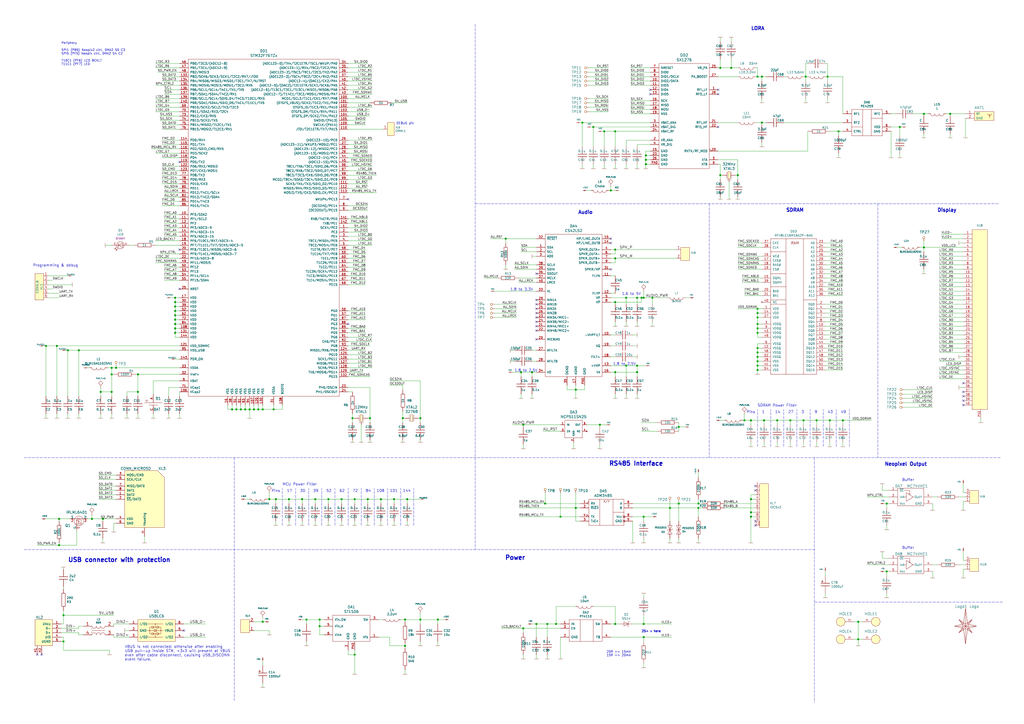
<source format=kicad_sch>
(kicad_sch (version 20201015) (generator eeschema)
  (page 1 1)
  (paper "A2")
  (junction (at 26.67 200.66) (diameter 1.016))
  (junction (at 33.02 200.66) (diameter 1.016))
  (junction (at 34.29 300.99) (diameter 1.016))
  (junction (at 34.29 316.23) (diameter 1.016))
  (junction (at 36.83 356.87) (diameter 1.016))
  (junction (at 36.83 372.11) (diameter 1.016))
  (junction (at 39.37 203.2) (diameter 1.016))
  (junction (at 45.72 203.2) (diameter 1.016))
  (junction (at 53.34 300.99) (diameter 1.016))
  (junction (at 58.42 227.33) (diameter 1.016))
  (junction (at 59.69 300.99) (diameter 1.016))
  (junction (at 64.77 213.36) (diameter 1.016))
  (junction (at 64.77 217.17) (diameter 1.016))
  (junction (at 64.77 227.33) (diameter 1.016))
  (junction (at 67.31 213.36) (diameter 1.016))
  (junction (at 80.01 217.17) (diameter 1.016))
  (junction (at 80.01 227.33) (diameter 1.016))
  (junction (at 101.6 172.72) (diameter 1.016))
  (junction (at 101.6 175.26) (diameter 1.016))
  (junction (at 101.6 177.8) (diameter 1.016))
  (junction (at 101.6 180.34) (diameter 1.016))
  (junction (at 101.6 182.88) (diameter 1.016))
  (junction (at 101.6 185.42) (diameter 1.016))
  (junction (at 101.6 187.96) (diameter 1.016))
  (junction (at 101.6 190.5) (diameter 1.016))
  (junction (at 101.6 193.04) (diameter 1.016))
  (junction (at 134.62 237.49) (diameter 1.016))
  (junction (at 137.16 237.49) (diameter 1.016))
  (junction (at 139.7 237.49) (diameter 1.016))
  (junction (at 142.24 237.49) (diameter 1.016))
  (junction (at 144.78 237.49) (diameter 1.016))
  (junction (at 147.32 237.49) (diameter 1.016))
  (junction (at 149.86 237.49) (diameter 1.016))
  (junction (at 152.4 237.49) (diameter 1.016))
  (junction (at 152.4 360.68) (diameter 1.016))
  (junction (at 156.21 289.56) (diameter 1.016))
  (junction (at 158.75 237.49) (diameter 1.016))
  (junction (at 160.02 289.56) (diameter 1.016))
  (junction (at 167.64 289.56) (diameter 1.016))
  (junction (at 175.26 289.56) (diameter 1.016))
  (junction (at 177.8 359.41) (diameter 1.016))
  (junction (at 182.88 289.56) (diameter 1.016))
  (junction (at 185.42 359.41) (diameter 1.016))
  (junction (at 185.42 363.22) (diameter 1.016))
  (junction (at 190.5 289.56) (diameter 1.016))
  (junction (at 198.12 289.56) (diameter 1.016))
  (junction (at 204.47 242.57) (diameter 1.016))
  (junction (at 205.74 289.56) (diameter 1.016))
  (junction (at 205.74 379.73) (diameter 1.016))
  (junction (at 213.36 289.56) (diameter 1.016))
  (junction (at 214.63 242.57) (diameter 1.016))
  (junction (at 220.98 289.56) (diameter 1.016))
  (junction (at 228.6 289.56) (diameter 1.016))
  (junction (at 233.68 242.57) (diameter 1.016))
  (junction (at 234.95 359.41) (diameter 1.016))
  (junction (at 234.95 374.65) (diameter 1.016))
  (junction (at 236.22 289.56) (diameter 1.016))
  (junction (at 243.84 242.57) (diameter 1.016))
  (junction (at 243.84 359.41) (diameter 1.016))
  (junction (at 254 359.41) (diameter 1.016))
  (junction (at 293.37 138.43) (diameter 1.016))
  (junction (at 302.26 215.9) (diameter 1.016))
  (junction (at 303.53 246.38) (diameter 1.016))
  (junction (at 303.53 364.49) (diameter 1.016))
  (junction (at 308.61 215.9) (diameter 1.016))
  (junction (at 311.15 361.95) (diameter 1.016))
  (junction (at 316.23 292.1) (diameter 1.016))
  (junction (at 317.5 361.95) (diameter 1.016))
  (junction (at 322.58 361.95) (diameter 1.016))
  (junction (at 325.12 299.72) (diameter 1.016))
  (junction (at 334.01 226.06) (diameter 1.016))
  (junction (at 334.01 294.64) (diameter 1.016))
  (junction (at 337.82 71.12) (diameter 1.016))
  (junction (at 344.17 73.66) (diameter 1.016))
  (junction (at 347.98 246.38) (diameter 1.016))
  (junction (at 350.52 76.2) (diameter 1.016))
  (junction (at 354.33 110.49) (diameter 1.016))
  (junction (at 356.87 76.2) (diameter 1.016))
  (junction (at 356.87 144.78) (diameter 1.016))
  (junction (at 356.87 149.86) (diameter 1.016))
  (junction (at 356.87 175.26) (diameter 1.016))
  (junction (at 356.87 215.9) (diameter 1.016))
  (junction (at 356.87 361.95) (diameter 1.016))
  (junction (at 363.22 172.72) (diameter 1.016))
  (junction (at 363.22 212.09) (diameter 1.016))
  (junction (at 369.57 172.72) (diameter 1.016))
  (junction (at 369.57 212.09) (diameter 1.016))
  (junction (at 369.57 215.9) (diameter 1.016))
  (junction (at 372.11 172.72) (diameter 1.016))
  (junction (at 373.38 172.72) (diameter 1.016))
  (junction (at 373.38 299.72) (diameter 1.016))
  (junction (at 373.38 361.95) (diameter 1.016))
  (junction (at 373.38 369.57) (diameter 1.016))
  (junction (at 374.65 90.17) (diameter 1.016))
  (junction (at 374.65 92.71) (diameter 1.016))
  (junction (at 374.65 95.25) (diameter 1.016))
  (junction (at 378.46 172.72) (diameter 1.016))
  (junction (at 388.62 294.64) (diameter 1.016))
  (junction (at 393.7 247.65) (diameter 1.016))
  (junction (at 393.7 292.1) (diameter 1.016))
  (junction (at 405.13 292.1) (diameter 1.016))
  (junction (at 405.13 294.64) (diameter 1.016))
  (junction (at 417.83 39.37) (diameter 1.016))
  (junction (at 417.83 101.6) (diameter 1.016))
  (junction (at 424.18 39.37) (diameter 1.016))
  (junction (at 427.99 101.6) (diameter 1.016))
  (junction (at 431.8 243.84) (diameter 1.016))
  (junction (at 435.61 243.84) (diameter 1.016))
  (junction (at 435.61 289.56) (diameter 1.016))
  (junction (at 435.61 297.18) (diameter 1.016))
  (junction (at 435.61 299.72) (diameter 1.016))
  (junction (at 439.42 44.45) (diameter 1.016))
  (junction (at 439.42 179.07) (diameter 1.016))
  (junction (at 439.42 181.61) (diameter 1.016))
  (junction (at 439.42 184.15) (diameter 1.016))
  (junction (at 439.42 187.96) (diameter 1.016))
  (junction (at 439.42 190.5) (diameter 1.016))
  (junction (at 439.42 193.04) (diameter 1.016))
  (junction (at 439.42 201.93) (diameter 1.016))
  (junction (at 439.42 204.47) (diameter 1.016))
  (junction (at 439.42 207.01) (diameter 1.016))
  (junction (at 439.42 209.55) (diameter 1.016))
  (junction (at 439.42 212.09) (diameter 1.016))
  (junction (at 439.42 214.63) (diameter 1.016))
  (junction (at 441.96 44.45) (diameter 1.016))
  (junction (at 441.96 71.12) (diameter 1.016))
  (junction (at 443.23 243.84) (diameter 1.016))
  (junction (at 450.85 243.84) (diameter 1.016))
  (junction (at 458.47 243.84) (diameter 1.016))
  (junction (at 466.09 243.84) (diameter 1.016))
  (junction (at 467.36 44.45) (diameter 1.016))
  (junction (at 473.71 243.84) (diameter 1.016))
  (junction (at 480.06 44.45) (diameter 1.016))
  (junction (at 481.33 243.84) (diameter 1.016))
  (junction (at 486.41 76.2) (diameter 1.016))
  (junction (at 488.95 243.84) (diameter 1.016))
  (junction (at 497.84 360.68) (diameter 1.016))
  (junction (at 497.84 370.84) (diameter 1.016))
  (junction (at 514.35 292.1) (diameter 1.016))
  (junction (at 514.35 331.47) (diameter 1.016))
  (junction (at 521.97 73.66) (diameter 1.016))
  (junction (at 535.94 66.04) (diameter 1.016))
  (junction (at 535.94 143.51) (diameter 1.016))
  (junction (at 551.18 66.04) (diameter 1.016))
  (no_connect (at 354.33 140.97))
  (no_connect (at 311.15 189.23))
  (no_connect (at 438.15 281.94))
  (no_connect (at 416.56 54.61))
  (no_connect (at 311.15 158.75))
  (no_connect (at 416.56 73.66))
  (no_connect (at 438.15 284.48))
  (no_connect (at 311.15 184.15))
  (no_connect (at 21.59 379.73))
  (no_connect (at 311.15 176.53))
  (no_connect (at 106.68 365.76))
  (no_connect (at 558.8 234.95))
  (no_connect (at 104.14 167.64))
  (no_connect (at 311.15 196.85))
  (no_connect (at 354.33 138.43))
  (no_connect (at 311.15 179.07))
  (no_connect (at 416.56 52.07))
  (no_connect (at 201.93 187.96))
  (no_connect (at 354.33 156.21))
  (no_connect (at 558.8 227.33))
  (no_connect (at 558.8 229.87))
  (no_connect (at 311.15 191.77))
  (no_connect (at 558.8 222.25))
  (no_connect (at 104.14 144.78))
  (no_connect (at 24.13 379.73))
  (no_connect (at 311.15 186.69))
  (no_connect (at 438.15 304.8))
  (no_connect (at 377.19 54.61))
  (no_connect (at 311.15 173.99))
  (no_connect (at 438.15 302.26))
  (no_connect (at 311.15 181.61))
  (no_connect (at 558.8 232.41))
  (no_connect (at 104.14 93.98))
  (no_connect (at 201.93 115.57))
  (no_connect (at 377.19 52.07))
  (wire (pts (xy 25.4 200.66) (xy 26.67 200.66)))
  (wire (pts (xy 26.67 200.66) (xy 26.67 229.87)))
  (wire (pts (xy 26.67 240.03) (xy 26.67 242.57)))
  (wire (pts (xy 26.67 300.99) (xy 34.29 300.99)))
  (wire (pts (xy 27.94 160.02) (xy 39.37 160.02)))
  (wire (pts (xy 27.94 165.1) (xy 41.91 165.1)))
  (wire (pts (xy 27.94 167.64) (xy 30.48 167.64)))
  (wire (pts (xy 27.94 172.72) (xy 34.29 172.72)))
  (wire (pts (xy 30.48 162.56) (xy 27.94 162.56)))
  (wire (pts (xy 33.02 200.66) (xy 26.67 200.66)))
  (wire (pts (xy 33.02 200.66) (xy 33.02 229.87)))
  (wire (pts (xy 33.02 200.66) (xy 104.14 200.66)))
  (wire (pts (xy 33.02 240.03) (xy 33.02 242.57)))
  (wire (pts (xy 34.29 170.18) (xy 27.94 170.18)))
  (wire (pts (xy 34.29 300.99) (xy 40.64 300.99)))
  (wire (pts (xy 34.29 302.26) (xy 34.29 300.99)))
  (wire (pts (xy 34.29 314.96) (xy 34.29 316.23)))
  (wire (pts (xy 34.29 316.23) (xy 21.59 316.23)))
  (wire (pts (xy 35.56 361.95) (xy 36.83 361.95)))
  (wire (pts (xy 35.56 364.49) (xy 45.72 364.49)))
  (wire (pts (xy 35.56 367.03) (xy 45.72 367.03)))
  (wire (pts (xy 35.56 369.57) (xy 36.83 369.57)))
  (wire (pts (xy 36.83 328.93) (xy 36.83 330.2)))
  (wire (pts (xy 36.83 340.36) (xy 36.83 341.63)))
  (wire (pts (xy 36.83 354.33) (xy 36.83 356.87)))
  (wire (pts (xy 36.83 356.87) (xy 66.04 356.87)))
  (wire (pts (xy 36.83 361.95) (xy 36.83 356.87)))
  (wire (pts (xy 36.83 369.57) (xy 36.83 372.11)))
  (wire (pts (xy 36.83 372.11) (xy 35.56 372.11)))
  (wire (pts (xy 36.83 377.19) (xy 36.83 372.11)))
  (wire (pts (xy 36.83 377.19) (xy 63.5 377.19)))
  (wire (pts (xy 38.1 203.2) (xy 39.37 203.2)))
  (wire (pts (xy 39.37 203.2) (xy 39.37 229.87)))
  (wire (pts (xy 39.37 240.03) (xy 39.37 242.57)))
  (wire (pts (xy 44.45 307.34) (xy 44.45 316.23)))
  (wire (pts (xy 44.45 316.23) (xy 34.29 316.23)))
  (wire (pts (xy 45.72 203.2) (xy 39.37 203.2)))
  (wire (pts (xy 45.72 203.2) (xy 45.72 229.87)))
  (wire (pts (xy 45.72 203.2) (xy 104.14 203.2)))
  (wire (pts (xy 45.72 240.03) (xy 45.72 242.57)))
  (wire (pts (xy 45.72 363.22) (xy 48.26 363.22)))
  (wire (pts (xy 45.72 364.49) (xy 45.72 363.22)))
  (wire (pts (xy 45.72 367.03) (xy 45.72 368.3)))
  (wire (pts (xy 45.72 368.3) (xy 48.26 368.3)))
  (wire (pts (xy 50.8 213.36) (xy 52.07 213.36)))
  (wire (pts (xy 50.8 300.99) (xy 53.34 300.99)))
  (wire (pts (xy 53.34 298.45) (xy 53.34 300.99)))
  (wire (pts (xy 53.34 300.99) (xy 59.69 300.99)))
  (wire (pts (xy 57.15 275.59) (xy 67.31 275.59)))
  (wire (pts (xy 57.15 281.94) (xy 67.31 281.94)))
  (wire (pts (xy 57.15 287.02) (xy 67.31 287.02)))
  (wire (pts (xy 58.42 224.79) (xy 58.42 227.33)))
  (wire (pts (xy 58.42 227.33) (xy 58.42 229.87)))
  (wire (pts (xy 58.42 227.33) (xy 64.77 227.33)))
  (wire (pts (xy 58.42 240.03) (xy 58.42 242.57)))
  (wire (pts (xy 59.69 300.99) (xy 59.69 302.26)))
  (wire (pts (xy 59.69 300.99) (xy 67.31 300.99)))
  (wire (pts (xy 59.69 312.42) (xy 59.69 314.96)))
  (wire (pts (xy 60.96 142.24) (xy 64.77 142.24)))
  (wire (pts (xy 62.23 213.36) (xy 64.77 213.36)))
  (wire (pts (xy 63.5 379.73) (xy 63.5 377.19)))
  (wire (pts (xy 64.77 213.36) (xy 64.77 217.17)))
  (wire (pts (xy 64.77 213.36) (xy 67.31 213.36)))
  (wire (pts (xy 64.77 217.17) (xy 64.77 227.33)))
  (wire (pts (xy 64.77 227.33) (xy 64.77 229.87)))
  (wire (pts (xy 64.77 240.03) (xy 64.77 242.57)))
  (wire (pts (xy 66.04 217.17) (xy 64.77 217.17)))
  (wire (pts (xy 66.04 303.53) (xy 67.31 303.53)))
  (wire (pts (xy 66.04 308.61) (xy 66.04 303.53)))
  (wire (pts (xy 66.04 361.95) (xy 74.93 361.95)))
  (wire (pts (xy 66.04 363.22) (xy 66.04 361.95)))
  (wire (pts (xy 66.04 368.3) (xy 66.04 369.57)))
  (wire (pts (xy 66.04 369.57) (xy 74.93 369.57)))
  (wire (pts (xy 67.31 213.36) (xy 67.31 212.09)))
  (wire (pts (xy 67.31 213.36) (xy 104.14 213.36)))
  (wire (pts (xy 67.31 278.13) (xy 57.15 278.13)))
  (wire (pts (xy 67.31 284.48) (xy 57.15 284.48)))
  (wire (pts (xy 67.31 289.56) (xy 57.15 289.56)))
  (wire (pts (xy 72.39 365.76) (xy 74.93 365.76)))
  (wire (pts (xy 73.66 227.33) (xy 73.66 229.87)))
  (wire (pts (xy 73.66 227.33) (xy 80.01 227.33)))
  (wire (pts (xy 73.66 240.03) (xy 73.66 242.57)))
  (wire (pts (xy 77.47 142.24) (xy 74.93 142.24)))
  (wire (pts (xy 78.74 217.17) (xy 80.01 217.17)))
  (wire (pts (xy 80.01 217.17) (xy 80.01 227.33)))
  (wire (pts (xy 80.01 227.33) (xy 80.01 229.87)))
  (wire (pts (xy 80.01 240.03) (xy 80.01 242.57)))
  (wire (pts (xy 83.82 311.15) (xy 83.82 314.96)))
  (wire (pts (xy 87.63 86.36) (xy 104.14 86.36)))
  (wire (pts (xy 88.9 220.98) (xy 88.9 228.6)))
  (wire (pts (xy 88.9 240.03) (xy 88.9 242.57)))
  (wire (pts (xy 90.17 49.53) (xy 104.14 49.53)))
  (wire (pts (xy 90.17 142.24) (xy 104.14 142.24)))
  (wire (pts (xy 90.17 152.4) (xy 104.14 152.4)))
  (wire (pts (xy 92.71 69.85) (xy 104.14 69.85)))
  (wire (pts (xy 92.71 147.32) (xy 104.14 147.32)))
  (wire (pts (xy 93.98 44.45) (xy 104.14 44.45)))
  (wire (pts (xy 93.98 72.39) (xy 104.14 72.39)))
  (wire (pts (xy 93.98 91.44) (xy 104.14 91.44)))
  (wire (pts (xy 93.98 99.06) (xy 104.14 99.06)))
  (wire (pts (xy 93.98 104.14) (xy 104.14 104.14)))
  (wire (pts (xy 93.98 119.38) (xy 104.14 119.38)))
  (wire (pts (xy 95.25 52.07) (xy 104.14 52.07)))
  (wire (pts (xy 95.25 54.61) (xy 104.14 54.61)))
  (wire (pts (xy 95.25 109.22) (xy 104.14 109.22)))
  (wire (pts (xy 95.25 111.76) (xy 104.14 111.76)))
  (wire (pts (xy 95.25 114.3) (xy 104.14 114.3)))
  (wire (pts (xy 95.25 124.46) (xy 104.14 124.46)))
  (wire (pts (xy 95.25 129.54) (xy 104.14 129.54)))
  (wire (pts (xy 95.25 134.62) (xy 104.14 134.62)))
  (wire (pts (xy 97.79 224.79) (xy 97.79 229.87)))
  (wire (pts (xy 97.79 240.03) (xy 97.79 242.57)))
  (wire (pts (xy 99.06 172.72) (xy 101.6 172.72)))
  (wire (pts (xy 101.6 172.72) (xy 104.14 172.72)))
  (wire (pts (xy 101.6 175.26) (xy 101.6 172.72)))
  (wire (pts (xy 101.6 177.8) (xy 101.6 175.26)))
  (wire (pts (xy 101.6 177.8) (xy 104.14 177.8)))
  (wire (pts (xy 101.6 180.34) (xy 101.6 177.8)))
  (wire (pts (xy 101.6 182.88) (xy 101.6 180.34)))
  (wire (pts (xy 101.6 182.88) (xy 104.14 182.88)))
  (wire (pts (xy 101.6 185.42) (xy 101.6 182.88)))
  (wire (pts (xy 101.6 187.96) (xy 101.6 185.42)))
  (wire (pts (xy 101.6 187.96) (xy 104.14 187.96)))
  (wire (pts (xy 101.6 190.5) (xy 101.6 187.96)))
  (wire (pts (xy 101.6 193.04) (xy 101.6 190.5)))
  (wire (pts (xy 101.6 193.04) (xy 104.14 193.04)))
  (wire (pts (xy 101.6 195.58) (xy 101.6 193.04)))
  (wire (pts (xy 101.6 208.28) (xy 104.14 208.28)))
  (wire (pts (xy 104.14 36.83) (xy 90.17 36.83)))
  (wire (pts (xy 104.14 39.37) (xy 90.17 39.37)))
  (wire (pts (xy 104.14 41.91) (xy 91.44 41.91)))
  (wire (pts (xy 104.14 46.99) (xy 93.98 46.99)))
  (wire (pts (xy 104.14 57.15) (xy 90.17 57.15)))
  (wire (pts (xy 104.14 59.69) (xy 90.17 59.69)))
  (wire (pts (xy 104.14 62.23) (xy 90.17 62.23)))
  (wire (pts (xy 104.14 64.77) (xy 90.17 64.77)))
  (wire (pts (xy 104.14 67.31) (xy 92.71 67.31)))
  (wire (pts (xy 104.14 74.93) (xy 93.98 74.93)))
  (wire (pts (xy 104.14 81.28) (xy 93.98 81.28)))
  (wire (pts (xy 104.14 83.82) (xy 93.98 83.82)))
  (wire (pts (xy 104.14 88.9) (xy 90.17 88.9)))
  (wire (pts (xy 104.14 96.52) (xy 93.98 96.52)))
  (wire (pts (xy 104.14 101.6) (xy 93.98 101.6)))
  (wire (pts (xy 104.14 106.68) (xy 93.98 106.68)))
  (wire (pts (xy 104.14 116.84) (xy 93.98 116.84)))
  (wire (pts (xy 104.14 127) (xy 95.25 127)))
  (wire (pts (xy 104.14 132.08) (xy 95.25 132.08)))
  (wire (pts (xy 104.14 137.16) (xy 95.25 137.16)))
  (wire (pts (xy 104.14 139.7) (xy 90.17 139.7)))
  (wire (pts (xy 104.14 149.86) (xy 90.17 149.86)))
  (wire (pts (xy 104.14 154.94) (xy 95.25 154.94)))
  (wire (pts (xy 104.14 157.48) (xy 95.25 157.48)))
  (wire (pts (xy 104.14 160.02) (xy 95.25 160.02)))
  (wire (pts (xy 104.14 162.56) (xy 95.25 162.56)))
  (wire (pts (xy 104.14 175.26) (xy 101.6 175.26)))
  (wire (pts (xy 104.14 180.34) (xy 101.6 180.34)))
  (wire (pts (xy 104.14 185.42) (xy 101.6 185.42)))
  (wire (pts (xy 104.14 190.5) (xy 101.6 190.5)))
  (wire (pts (xy 104.14 195.58) (xy 101.6 195.58)))
  (wire (pts (xy 104.14 217.17) (xy 80.01 217.17)))
  (wire (pts (xy 104.14 220.98) (xy 88.9 220.98)))
  (wire (pts (xy 104.14 224.79) (xy 97.79 224.79)))
  (wire (pts (xy 104.14 229.87) (xy 104.14 227.33)))
  (wire (pts (xy 104.14 240.03) (xy 104.14 242.57)))
  (wire (pts (xy 106.68 361.95) (xy 119.38 361.95)))
  (wire (pts (xy 119.38 369.57) (xy 106.68 369.57)))
  (wire (pts (xy 132.08 234.95) (xy 132.08 237.49)))
  (wire (pts (xy 132.08 237.49) (xy 134.62 237.49)))
  (wire (pts (xy 134.62 234.95) (xy 134.62 237.49)))
  (wire (pts (xy 134.62 237.49) (xy 137.16 237.49)))
  (wire (pts (xy 137.16 234.95) (xy 137.16 237.49)))
  (wire (pts (xy 137.16 237.49) (xy 139.7 237.49)))
  (wire (pts (xy 139.7 234.95) (xy 139.7 237.49)))
  (wire (pts (xy 139.7 237.49) (xy 142.24 237.49)))
  (wire (pts (xy 142.24 234.95) (xy 142.24 237.49)))
  (wire (pts (xy 142.24 237.49) (xy 144.78 237.49)))
  (wire (pts (xy 142.24 289.56) (xy 144.78 289.56)))
  (wire (pts (xy 144.78 237.49) (xy 144.78 234.95)))
  (wire (pts (xy 144.78 237.49) (xy 147.32 237.49)))
  (wire (pts (xy 144.78 242.57) (xy 144.78 237.49)))
  (wire (pts (xy 147.32 237.49) (xy 147.32 234.95)))
  (wire (pts (xy 147.32 237.49) (xy 149.86 237.49)))
  (wire (pts (xy 147.32 360.68) (xy 152.4 360.68)))
  (wire (pts (xy 147.32 365.76) (xy 156.21 365.76)))
  (wire (pts (xy 149.86 237.49) (xy 149.86 234.95)))
  (wire (pts (xy 149.86 237.49) (xy 152.4 237.49)))
  (wire (pts (xy 152.4 237.49) (xy 152.4 234.95)))
  (wire (pts (xy 152.4 237.49) (xy 158.75 237.49)))
  (wire (pts (xy 152.4 358.14) (xy 152.4 360.68)))
  (wire (pts (xy 152.4 383.54) (xy 152.4 386.08)))
  (wire (pts (xy 152.4 396.24) (xy 152.4 398.78)))
  (wire (pts (xy 153.67 360.68) (xy 152.4 360.68)))
  (wire (pts (xy 154.94 289.56) (xy 156.21 289.56)))
  (wire (pts (xy 156.21 289.56) (xy 156.21 285.75)))
  (wire (pts (xy 156.21 289.56) (xy 160.02 289.56)))
  (wire (pts (xy 156.21 368.3) (xy 156.21 365.76)))
  (wire (pts (xy 158.75 237.49) (xy 158.75 234.95)))
  (wire (pts (xy 158.75 237.49) (xy 163.83 237.49)))
  (wire (pts (xy 160.02 289.56) (xy 167.64 289.56)))
  (wire (pts (xy 160.02 292.1) (xy 160.02 289.56)))
  (wire (pts (xy 160.02 302.26) (xy 160.02 304.8)))
  (wire (pts (xy 163.83 237.49) (xy 163.83 234.95)))
  (wire (pts (xy 167.64 289.56) (xy 175.26 289.56)))
  (wire (pts (xy 167.64 292.1) (xy 167.64 289.56)))
  (wire (pts (xy 167.64 302.26) (xy 167.64 304.8)))
  (wire (pts (xy 175.26 289.56) (xy 182.88 289.56)))
  (wire (pts (xy 175.26 292.1) (xy 175.26 289.56)))
  (wire (pts (xy 175.26 302.26) (xy 175.26 304.8)))
  (wire (pts (xy 177.8 359.41) (xy 175.26 359.41)))
  (wire (pts (xy 177.8 359.41) (xy 185.42 359.41)))
  (wire (pts (xy 177.8 361.95) (xy 177.8 359.41)))
  (wire (pts (xy 177.8 374.65) (xy 177.8 372.11)))
  (wire (pts (xy 182.88 289.56) (xy 190.5 289.56)))
  (wire (pts (xy 182.88 292.1) (xy 182.88 289.56)))
  (wire (pts (xy 182.88 302.26) (xy 182.88 304.8)))
  (wire (pts (xy 185.42 359.41) (xy 187.96 359.41)))
  (wire (pts (xy 185.42 363.22) (xy 185.42 359.41)))
  (wire (pts (xy 185.42 368.3) (xy 185.42 363.22)))
  (wire (pts (xy 187.96 363.22) (xy 185.42 363.22)))
  (wire (pts (xy 187.96 368.3) (xy 185.42 368.3)))
  (wire (pts (xy 190.5 289.56) (xy 198.12 289.56)))
  (wire (pts (xy 190.5 292.1) (xy 190.5 289.56)))
  (wire (pts (xy 190.5 302.26) (xy 190.5 304.8)))
  (wire (pts (xy 198.12 289.56) (xy 205.74 289.56)))
  (wire (pts (xy 198.12 292.1) (xy 198.12 289.56)))
  (wire (pts (xy 198.12 302.26) (xy 198.12 304.8)))
  (wire (pts (xy 201.93 36.83) (xy 213.36 36.83)))
  (wire (pts (xy 201.93 39.37) (xy 215.9 39.37)))
  (wire (pts (xy 201.93 41.91) (xy 215.9 41.91)))
  (wire (pts (xy 201.93 44.45) (xy 215.9 44.45)))
  (wire (pts (xy 201.93 46.99) (xy 215.9 46.99)))
  (wire (pts (xy 201.93 49.53) (xy 215.9 49.53)))
  (wire (pts (xy 201.93 52.07) (xy 215.9 52.07)))
  (wire (pts (xy 201.93 62.23) (xy 215.9 62.23)))
  (wire (pts (xy 201.93 64.77) (xy 214.63 64.77)))
  (wire (pts (xy 201.93 69.85) (xy 212.09 69.85)))
  (wire (pts (xy 201.93 81.28) (xy 215.9 81.28)))
  (wire (pts (xy 201.93 86.36) (xy 213.36 86.36)))
  (wire (pts (xy 201.93 91.44) (xy 215.9 91.44)))
  (wire (pts (xy 201.93 96.52) (xy 215.9 96.52)))
  (wire (pts (xy 201.93 99.06) (xy 215.9 99.06)))
  (wire (pts (xy 201.93 104.14) (xy 215.9 104.14)))
  (wire (pts (xy 201.93 119.38) (xy 213.36 119.38)))
  (wire (pts (xy 201.93 121.92) (xy 213.36 121.92)))
  (wire (pts (xy 201.93 127) (xy 213.36 127)))
  (wire (pts (xy 201.93 129.54) (xy 213.36 129.54)))
  (wire (pts (xy 201.93 132.08) (xy 213.36 132.08)))
  (wire (pts (xy 201.93 137.16) (xy 215.9 137.16)))
  (wire (pts (xy 201.93 139.7) (xy 215.9 139.7)))
  (wire (pts (xy 201.93 142.24) (xy 215.9 142.24)))
  (wire (pts (xy 201.93 144.78) (xy 212.09 144.78)))
  (wire (pts (xy 201.93 149.86) (xy 212.09 149.86)))
  (wire (pts (xy 201.93 154.94) (xy 212.09 154.94)))
  (wire (pts (xy 201.93 160.02) (xy 212.09 160.02)))
  (wire (pts (xy 201.93 180.34) (xy 212.09 180.34)))
  (wire (pts (xy 201.93 182.88) (xy 212.09 182.88)))
  (wire (pts (xy 201.93 185.42) (xy 212.09 185.42)))
  (wire (pts (xy 201.93 190.5) (xy 212.09 190.5)))
  (wire (pts (xy 201.93 193.04) (xy 212.09 193.04)))
  (wire (pts (xy 201.93 195.58) (xy 215.9 195.58)))
  (wire (pts (xy 201.93 198.12) (xy 215.9 198.12)))
  (wire (pts (xy 201.93 200.66) (xy 214.63 200.66)))
  (wire (pts (xy 201.93 205.74) (xy 215.9 205.74)))
  (wire (pts (xy 201.93 208.28) (xy 215.9 208.28)))
  (wire (pts (xy 201.93 210.82) (xy 215.9 210.82)))
  (wire (pts (xy 201.93 213.36) (xy 215.9 213.36)))
  (wire (pts (xy 201.93 218.44) (xy 214.63 218.44)))
  (wire (pts (xy 201.93 224.79) (xy 214.63 224.79)))
  (wire (pts (xy 201.93 227.33) (xy 204.47 227.33)))
  (wire (pts (xy 201.93 377.19) (xy 201.93 379.73)))
  (wire (pts (xy 201.93 379.73) (xy 205.74 379.73)))
  (wire (pts (xy 204.47 242.57) (xy 204.47 240.03)))
  (wire (pts (xy 204.47 242.57) (xy 204.47 245.11)))
  (wire (pts (xy 204.47 242.57) (xy 205.74 242.57)))
  (wire (pts (xy 204.47 255.27) (xy 204.47 256.54)))
  (wire (pts (xy 205.74 289.56) (xy 213.36 289.56)))
  (wire (pts (xy 205.74 292.1) (xy 205.74 289.56)))
  (wire (pts (xy 205.74 302.26) (xy 205.74 304.8)))
  (wire (pts (xy 205.74 377.19) (xy 205.74 379.73)))
  (wire (pts (xy 205.74 379.73) (xy 205.74 391.16)))
  (wire (pts (xy 209.55 256.54) (xy 209.55 246.38)))
  (wire (pts (xy 210.82 215.9) (xy 201.93 215.9)))
  (wire (pts (xy 212.09 72.39) (xy 201.93 72.39)))
  (wire (pts (xy 212.09 147.32) (xy 201.93 147.32)))
  (wire (pts (xy 212.09 152.4) (xy 201.93 152.4)))
  (wire (pts (xy 212.09 157.48) (xy 201.93 157.48)))
  (wire (pts (xy 212.09 162.56) (xy 201.93 162.56)))
  (wire (pts (xy 212.09 165.1) (xy 201.93 165.1)))
  (wire (pts (xy 212.09 203.2) (xy 201.93 203.2)))
  (wire (pts (xy 213.36 83.82) (xy 201.93 83.82)))
  (wire (pts (xy 213.36 88.9) (xy 201.93 88.9)))
  (wire (pts (xy 213.36 106.68) (xy 201.93 106.68)))
  (wire (pts (xy 213.36 109.22) (xy 201.93 109.22)))
  (wire (pts (xy 213.36 134.62) (xy 201.93 134.62)))
  (wire (pts (xy 213.36 242.57) (xy 214.63 242.57)))
  (wire (pts (xy 213.36 289.56) (xy 220.98 289.56)))
  (wire (pts (xy 213.36 292.1) (xy 213.36 289.56)))
  (wire (pts (xy 213.36 302.26) (xy 213.36 304.8)))
  (wire (pts (xy 214.63 57.15) (xy 201.93 57.15)))
  (wire (pts (xy 214.63 59.69) (xy 201.93 59.69)))
  (wire (pts (xy 214.63 67.31) (xy 201.93 67.31)))
  (wire (pts (xy 214.63 242.57) (xy 214.63 224.79)))
  (wire (pts (xy 214.63 245.11) (xy 214.63 242.57)))
  (wire (pts (xy 214.63 256.54) (xy 214.63 255.27)))
  (wire (pts (xy 215.9 54.61) (xy 201.93 54.61)))
  (wire (pts (xy 215.9 93.98) (xy 201.93 93.98)))
  (wire (pts (xy 218.44 101.6) (xy 201.93 101.6)))
  (wire (pts (xy 218.44 111.76) (xy 201.93 111.76)))
  (wire (pts (xy 219.71 359.41) (xy 222.25 359.41)))
  (wire (pts (xy 219.71 369.57) (xy 226.06 369.57)))
  (wire (pts (xy 220.98 289.56) (xy 228.6 289.56)))
  (wire (pts (xy 220.98 292.1) (xy 220.98 289.56)))
  (wire (pts (xy 220.98 302.26) (xy 220.98 304.8)))
  (wire (pts (xy 222.25 74.93) (xy 201.93 74.93)))
  (wire (pts (xy 226.06 220.98) (xy 243.84 220.98)))
  (wire (pts (xy 226.06 223.52) (xy 233.68 223.52)))
  (wire (pts (xy 226.06 369.57) (xy 226.06 374.65)))
  (wire (pts (xy 226.06 374.65) (xy 234.95 374.65)))
  (wire (pts (xy 227.33 59.69) (xy 236.22 59.69)))
  (wire (pts (xy 228.6 289.56) (xy 236.22 289.56)))
  (wire (pts (xy 228.6 292.1) (xy 228.6 289.56)))
  (wire (pts (xy 228.6 302.26) (xy 228.6 304.8)))
  (wire (pts (xy 232.41 359.41) (xy 234.95 359.41)))
  (wire (pts (xy 233.68 223.52) (xy 233.68 226.06)))
  (wire (pts (xy 233.68 238.76) (xy 233.68 242.57)))
  (wire (pts (xy 233.68 245.11) (xy 233.68 242.57)))
  (wire (pts (xy 233.68 256.54) (xy 233.68 255.27)))
  (wire (pts (xy 234.95 242.57) (xy 233.68 242.57)))
  (wire (pts (xy 234.95 359.41) (xy 234.95 360.68)))
  (wire (pts (xy 234.95 359.41) (xy 243.84 359.41)))
  (wire (pts (xy 234.95 373.38) (xy 234.95 374.65)))
  (wire (pts (xy 234.95 374.65) (xy 234.95 375.92)))
  (wire (pts (xy 234.95 391.16) (xy 234.95 388.62)))
  (wire (pts (xy 236.22 289.56) (xy 243.84 289.56)))
  (wire (pts (xy 236.22 292.1) (xy 236.22 289.56)))
  (wire (pts (xy 236.22 302.26) (xy 236.22 304.8)))
  (wire (pts (xy 243.84 220.98) (xy 243.84 242.57)))
  (wire (pts (xy 243.84 242.57) (xy 242.57 242.57)))
  (wire (pts (xy 243.84 245.11) (xy 243.84 242.57)))
  (wire (pts (xy 243.84 255.27) (xy 243.84 256.54)))
  (wire (pts (xy 243.84 355.6) (xy 243.84 359.41)))
  (wire (pts (xy 243.84 359.41) (xy 243.84 361.95)))
  (wire (pts (xy 243.84 374.65) (xy 243.84 372.11)))
  (wire (pts (xy 254 359.41) (xy 243.84 359.41)))
  (wire (pts (xy 254 359.41) (xy 254 361.95)))
  (wire (pts (xy 254 374.65) (xy 254 372.11)))
  (wire (pts (xy 257.81 359.41) (xy 254 359.41)))
  (wire (pts (xy 280.67 161.29) (xy 288.29 161.29)))
  (wire (pts (xy 284.48 138.43) (xy 293.37 138.43)))
  (wire (pts (xy 287.02 168.91) (xy 311.15 168.91)))
  (wire (pts (xy 287.02 181.61) (xy 299.72 181.61)))
  (wire (pts (xy 287.02 184.15) (xy 299.72 184.15)))
  (wire (pts (xy 293.37 138.43) (xy 311.15 138.43)))
  (wire (pts (xy 293.37 140.97) (xy 293.37 138.43)))
  (wire (pts (xy 293.37 156.21) (xy 293.37 153.67)))
  (wire (pts (xy 295.91 203.2) (xy 298.45 203.2)))
  (wire (pts (xy 295.91 209.55) (xy 298.45 209.55)))
  (wire (pts (xy 297.18 215.9) (xy 302.26 215.9)))
  (wire (pts (xy 297.18 246.38) (xy 303.53 246.38)))
  (wire (pts (xy 298.45 153.67) (xy 311.15 153.67)))
  (wire (pts (xy 298.45 156.21) (xy 311.15 156.21)))
  (wire (pts (xy 299.72 176.53) (xy 287.02 176.53)))
  (wire (pts (xy 299.72 179.07) (xy 287.02 179.07)))
  (wire (pts (xy 300.99 161.29) (xy 311.15 161.29)))
  (wire (pts (xy 300.99 163.83) (xy 311.15 163.83)))
  (wire (pts (xy 300.99 292.1) (xy 316.23 292.1)))
  (wire (pts (xy 300.99 294.64) (xy 334.01 294.64)))
  (wire (pts (xy 300.99 299.72) (xy 325.12 299.72)))
  (wire (pts (xy 302.26 143.51) (xy 311.15 143.51)))
  (wire (pts (xy 302.26 146.05) (xy 311.15 146.05)))
  (wire (pts (xy 302.26 215.9) (xy 302.26 218.44)))
  (wire (pts (xy 302.26 215.9) (xy 308.61 215.9)))
  (wire (pts (xy 302.26 231.14) (xy 302.26 228.6)))
  (wire (pts (xy 303.53 246.38) (xy 325.12 246.38)))
  (wire (pts (xy 303.53 247.65) (xy 303.53 246.38)))
  (wire (pts (xy 303.53 257.81) (xy 303.53 260.35)))
  (wire (pts (xy 303.53 364.49) (xy 290.83 364.49)))
  (wire (pts (xy 303.53 367.03) (xy 303.53 364.49)))
  (wire (pts (xy 303.53 379.73) (xy 303.53 382.27)))
  (wire (pts (xy 308.61 148.59) (xy 311.15 148.59)))
  (wire (pts (xy 308.61 203.2) (xy 311.15 203.2)))
  (wire (pts (xy 308.61 209.55) (xy 311.15 209.55)))
  (wire (pts (xy 308.61 215.9) (xy 308.61 218.44)))
  (wire (pts (xy 308.61 215.9) (xy 311.15 215.9)))
  (wire (pts (xy 308.61 231.14) (xy 308.61 228.6)))
  (wire (pts (xy 308.61 361.95) (xy 311.15 361.95)))
  (wire (pts (xy 311.15 361.95) (xy 311.15 369.57)))
  (wire (pts (xy 311.15 361.95) (xy 317.5 361.95)))
  (wire (pts (xy 311.15 382.27) (xy 311.15 379.73)))
  (wire (pts (xy 314.96 250.19) (xy 325.12 250.19)))
  (wire (pts (xy 316.23 285.75) (xy 316.23 292.1)))
  (wire (pts (xy 316.23 292.1) (xy 336.55 292.1)))
  (wire (pts (xy 317.5 361.95) (xy 322.58 361.95)))
  (wire (pts (xy 317.5 369.57) (xy 317.5 361.95)))
  (wire (pts (xy 317.5 379.73) (xy 317.5 382.27)))
  (wire (pts (xy 322.58 351.79) (xy 322.58 361.95)))
  (wire (pts (xy 322.58 361.95) (xy 325.12 361.95)))
  (wire (pts (xy 325.12 285.75) (xy 325.12 299.72)))
  (wire (pts (xy 325.12 299.72) (xy 336.55 299.72)))
  (wire (pts (xy 325.12 364.49) (xy 303.53 364.49)))
  (wire (pts (xy 325.12 382.27) (xy 325.12 369.57)))
  (wire (pts (xy 328.93 223.52) (xy 328.93 226.06)))
  (wire (pts (xy 328.93 226.06) (xy 334.01 226.06)))
  (wire (pts (xy 332.74 256.54) (xy 332.74 260.35)))
  (wire (pts (xy 334.01 223.52) (xy 334.01 226.06)))
  (wire (pts (xy 334.01 226.06) (xy 334.01 231.14)))
  (wire (pts (xy 334.01 226.06) (xy 339.09 226.06)))
  (wire (pts (xy 334.01 285.75) (xy 334.01 294.64)))
  (wire (pts (xy 334.01 294.64) (xy 336.55 294.64)))
  (wire (pts (xy 334.01 302.26) (xy 334.01 294.64)))
  (wire (pts (xy 334.01 351.79) (xy 322.58 351.79)))
  (wire (pts (xy 336.55 71.12) (xy 337.82 71.12)))
  (wire (pts (xy 336.55 302.26) (xy 334.01 302.26)))
  (wire (pts (xy 337.82 71.12) (xy 337.82 85.09)))
  (wire (pts (xy 337.82 71.12) (xy 377.19 71.12)))
  (wire (pts (xy 337.82 95.25) (xy 337.82 97.79)))
  (wire (pts (xy 339.09 226.06) (xy 339.09 223.52)))
  (wire (pts (xy 340.36 246.38) (xy 347.98 246.38)))
  (wire (pts (xy 341.63 44.45) (xy 353.06 44.45)))
  (wire (pts (xy 341.63 59.69) (xy 353.06 59.69)))
  (wire (pts (xy 341.63 64.77) (xy 353.06 64.77)))
  (wire (pts (xy 342.9 73.66) (xy 344.17 73.66)))
  (wire (pts (xy 342.9 110.49) (xy 340.36 110.49)))
  (wire (pts (xy 344.17 73.66) (xy 344.17 85.09)))
  (wire (pts (xy 344.17 73.66) (xy 377.19 73.66)))
  (wire (pts (xy 344.17 95.25) (xy 344.17 97.79)))
  (wire (pts (xy 344.17 351.79) (xy 356.87 351.79)))
  (wire (pts (xy 347.98 246.38) (xy 347.98 247.65)))
  (wire (pts (xy 347.98 246.38) (xy 351.79 246.38)))
  (wire (pts (xy 347.98 257.81) (xy 347.98 260.35)))
  (wire (pts (xy 349.25 76.2) (xy 350.52 76.2)))
  (wire (pts (xy 350.52 76.2) (xy 350.52 85.09)))
  (wire (pts (xy 350.52 95.25) (xy 350.52 97.79)))
  (wire (pts (xy 353.06 39.37) (xy 341.63 39.37)))
  (wire (pts (xy 353.06 41.91) (xy 341.63 41.91)))
  (wire (pts (xy 353.06 46.99) (xy 341.63 46.99)))
  (wire (pts (xy 353.06 49.53) (xy 341.63 49.53)))
  (wire (pts (xy 353.06 57.15) (xy 341.63 57.15)))
  (wire (pts (xy 353.06 62.23) (xy 341.63 62.23)))
  (wire (pts (xy 354.33 107.95) (xy 354.33 110.49)))
  (wire (pts (xy 354.33 110.49) (xy 353.06 110.49)))
  (wire (pts (xy 354.33 144.78) (xy 356.87 144.78)))
  (wire (pts (xy 354.33 147.32) (xy 356.87 147.32)))
  (wire (pts (xy 354.33 149.86) (xy 356.87 149.86)))
  (wire (pts (xy 354.33 152.4) (xy 356.87 152.4)))
  (wire (pts (xy 354.33 160.02) (xy 356.87 160.02)))
  (wire (pts (xy 354.33 170.18) (xy 356.87 170.18)))
  (wire (pts (xy 354.33 172.72) (xy 363.22 172.72)))
  (wire (pts (xy 354.33 175.26) (xy 356.87 175.26)))
  (wire (pts (xy 354.33 212.09) (xy 363.22 212.09)))
  (wire (pts (xy 354.33 215.9) (xy 356.87 215.9)))
  (wire (pts (xy 354.33 369.57) (xy 373.38 369.57)))
  (wire (pts (xy 356.87 76.2) (xy 350.52 76.2)))
  (wire (pts (xy 356.87 76.2) (xy 356.87 85.09)))
  (wire (pts (xy 356.87 95.25) (xy 356.87 97.79)))
  (wire (pts (xy 356.87 110.49) (xy 354.33 110.49)))
  (wire (pts (xy 356.87 144.78) (xy 392.43 144.78)))
  (wire (pts (xy 356.87 147.32) (xy 356.87 144.78)))
  (wire (pts (xy 356.87 149.86) (xy 392.43 149.86)))
  (wire (pts (xy 356.87 152.4) (xy 356.87 149.86)))
  (wire (pts (xy 356.87 175.26) (xy 356.87 176.53)))
  (wire (pts (xy 356.87 175.26) (xy 372.11 175.26)))
  (wire (pts (xy 356.87 189.23) (xy 356.87 186.69)))
  (wire (pts (xy 356.87 194.31) (xy 354.33 194.31)))
  (wire (pts (xy 356.87 200.66) (xy 354.33 200.66)))
  (wire (pts (xy 356.87 207.01) (xy 354.33 207.01)))
  (wire (pts (xy 356.87 215.9) (xy 356.87 218.44)))
  (wire (pts (xy 356.87 215.9) (xy 369.57 215.9)))
  (wire (pts (xy 356.87 231.14) (xy 356.87 228.6)))
  (wire (pts (xy 356.87 351.79) (xy 356.87 361.95)))
  (wire (pts (xy 356.87 361.95) (xy 354.33 361.95)))
  (wire (pts (xy 359.41 361.95) (xy 356.87 361.95)))
  (wire (pts (xy 363.22 81.28) (xy 363.22 85.09)))
  (wire (pts (xy 363.22 95.25) (xy 363.22 97.79)))
  (wire (pts (xy 363.22 172.72) (xy 363.22 176.53)))
  (wire (pts (xy 363.22 172.72) (xy 369.57 172.72)))
  (wire (pts (xy 363.22 189.23) (xy 363.22 186.69)))
  (wire (pts (xy 363.22 212.09) (xy 363.22 218.44)))
  (wire (pts (xy 363.22 212.09) (xy 369.57 212.09)))
  (wire (pts (xy 363.22 231.14) (xy 363.22 228.6)))
  (wire (pts (xy 365.76 39.37) (xy 377.19 39.37)))
  (wire (pts (xy 365.76 41.91) (xy 377.19 41.91)))
  (wire (pts (xy 365.76 46.99) (xy 377.19 46.99)))
  (wire (pts (xy 365.76 49.53) (xy 377.19 49.53)))
  (wire (pts (xy 365.76 58.42) (xy 377.19 58.42)))
  (wire (pts (xy 365.76 63.5) (xy 377.19 63.5)))
  (wire (pts (xy 367.03 294.64) (xy 388.62 294.64)))
  (wire (pts (xy 367.03 299.72) (xy 373.38 299.72)))
  (wire (pts (xy 367.03 302.26) (xy 367.03 314.96)))
  (wire (pts (xy 367.03 361.95) (xy 373.38 361.95)))
  (wire (pts (xy 369.57 83.82) (xy 369.57 85.09)))
  (wire (pts (xy 369.57 95.25) (xy 369.57 97.79)))
  (wire (pts (xy 369.57 172.72) (xy 369.57 176.53)))
  (wire (pts (xy 369.57 172.72) (xy 372.11 172.72)))
  (wire (pts (xy 369.57 189.23) (xy 369.57 186.69)))
  (wire (pts (xy 369.57 194.31) (xy 367.03 194.31)))
  (wire (pts (xy 369.57 200.66) (xy 367.03 200.66)))
  (wire (pts (xy 369.57 207.01) (xy 367.03 207.01)))
  (wire (pts (xy 369.57 212.09) (xy 369.57 215.9)))
  (wire (pts (xy 369.57 212.09) (xy 374.65 212.09)))
  (wire (pts (xy 369.57 215.9) (xy 369.57 218.44)))
  (wire (pts (xy 369.57 231.14) (xy 369.57 228.6)))
  (wire (pts (xy 372.11 172.72) (xy 373.38 172.72)))
  (wire (pts (xy 372.11 175.26) (xy 372.11 172.72)))
  (wire (pts (xy 372.11 245.11) (xy 381 245.11)))
  (wire (pts (xy 372.11 250.19) (xy 381 250.19)))
  (wire (pts (xy 373.38 168.91) (xy 373.38 172.72)))
  (wire (pts (xy 373.38 172.72) (xy 378.46 172.72)))
  (wire (pts (xy 373.38 299.72) (xy 373.38 302.26)))
  (wire (pts (xy 373.38 312.42) (xy 373.38 314.96)))
  (wire (pts (xy 373.38 344.17) (xy 373.38 346.71)))
  (wire (pts (xy 373.38 356.87) (xy 373.38 361.95)))
  (wire (pts (xy 373.38 361.95) (xy 389.89 361.95)))
  (wire (pts (xy 373.38 369.57) (xy 373.38 372.11)))
  (wire (pts (xy 373.38 369.57) (xy 389.89 369.57)))
  (wire (pts (xy 373.38 384.81) (xy 373.38 387.35)))
  (wire (pts (xy 374.65 87.63) (xy 374.65 90.17)))
  (wire (pts (xy 374.65 87.63) (xy 377.19 87.63)))
  (wire (pts (xy 374.65 90.17) (xy 374.65 92.71)))
  (wire (pts (xy 374.65 92.71) (xy 374.65 95.25)))
  (wire (pts (xy 374.65 95.25) (xy 374.65 97.79)))
  (wire (pts (xy 377.19 44.45) (xy 365.76 44.45)))
  (wire (pts (xy 377.19 60.96) (xy 365.76 60.96)))
  (wire (pts (xy 377.19 66.04) (xy 365.76 66.04)))
  (wire (pts (xy 377.19 76.2) (xy 356.87 76.2)))
  (wire (pts (xy 377.19 81.28) (xy 363.22 81.28)))
  (wire (pts (xy 377.19 83.82) (xy 369.57 83.82)))
  (wire (pts (xy 377.19 90.17) (xy 374.65 90.17)))
  (wire (pts (xy 377.19 92.71) (xy 374.65 92.71)))
  (wire (pts (xy 377.19 95.25) (xy 374.65 95.25)))
  (wire (pts (xy 378.46 172.72) (xy 387.35 172.72)))
  (wire (pts (xy 378.46 176.53) (xy 378.46 172.72)))
  (wire (pts (xy 378.46 189.23) (xy 378.46 186.69)))
  (wire (pts (xy 378.46 299.72) (xy 373.38 299.72)))
  (wire (pts (xy 388.62 294.64) (xy 388.62 290.83)))
  (wire (pts (xy 388.62 294.64) (xy 405.13 294.64)))
  (wire (pts (xy 388.62 302.26) (xy 388.62 294.64)))
  (wire (pts (xy 388.62 312.42) (xy 388.62 314.96)))
  (wire (pts (xy 393.7 245.11) (xy 393.7 247.65)))
  (wire (pts (xy 393.7 247.65) (xy 393.7 250.19)))
  (wire (pts (xy 393.7 247.65) (xy 397.51 247.65)))
  (wire (pts (xy 393.7 292.1) (xy 367.03 292.1)))
  (wire (pts (xy 393.7 292.1) (xy 393.7 290.83)))
  (wire (pts (xy 393.7 302.26) (xy 393.7 292.1)))
  (wire (pts (xy 393.7 312.42) (xy 393.7 314.96)))
  (wire (pts (xy 400.05 172.72) (xy 397.51 172.72)))
  (wire (pts (xy 405.13 274.32) (xy 405.13 276.86)))
  (wire (pts (xy 405.13 289.56) (xy 405.13 292.1)))
  (wire (pts (xy 405.13 292.1) (xy 393.7 292.1)))
  (wire (pts (xy 405.13 294.64) (xy 405.13 299.72)))
  (wire (pts (xy 405.13 312.42) (xy 405.13 314.96)))
  (wire (pts (xy 407.67 292.1) (xy 405.13 292.1)))
  (wire (pts (xy 407.67 294.64) (xy 405.13 294.64)))
  (wire (pts (xy 416.56 39.37) (xy 417.83 39.37)))
  (wire (pts (xy 416.56 44.45) (xy 427.99 44.45)))
  (wire (pts (xy 416.56 71.12) (xy 427.99 71.12)))
  (wire (pts (xy 416.56 92.71) (xy 427.99 92.71)))
  (wire (pts (xy 416.56 95.25) (xy 417.83 95.25)))
  (wire (pts (xy 417.83 24.13) (xy 417.83 21.59)))
  (wire (pts (xy 417.83 34.29) (xy 417.83 39.37)))
  (wire (pts (xy 417.83 39.37) (xy 424.18 39.37)))
  (wire (pts (xy 417.83 95.25) (xy 417.83 101.6)))
  (wire (pts (xy 417.83 101.6) (xy 417.83 104.14)))
  (wire (pts (xy 417.83 101.6) (xy 419.1 101.6)))
  (wire (pts (xy 417.83 114.3) (xy 417.83 115.57)))
  (wire (pts (xy 417.83 243.84) (xy 420.37 243.84)))
  (wire (pts (xy 420.37 292.1) (xy 438.15 292.1)))
  (wire (pts (xy 422.91 115.57) (xy 422.91 105.41)))
  (wire (pts (xy 424.18 24.13) (xy 424.18 21.59)))
  (wire (pts (xy 424.18 34.29) (xy 424.18 39.37)))
  (wire (pts (xy 424.18 39.37) (xy 427.99 39.37)))
  (wire (pts (xy 426.72 101.6) (xy 427.99 101.6)))
  (wire (pts (xy 427.99 92.71) (xy 427.99 101.6)))
  (wire (pts (xy 427.99 104.14) (xy 427.99 101.6)))
  (wire (pts (xy 427.99 115.57) (xy 427.99 114.3)))
  (wire (pts (xy 427.99 140.97) (xy 441.96 140.97)))
  (wire (pts (xy 427.99 143.51) (xy 441.96 143.51)))
  (wire (pts (xy 427.99 148.59) (xy 441.96 148.59)))
  (wire (pts (xy 427.99 151.13) (xy 441.96 151.13)))
  (wire (pts (xy 427.99 153.67) (xy 441.96 153.67)))
  (wire (pts (xy 427.99 179.07) (xy 439.42 179.07)))
  (wire (pts (xy 430.53 243.84) (xy 431.8 243.84)))
  (wire (pts (xy 431.8 243.84) (xy 431.8 240.03)))
  (wire (pts (xy 431.8 243.84) (xy 435.61 243.84)))
  (wire (pts (xy 435.61 243.84) (xy 443.23 243.84)))
  (wire (pts (xy 435.61 246.38) (xy 435.61 243.84)))
  (wire (pts (xy 435.61 256.54) (xy 435.61 259.08)))
  (wire (pts (xy 435.61 287.02) (xy 438.15 287.02)))
  (wire (pts (xy 435.61 289.56) (xy 435.61 287.02)))
  (wire (pts (xy 435.61 289.56) (xy 435.61 297.18)))
  (wire (pts (xy 435.61 297.18) (xy 435.61 299.72)))
  (wire (pts (xy 435.61 297.18) (xy 438.15 297.18)))
  (wire (pts (xy 435.61 299.72) (xy 435.61 314.96)))
  (wire (pts (xy 438.15 39.37) (xy 439.42 39.37)))
  (wire (pts (xy 438.15 71.12) (xy 441.96 71.12)))
  (wire (pts (xy 438.15 289.56) (xy 435.61 289.56)))
  (wire (pts (xy 438.15 294.64) (xy 420.37 294.64)))
  (wire (pts (xy 438.15 299.72) (xy 435.61 299.72)))
  (wire (pts (xy 439.42 39.37) (xy 439.42 44.45)))
  (wire (pts (xy 439.42 44.45) (xy 438.15 44.45)))
  (wire (pts (xy 439.42 44.45) (xy 441.96 44.45)))
  (wire (pts (xy 439.42 179.07) (xy 439.42 181.61)))
  (wire (pts (xy 439.42 179.07) (xy 441.96 179.07)))
  (wire (pts (xy 439.42 181.61) (xy 439.42 184.15)))
  (wire (pts (xy 439.42 181.61) (xy 441.96 181.61)))
  (wire (pts (xy 439.42 184.15) (xy 439.42 187.96)))
  (wire (pts (xy 439.42 184.15) (xy 441.96 184.15)))
  (wire (pts (xy 439.42 187.96) (xy 439.42 190.5)))
  (wire (pts (xy 439.42 187.96) (xy 441.96 187.96)))
  (wire (pts (xy 439.42 190.5) (xy 439.42 193.04)))
  (wire (pts (xy 439.42 190.5) (xy 441.96 190.5)))
  (wire (pts (xy 439.42 193.04) (xy 439.42 195.58)))
  (wire (pts (xy 439.42 193.04) (xy 441.96 193.04)))
  (wire (pts (xy 439.42 195.58) (xy 441.96 195.58)))
  (wire (pts (xy 439.42 199.39) (xy 439.42 201.93)))
  (wire (pts (xy 439.42 199.39) (xy 441.96 199.39)))
  (wire (pts (xy 439.42 201.93) (xy 439.42 204.47)))
  (wire (pts (xy 439.42 204.47) (xy 439.42 207.01)))
  (wire (pts (xy 439.42 204.47) (xy 441.96 204.47)))
  (wire (pts (xy 439.42 207.01) (xy 439.42 209.55)))
  (wire (pts (xy 439.42 209.55) (xy 439.42 212.09)))
  (wire (pts (xy 439.42 209.55) (xy 441.96 209.55)))
  (wire (pts (xy 439.42 212.09) (xy 439.42 214.63)))
  (wire (pts (xy 439.42 214.63) (xy 439.42 217.17)))
  (wire (pts (xy 439.42 214.63) (xy 441.96 214.63)))
  (wire (pts (xy 441.96 44.45) (xy 444.5 44.45)))
  (wire (pts (xy 441.96 46.99) (xy 441.96 44.45)))
  (wire (pts (xy 441.96 57.15) (xy 441.96 59.69)))
  (wire (pts (xy 441.96 71.12) (xy 441.96 72.39)))
  (wire (pts (xy 441.96 82.55) (xy 441.96 85.09)))
  (wire (pts (xy 441.96 156.21) (xy 427.99 156.21)))
  (wire (pts (xy 441.96 161.29) (xy 430.53 161.29)))
  (wire (pts (xy 441.96 163.83) (xy 430.53 163.83)))
  (wire (pts (xy 441.96 168.91) (xy 431.8 168.91)))
  (wire (pts (xy 441.96 171.45) (xy 431.8 171.45)))
  (wire (pts (xy 441.96 201.93) (xy 439.42 201.93)))
  (wire (pts (xy 441.96 207.01) (xy 439.42 207.01)))
  (wire (pts (xy 441.96 212.09) (xy 439.42 212.09)))
  (wire (pts (xy 443.23 243.84) (xy 450.85 243.84)))
  (wire (pts (xy 443.23 246.38) (xy 443.23 243.84)))
  (wire (pts (xy 443.23 256.54) (xy 443.23 259.08)))
  (wire (pts (xy 444.5 71.12) (xy 441.96 71.12)))
  (wire (pts (xy 450.85 243.84) (xy 458.47 243.84)))
  (wire (pts (xy 450.85 246.38) (xy 450.85 243.84)))
  (wire (pts (xy 450.85 256.54) (xy 450.85 259.08)))
  (wire (pts (xy 454.66 44.45) (xy 455.93 44.45)))
  (wire (pts (xy 458.47 243.84) (xy 466.09 243.84)))
  (wire (pts (xy 458.47 246.38) (xy 458.47 243.84)))
  (wire (pts (xy 458.47 256.54) (xy 458.47 259.08)))
  (wire (pts (xy 466.09 44.45) (xy 467.36 44.45)))
  (wire (pts (xy 466.09 243.84) (xy 473.71 243.84)))
  (wire (pts (xy 466.09 246.38) (xy 466.09 243.84)))
  (wire (pts (xy 466.09 256.54) (xy 466.09 259.08)))
  (wire (pts (xy 467.36 36.83) (xy 468.63 36.83)))
  (wire (pts (xy 467.36 44.45) (xy 467.36 36.83)))
  (wire (pts (xy 467.36 46.99) (xy 467.36 44.45)))
  (wire (pts (xy 467.36 57.15) (xy 467.36 59.69)))
  (wire (pts (xy 468.63 44.45) (xy 467.36 44.45)))
  (wire (pts (xy 468.63 76.2) (xy 468.63 87.63)))
  (wire (pts (xy 468.63 87.63) (xy 416.56 87.63)))
  (wire (pts (xy 473.71 243.84) (xy 481.33 243.84)))
  (wire (pts (xy 473.71 246.38) (xy 473.71 243.84)))
  (wire (pts (xy 473.71 256.54) (xy 473.71 259.08)))
  (wire (pts (xy 478.79 44.45) (xy 480.06 44.45)))
  (wire (pts (xy 478.79 140.97) (xy 488.95 140.97)))
  (wire (pts (xy 478.79 146.05) (xy 488.95 146.05)))
  (wire (pts (xy 478.79 151.13) (xy 488.95 151.13)))
  (wire (pts (xy 478.79 156.21) (xy 488.95 156.21)))
  (wire (pts (xy 478.79 158.75) (xy 488.95 158.75)))
  (wire (pts (xy 478.79 161.29) (xy 488.95 161.29)))
  (wire (pts (xy 478.79 163.83) (xy 488.95 163.83)))
  (wire (pts (xy 478.79 166.37) (xy 488.95 166.37)))
  (wire (pts (xy 478.79 168.91) (xy 488.95 168.91)))
  (wire (pts (xy 478.79 171.45) (xy 488.95 171.45)))
  (wire (pts (xy 478.79 176.53) (xy 488.95 176.53)))
  (wire (pts (xy 478.79 181.61) (xy 488.95 181.61)))
  (wire (pts (xy 478.79 184.15) (xy 488.95 184.15)))
  (wire (pts (xy 478.79 186.69) (xy 488.95 186.69)))
  (wire (pts (xy 478.79 191.77) (xy 488.95 191.77)))
  (wire (pts (xy 478.79 196.85) (xy 488.95 196.85)))
  (wire (pts (xy 478.79 201.93) (xy 488.95 201.93)))
  (wire (pts (xy 478.79 209.55) (xy 488.95 209.55)))
  (wire (pts (xy 478.79 214.63) (xy 488.95 214.63)))
  (wire (pts (xy 478.79 331.47) (xy 478.79 334.01)))
  (wire (pts (xy 478.79 344.17) (xy 478.79 346.71)))
  (wire (pts (xy 480.06 36.83) (xy 478.79 36.83)))
  (wire (pts (xy 480.06 44.45) (xy 480.06 36.83)))
  (wire (pts (xy 480.06 44.45) (xy 488.95 44.45)))
  (wire (pts (xy 480.06 46.99) (xy 480.06 44.45)))
  (wire (pts (xy 480.06 57.15) (xy 480.06 59.69)))
  (wire (pts (xy 481.33 76.2) (xy 486.41 76.2)))
  (wire (pts (xy 481.33 243.84) (xy 488.95 243.84)))
  (wire (pts (xy 481.33 246.38) (xy 481.33 243.84)))
  (wire (pts (xy 481.33 256.54) (xy 481.33 259.08)))
  (wire (pts (xy 486.41 76.2) (xy 486.41 78.74)))
  (wire (pts (xy 486.41 76.2) (xy 488.95 76.2)))
  (wire (pts (xy 486.41 88.9) (xy 486.41 91.44)))
  (wire (pts (xy 488.95 44.45) (xy 488.95 66.04)))
  (wire (pts (xy 488.95 71.12) (xy 454.66 71.12)))
  (wire (pts (xy 488.95 143.51) (xy 478.79 143.51)))
  (wire (pts (xy 488.95 148.59) (xy 478.79 148.59)))
  (wire (pts (xy 488.95 153.67) (xy 478.79 153.67)))
  (wire (pts (xy 488.95 179.07) (xy 478.79 179.07)))
  (wire (pts (xy 488.95 189.23) (xy 478.79 189.23)))
  (wire (pts (xy 488.95 194.31) (xy 478.79 194.31)))
  (wire (pts (xy 488.95 199.39) (xy 478.79 199.39)))
  (wire (pts (xy 488.95 204.47) (xy 478.79 204.47)))
  (wire (pts (xy 488.95 207.01) (xy 478.79 207.01)))
  (wire (pts (xy 488.95 212.09) (xy 478.79 212.09)))
  (wire (pts (xy 488.95 243.84) (xy 505.46 243.84)))
  (wire (pts (xy 488.95 246.38) (xy 488.95 243.84)))
  (wire (pts (xy 488.95 256.54) (xy 488.95 259.08)))
  (wire (pts (xy 495.3 360.68) (xy 497.84 360.68)))
  (wire (pts (xy 495.3 370.84) (xy 497.84 370.84)))
  (wire (pts (xy 497.84 360.68) (xy 497.84 370.84)))
  (wire (pts (xy 497.84 370.84) (xy 497.84 374.65)))
  (wire (pts (xy 500.38 360.68) (xy 497.84 360.68)))
  (wire (pts (xy 500.38 370.84) (xy 497.84 370.84)))
  (wire (pts (xy 502.92 288.29) (xy 515.62 288.29)))
  (wire (pts (xy 502.92 327.66) (xy 515.62 327.66)))
  (wire (pts (xy 511.81 284.48) (xy 511.81 280.67)))
  (wire (pts (xy 511.81 323.85) (xy 511.81 320.04)))
  (wire (pts (xy 513.08 292.1) (xy 514.35 292.1)))
  (wire (pts (xy 513.08 331.47) (xy 514.35 331.47)))
  (wire (pts (xy 514.35 292.1) (xy 515.62 292.1)))
  (wire (pts (xy 514.35 294.64) (xy 514.35 292.1)))
  (wire (pts (xy 514.35 304.8) (xy 514.35 307.34)))
  (wire (pts (xy 514.35 331.47) (xy 515.62 331.47)))
  (wire (pts (xy 514.35 334.01) (xy 514.35 331.47)))
  (wire (pts (xy 514.35 344.17) (xy 514.35 346.71)))
  (wire (pts (xy 515.62 284.48) (xy 511.81 284.48)))
  (wire (pts (xy 515.62 323.85) (xy 511.81 323.85)))
  (wire (pts (xy 516.89 66.04) (xy 519.43 66.04)))
  (wire (pts (xy 516.89 73.66) (xy 521.97 73.66)))
  (wire (pts (xy 516.89 91.44) (xy 516.89 76.2)))
  (wire (pts (xy 520.7 143.51) (xy 523.24 143.51)))
  (wire (pts (xy 521.97 73.66) (xy 521.97 78.74)))
  (wire (pts (xy 521.97 88.9) (xy 521.97 91.44)))
  (wire (pts (xy 523.24 73.66) (xy 521.97 73.66)))
  (wire (pts (xy 524.51 226.06) (xy 541.02 226.06)))
  (wire (pts (xy 524.51 231.14) (xy 541.02 231.14)))
  (wire (pts (xy 524.51 236.22) (xy 541.02 236.22)))
  (wire (pts (xy 529.59 66.04) (xy 535.94 66.04)))
  (wire (pts (xy 533.4 143.51) (xy 535.94 143.51)))
  (wire (pts (xy 535.94 66.04) (xy 538.48 66.04)))
  (wire (pts (xy 535.94 67.31) (xy 535.94 66.04)))
  (wire (pts (xy 535.94 77.47) (xy 535.94 80.01)))
  (wire (pts (xy 535.94 139.7) (xy 535.94 143.51)))
  (wire (pts (xy 535.94 143.51) (xy 558.8 143.51)))
  (wire (pts (xy 535.94 146.05) (xy 535.94 143.51)))
  (wire (pts (xy 535.94 156.21) (xy 535.94 158.75)))
  (wire (pts (xy 541.02 228.6) (xy 524.51 228.6)))
  (wire (pts (xy 541.02 233.68) (xy 524.51 233.68)))
  (wire (pts (xy 541.02 292.1) (xy 541.02 295.91)))
  (wire (pts (xy 541.02 331.47) (xy 541.02 335.28)))
  (wire (pts (xy 543.56 288.29) (xy 541.02 288.29)))
  (wire (pts (xy 543.56 327.66) (xy 541.02 327.66)))
  (wire (pts (xy 544.83 173.99) (xy 558.8 173.99)))
  (wire (pts (xy 544.83 179.07) (xy 558.8 179.07)))
  (wire (pts (xy 546.1 135.89) (xy 558.8 135.89)))
  (wire (pts (xy 548.64 66.04) (xy 551.18 66.04)))
  (wire (pts (xy 548.64 212.09) (xy 558.8 212.09)))
  (wire (pts (xy 551.18 66.04) (xy 551.18 67.31)))
  (wire (pts (xy 551.18 66.04) (xy 560.07 66.04)))
  (wire (pts (xy 551.18 77.47) (xy 551.18 80.01)))
  (wire (pts (xy 556.26 140.97) (xy 558.8 140.97)))
  (wire (pts (xy 556.26 288.29) (xy 560.07 288.29)))
  (wire (pts (xy 556.26 327.66) (xy 560.07 327.66)))
  (wire (pts (xy 558.8 138.43) (xy 546.1 138.43)))
  (wire (pts (xy 558.8 146.05) (xy 544.83 146.05)))
  (wire (pts (xy 558.8 148.59) (xy 544.83 148.59)))
  (wire (pts (xy 558.8 151.13) (xy 544.83 151.13)))
  (wire (pts (xy 558.8 153.67) (xy 544.83 153.67)))
  (wire (pts (xy 558.8 156.21) (xy 544.83 156.21)))
  (wire (pts (xy 558.8 158.75) (xy 544.83 158.75)))
  (wire (pts (xy 558.8 161.29) (xy 544.83 161.29)))
  (wire (pts (xy 558.8 163.83) (xy 544.83 163.83)))
  (wire (pts (xy 558.8 166.37) (xy 544.83 166.37)))
  (wire (pts (xy 558.8 168.91) (xy 544.83 168.91)))
  (wire (pts (xy 558.8 171.45) (xy 544.83 171.45)))
  (wire (pts (xy 558.8 176.53) (xy 544.83 176.53)))
  (wire (pts (xy 558.8 181.61) (xy 544.83 181.61)))
  (wire (pts (xy 558.8 184.15) (xy 544.83 184.15)))
  (wire (pts (xy 558.8 186.69) (xy 544.83 186.69)))
  (wire (pts (xy 558.8 189.23) (xy 544.83 189.23)))
  (wire (pts (xy 558.8 191.77) (xy 544.83 191.77)))
  (wire (pts (xy 558.8 194.31) (xy 544.83 194.31)))
  (wire (pts (xy 558.8 196.85) (xy 544.83 196.85)))
  (wire (pts (xy 558.8 199.39) (xy 544.83 199.39)))
  (wire (pts (xy 558.8 201.93) (xy 544.83 201.93)))
  (wire (pts (xy 558.8 204.47) (xy 544.83 204.47)))
  (wire (pts (xy 558.8 207.01) (xy 556.26 207.01)))
  (wire (pts (xy 558.8 209.55) (xy 544.83 209.55)))
  (wire (pts (xy 558.8 214.63) (xy 544.83 214.63)))
  (wire (pts (xy 558.8 217.17) (xy 544.83 217.17)))
  (wire (pts (xy 558.8 219.71) (xy 544.83 219.71)))
  (wire (pts (xy 558.8 224.79) (xy 556.26 224.79)))
  (wire (pts (xy 558.8 280.67) (xy 558.8 285.75)))
  (wire (pts (xy 558.8 285.75) (xy 560.07 285.75)))
  (wire (pts (xy 558.8 290.83) (xy 558.8 295.91)))
  (wire (pts (xy 558.8 290.83) (xy 560.07 290.83)))
  (wire (pts (xy 558.8 320.04) (xy 558.8 325.12)))
  (wire (pts (xy 558.8 325.12) (xy 560.07 325.12)))
  (wire (pts (xy 558.8 330.2) (xy 558.8 335.28)))
  (wire (pts (xy 558.8 330.2) (xy 560.07 330.2)))
  (wire (pts (xy 560.07 80.01) (xy 560.07 68.58)))
  (wire (pts (xy 568.96 242.57) (xy 568.96 245.11)))
  (polyline (pts (xy 13.97 265.43) (xy 580.39 265.43)) (stroke (width 0) (type dash)))
  (polyline (pts (xy 13.97 318.77) (xy 472.44 318.77)) (stroke (width 0) (type dash)))
  (polyline (pts (xy 135.89 265.43) (xy 135.89 406.4)) (stroke (width 0) (type dash)))
  (polyline (pts (xy 163.83 304.8) (xy 163.83 283.21)) (stroke (width 0) (type dash)))
  (polyline (pts (xy 171.45 304.8) (xy 171.45 283.21)) (stroke (width 0) (type dash)))
  (polyline (pts (xy 179.07 304.8) (xy 179.07 283.21)) (stroke (width 0) (type dash)))
  (polyline (pts (xy 186.69 304.8) (xy 186.69 283.21)) (stroke (width 0) (type dash)))
  (polyline (pts (xy 194.31 304.8) (xy 194.31 283.21)) (stroke (width 0) (type dash)))
  (polyline (pts (xy 201.93 304.8) (xy 201.93 283.21)) (stroke (width 0) (type dash)))
  (polyline (pts (xy 209.55 304.8) (xy 209.55 283.21)) (stroke (width 0) (type dash)))
  (polyline (pts (xy 217.17 304.8) (xy 217.17 283.21)) (stroke (width 0) (type dash)))
  (polyline (pts (xy 224.79 304.8) (xy 224.79 283.21)) (stroke (width 0) (type dash)))
  (polyline (pts (xy 232.41 304.8) (xy 232.41 283.21)) (stroke (width 0) (type dash)))
  (polyline (pts (xy 240.03 304.8) (xy 240.03 283.21)) (stroke (width 0) (type dash)))
  (polyline (pts (xy 275.59 13.97) (xy 275.59 318.77)) (stroke (width 0) (type dash)))
  (polyline (pts (xy 411.48 118.11) (xy 411.48 265.43)) (stroke (width 0) (type dash)))
  (polyline (pts (xy 439.42 259.08) (xy 439.42 237.49)) (stroke (width 0) (type dash)))
  (polyline (pts (xy 447.04 259.08) (xy 447.04 237.49)) (stroke (width 0) (type dash)))
  (polyline (pts (xy 454.66 259.08) (xy 454.66 237.49)) (stroke (width 0) (type dash)))
  (polyline (pts (xy 462.28 259.08) (xy 462.28 237.49)) (stroke (width 0) (type dash)))
  (polyline (pts (xy 469.9 259.08) (xy 469.9 237.49)) (stroke (width 0) (type dash)))
  (polyline (pts (xy 472.44 265.43) (xy 472.44 407.67)) (stroke (width 0) (type dash)))
  (polyline (pts (xy 477.52 259.08) (xy 477.52 237.49)) (stroke (width 0) (type dash)))
  (polyline (pts (xy 485.14 259.08) (xy 485.14 237.49)) (stroke (width 0) (type dash)))
  (polyline (pts (xy 492.76 259.08) (xy 492.76 237.49)) (stroke (width 0) (type dash)))
  (polyline (pts (xy 509.27 118.11) (xy 509.27 265.43)) (stroke (width 0) (type dash)))
  (polyline (pts (xy 579.12 118.11) (xy 275.59 118.11)) (stroke (width 0) (type dash)))
  (polyline (pts (xy 581.66 349.25) (xy 472.44 349.25)) (stroke (width 0) (type dash)))
  (text "Programming & debug" (at 19.05 154.94 0) (effects (font (size 1.524 1.524)) (justify left bottom)))
  (text "Periphery\n\nSPI1 (PB5) Neopix2 ctrl, DMA2 S5 C3\nSPI5 (PF5) Neopix ctrl, DMA2 S4 C2\n\nT10C1 (PF6) LCD BCKLT\nT11C1 (PF7) LED" (at 35.56 38.1 0) (effects (font (size 1.27 1.27)) (justify left bottom)))
  (text "USB connector with protection\n" (at 39.37 326.39 0) (effects (font (size 2.54 2.54) (thickness 0.508) bold) (justify left bottom)))
  (text "VBUS is not connected: otherwise after enabling \nUSB pull-up inside STM, +3v3 will present at VBUS\neven after cable disconnect, cauising USB_DISCONN\nevent failure.\n" (at 72.39 383.54 0) (effects (font (size 1.524 1.524)) (justify left bottom)))
  (text "Pins" (at 157.48 285.75 0) (effects (font (size 1.524 1.524)) (justify left bottom)))
  (text "MCU Power Filter" (at 163.83 281.94 0) (effects (font (size 1.524 1.524)) (justify left bottom)))
  (text "17" (at 166.37 285.75 0) (effects (font (size 1.5494 1.5494)) (justify left bottom)))
  (text "30" (at 173.99 285.75 0) (effects (font (size 1.5494 1.5494)) (justify left bottom)))
  (text "39" (at 181.61 285.75 0) (effects (font (size 1.5494 1.5494)) (justify left bottom)))
  (text "52" (at 189.23 285.75 0) (effects (font (size 1.5494 1.5494)) (justify left bottom)))
  (text "62" (at 196.85 285.75 0) (effects (font (size 1.5494 1.5494)) (justify left bottom)))
  (text "72" (at 204.47 285.75 0) (effects (font (size 1.5494 1.5494)) (justify left bottom)))
  (text "84" (at 212.09 285.75 0) (effects (font (size 1.5494 1.5494)) (justify left bottom)))
  (text "108" (at 218.44 285.75 0) (effects (font (size 1.5494 1.5494)) (justify left bottom)))
  (text "131" (at 226.06 285.75 0) (effects (font (size 1.5494 1.5494)) (justify left bottom)))
  (text "DEBUG pin" (at 229.87 72.39 0) (effects (font (size 1.27 1.27)) (justify left bottom)))
  (text "144" (at 233.68 285.75 0) (effects (font (size 1.5494 1.5494)) (justify left bottom)))
  (text "1.8 to 3.3V" (at 295.91 168.91 0) (effects (font (size 1.524 1.524)) (justify left bottom)))
  (text "1.8 to 2.5V" (at 298.45 215.9 0) (effects (font (size 1.524 1.524)) (justify left bottom)))
  (text "Power\n" (at 304.8 325.12 180) (effects (font (size 2.54 2.54) (thickness 0.508) bold) (justify right bottom)))
  (text "Audio" (at 335.28 124.46 0) (effects (font (size 2.0066 2.0066) (thickness 0.4013) bold) (justify left bottom)))
  (text "20R => 15mA\n15R => 20mA" (at 351.79 381 0) (effects (font (size 1.27 1.27)) (justify left bottom)))
  (text "1.8 to 2.5V" (at 355.6 212.09 0) (effects (font (size 1.524 1.524)) (justify left bottom)))
  (text "1.6 to 5V" (at 360.68 171.45 0) (effects (font (size 1.524 1.524)) (justify left bottom)))
  (text "25+ v here" (at 372.11 367.03 0) (effects (font (size 1.27 1.27) (thickness 0.254) bold) (justify left bottom)))
  (text "RS485 Interface\n" (at 384.81 270.51 180) (effects (font (size 2.54 2.54) (thickness 0.508) bold) (justify right bottom)))
  (text "Pins" (at 433.07 240.03 0) (effects (font (size 1.524 1.524)) (justify left bottom)))
  (text "LORA" (at 435.61 17.78 0) (effects (font (size 2.0066 2.0066) (thickness 0.4013) bold) (justify left bottom)))
  (text "SDRAM Power Filter" (at 439.42 236.22 0) (effects (font (size 1.524 1.524)) (justify left bottom)))
  (text "1" (at 441.96 240.03 0) (effects (font (size 1.5494 1.5494)) (justify left bottom)))
  (text "14" (at 449.58 240.03 0) (effects (font (size 1.5494 1.5494)) (justify left bottom)))
  (text "SDRAM" (at 455.93 123.19 0) (effects (font (size 2.0066 2.0066) (thickness 0.4013) bold) (justify left bottom)))
  (text "27" (at 457.2 240.03 0) (effects (font (size 1.5494 1.5494)) (justify left bottom)))
  (text "3" (at 464.82 240.03 0) (effects (font (size 1.5494 1.5494)) (justify left bottom)))
  (text "9" (at 472.44 240.03 0) (effects (font (size 1.5494 1.5494)) (justify left bottom)))
  (text "43" (at 480.06 240.03 0) (effects (font (size 1.5494 1.5494)) (justify left bottom)))
  (text "49" (at 487.68 240.03 0) (effects (font (size 1.5494 1.5494)) (justify left bottom)))
  (text "Neopixel Output" (at 513.08 270.51 0) (effects (font (size 2.0066 2.0066) (thickness 0.4013) bold) (justify left bottom)))
  (text "Buffer" (at 523.24 279.4 0) (effects (font (size 1.524 1.524)) (justify left bottom)))
  (text "Buffer" (at 523.24 318.77 0) (effects (font (size 1.524 1.524)) (justify left bottom)))
  (text "Display" (at 554.99 123.19 180) (effects (font (size 2.0066 2.0066) (thickness 0.4013) bold) (justify right bottom)))
  (label "SD_PWR_EN" (at 21.59 316.23 0))
  (label "SWCLK" (at 30.48 162.56 0))
  (label "SWDIO" (at 30.48 167.64 0))
  (label "UART_TX" (at 34.29 170.18 0))
  (label "UART_RX" (at 34.29 172.72 0))
  (label "DIN-" (at 38.1 364.49 0) (effects (font (size 1.524 1.524))))
  (label "DIN+" (at 38.1 367.03 0) (effects (font (size 1.524 1.524))))
  (label "SD_CMD" (at 57.15 275.59 0))
  (label "SD_CLK" (at 57.15 278.13 0))
  (label "SD_DAT0" (at 57.15 281.94 0))
  (label "SD_DAT1" (at 57.15 284.48 0))
  (label "SD_DAT2" (at 57.15 287.02 0))
  (label "SD_DAT3" (at 57.15 289.56 0))
  (label "SD_PWR" (at 66.04 300.99 180))
  (label "5V_USB" (at 66.04 356.87 180) (effects (font (size 1.524 1.524))))
  (label "DIN2-" (at 67.31 361.95 0) (effects (font (size 1.524 1.524))))
  (label "DIN2+" (at 67.31 369.57 0) (effects (font (size 1.524 1.524))))
  (label "RS485_MCU_RX" (at 87.63 86.36 0))
  (label "LTDC_R3" (at 90.17 36.83 0))
  (label "LTDC_R6" (at 90.17 39.37 0))
  (label "NPX_CTRL2" (at 90.17 49.53 0))
  (label "LTDC_B6" (at 90.17 57.15 0))
  (label "LTDC_B7" (at 90.17 59.69 0))
  (label "LTDC_G4" (at 90.17 62.23 0))
  (label "LTDC_G5" (at 90.17 64.77 0))
  (label "LTDC_G7" (at 90.17 88.9 0))
  (label "LCD_BACKLT" (at 90.17 139.7 0))
  (label "LTDC_DE" (at 90.17 149.86 0))
  (label "FMC_SDNRAS" (at 90.17 152.4 0))
  (label "SD_PWR_EN" (at 91.44 41.91 0))
  (label "SX_NSS" (at 92.71 67.31 0))
  (label "SX_SCK" (at 92.71 69.85 0))
  (label "NPX_CTRL" (at 92.71 147.32 0))
  (label "SD_DAT2" (at 93.98 44.45 0))
  (label "SD_DAT3" (at 93.98 46.99 0))
  (label "SD_DAT0" (at 93.98 72.39 0))
  (label "SD_DAT1" (at 93.98 74.93 0))
  (label "FMC_D2" (at 93.98 81.28 0))
  (label "FMC_D3" (at 93.98 83.82 0))
  (label "LCD_DISP" (at 93.98 91.44 0))
  (label "SD_CLK" (at 93.98 96.52 0))
  (label "SD_CMD" (at 93.98 99.06 0))
  (label "FMC_D13" (at 93.98 101.6 0))
  (label "FMC_D14" (at 93.98 104.14 0))
  (label "FMC_D15" (at 93.98 106.68 0))
  (label "FMC_D0" (at 93.98 116.84 0))
  (label "FMC_D1" (at 93.98 119.38 0))
  (label "SCL" (at 95.25 52.07 0) (effects (font (size 1.524 1.524))))
  (label "SDA" (at 95.25 54.61 0) (effects (font (size 1.524 1.524))))
  (label "AU_SDIN" (at 95.25 109.22 0))
  (label "AU_LRCK" (at 95.25 111.76 0))
  (label "AU_SCLK" (at 95.25 114.3 0))
  (label "FMC_A0" (at 95.25 124.46 0))
  (label "FMC_A1" (at 95.25 127 0))
  (label "FMC_A2" (at 95.25 129.54 0))
  (label "FMC_A3" (at 95.25 132.08 0))
  (label "FMC_A4" (at 95.25 134.62 0))
  (label "FMC_A5" (at 95.25 137.16 0))
  (label "FMC_A6" (at 95.25 154.94 0))
  (label "FMC_A7" (at 95.25 157.48 0))
  (label "FMC_A8" (at 95.25 160.02 0))
  (label "FMC_A9" (at 95.25 162.56 0))
  (label "USB_D-" (at 119.38 361.95 180) (effects (font (size 1.524 1.524))))
  (label "USB_D+" (at 119.38 369.57 180) (effects (font (size 1.524 1.524))))
  (label "UART_TX" (at 210.82 215.9 180))
  (label "SWDIO" (at 212.09 69.85 180))
  (label "SWCLK" (at 212.09 72.39 180))
  (label "FMC_D4" (at 212.09 144.78 180))
  (label "FMC_D5" (at 212.09 147.32 180))
  (label "FMC_D6" (at 212.09 149.86 180))
  (label "FMC_D7" (at 212.09 152.4 180))
  (label "FMC_D8" (at 212.09 154.94 180))
  (label "FMC_D9" (at 212.09 157.48 180))
  (label "FMC_D10" (at 212.09 160.02 180))
  (label "FMC_D11" (at 212.09 162.56 180))
  (label "FMC_D12" (at 212.09 165.1 180))
  (label "FMC_A10" (at 212.09 180.34 180))
  (label "FMC_A11" (at 212.09 182.88 180))
  (label "FMC_A12" (at 212.09 185.42 180))
  (label "FMC_BA0" (at 212.09 190.5 180))
  (label "FMC_BA1" (at 212.09 193.04 180))
  (label "UART_RX" (at 212.09 203.2 180))
  (label "SX_DIO0" (at 213.36 36.83 180))
  (label "SX_DIO1" (at 213.36 83.82 180))
  (label "SX_MISO" (at 213.36 86.36 180))
  (label "SX_MOSI" (at 213.36 88.9 180))
  (label "SX_RST" (at 213.36 106.68 180))
  (label "AU_RST" (at 213.36 109.22 180))
  (label "OC32IN" (at 213.36 119.38 180))
  (label "OC32OUT" (at 213.36 121.92 180))
  (label "FMC_NBL0" (at 213.36 127 180))
  (label "FMC_NBL1" (at 213.36 129.54 180))
  (label "SX_DIO2" (at 213.36 132.08 180))
  (label "SX_DIO3" (at 213.36 134.62 180))
  (label "AU_MCLK" (at 214.63 57.15 180))
  (label "USB_D-" (at 214.63 64.77 180))
  (label "USB_D+" (at 214.63 67.31 180))
  (label "FMC_SDCLK" (at 214.63 200.66 180))
  (label "FMC_SDNCAS" (at 214.63 218.44 180))
  (label "LTDC_R2" (at 215.9 39.37 180))
  (label "LTDC_R1" (at 215.9 41.91 180))
  (label "LTDC_B5" (at 215.9 44.45 180))
  (label "LTDC_VSYNC" (at 215.9 46.99 180))
  (label "LTDC_R4" (at 215.9 49.53 180))
  (label "LTDC_G2" (at 215.9 52.07 180))
  (label "FMC_SDNWE" (at 215.9 54.61 180))
  (label "LTDC_B4" (at 215.9 62.23 180))
  (label "LTDC_R5" (at 215.9 81.28 180))
  (label "FMC_SDNE0" (at 215.9 91.44 180))
  (label "FMC_SDCKE0" (at 215.9 93.98 180))
  (label "LTDC_HSYNC" (at 215.9 96.52 180))
  (label "LTDC_G6" (at 215.9 99.06 180))
  (label "LTDC_G3" (at 215.9 104.14 180))
  (label "LTDC_B0" (at 215.9 137.16 180))
  (label "LTDC_G0" (at 215.9 139.7 180))
  (label "LTDC_G1" (at 215.9 142.24 180))
  (label "LTDC_R7" (at 215.9 195.58 180))
  (label "LTDC_CLK" (at 215.9 198.12 180))
  (label "LTDC_B2" (at 215.9 205.74 180))
  (label "LTDC_B3" (at 215.9 208.28 180))
  (label "LTDC_B1" (at 215.9 210.82 180))
  (label "LTDC_R0" (at 215.9 213.36 180))
  (label "RS485_TXEN" (at 218.44 101.6 180))
  (label "RS485_MCU_TX" (at 218.44 111.76 180))
  (label "OC32IN" (at 226.06 220.98 0))
  (label "OC32OUT" (at 226.06 223.52 0))
  (label "5V_USB" (at 236.22 59.69 180))
  (label "AU_MCLK" (at 280.67 161.29 0))
  (label "AU_RST" (at 284.48 138.43 0))
  (label "LCD_BACKLT" (at 290.83 364.49 0))
  (label "AUDIO_PWR" (at 297.18 246.38 0) (effects (font (size 1.524 1.524))))
  (label "AU_SCLK" (at 298.45 153.67 0))
  (label "AU_SDIN" (at 298.45 156.21 0))
  (label "AU_SCLK" (at 299.72 176.53 180))
  (label "AU_SDIN" (at 299.72 179.07 180))
  (label "AU_MCLK" (at 299.72 181.61 180))
  (label "AU_LRCK" (at 299.72 184.15 180))
  (label "AU_LRCK" (at 300.99 163.83 0))
  (label "RS485_MCU_RX" (at 300.99 292.1 0))
  (label "RS485_TXEN" (at 300.99 294.64 0))
  (label "RS485_MCU_TX" (at 300.99 299.72 0))
  (label "SDA" (at 302.26 143.51 0))
  (label "SCL" (at 302.26 146.05 0))
  (label "AU_RST" (at 314.96 250.19 0) (effects (font (size 1.524 1.524))))
  (label "SX_RST" (at 353.06 39.37 180))
  (label "SX_DIO0" (at 353.06 41.91 180))
  (label "SX_DIO1" (at 353.06 44.45 180))
  (label "SX_DIO2" (at 353.06 46.99 180))
  (label "SX_DIO3" (at 353.06 49.53 180))
  (label "SX_SCK" (at 353.06 57.15 180))
  (label "SX_MISO" (at 353.06 59.69 180))
  (label "SX_MOSI" (at 353.06 62.23 180))
  (label "SX_NSS" (at 353.06 64.77 180))
  (label "SPK_P" (at 359.41 144.78 0) (effects (font (size 1.524 1.524))))
  (label "SPK_M" (at 359.41 149.86 0) (effects (font (size 1.524 1.524))))
  (label "SX_RST" (at 365.76 39.37 0))
  (label "SX_DIO0" (at 365.76 41.91 0))
  (label "SX_DIO1" (at 365.76 44.45 0))
  (label "SX_DIO2" (at 365.76 46.99 0))
  (label "SX_DIO3" (at 365.76 49.53 0))
  (label "SX_SCK" (at 365.76 58.42 0))
  (label "SX_MISO" (at 365.76 60.96 0))
  (label "SX_MOSI" (at 365.76 63.5 0))
  (label "SX_NSS" (at 365.76 66.04 0))
  (label "SDA" (at 372.11 245.11 0) (effects (font (size 1.524 1.524))))
  (label "SCL" (at 372.11 250.19 0) (effects (font (size 1.524 1.524))))
  (label "AUDIO_PWR" (at 374.65 172.72 0) (effects (font (size 1.524 1.524))))
  (label "VLED+" (at 389.89 361.95 180))
  (label "VLED-" (at 389.89 369.57 180))
  (label "FMC_SDCKE0" (at 427.99 140.97 0))
  (label "FMC_SDCLK" (at 427.99 143.51 0))
  (label "FMC_SDNWE" (at 427.99 148.59 0))
  (label "FMC_SDNCAS" (at 427.99 151.13 0))
  (label "FMC_SDNRAS" (at 427.99 153.67 0))
  (label "FMC_SDNE0" (at 427.99 156.21 0))
  (label "VDD_SDRAM" (at 427.99 179.07 0))
  (label "RS485_A" (at 427.99 292.1 180))
  (label "RS485_B" (at 427.99 294.64 180))
  (label "FMC_NBL0" (at 430.53 161.29 0))
  (label "FMC_NBL1" (at 430.53 163.83 0))
  (label "FMC_BA0" (at 431.8 168.91 0))
  (label "FMC_BA1" (at 431.8 171.45 0))
  (label "FMC_A0" (at 488.95 140.97 180))
  (label "FMC_A1" (at 488.95 143.51 180))
  (label "FMC_A2" (at 488.95 146.05 180))
  (label "FMC_A3" (at 488.95 148.59 180))
  (label "FMC_A4" (at 488.95 151.13 180))
  (label "FMC_A5" (at 488.95 153.67 180))
  (label "FMC_A6" (at 488.95 156.21 180))
  (label "FMC_A7" (at 488.95 158.75 180))
  (label "FMC_A8" (at 488.95 161.29 180))
  (label "FMC_A9" (at 488.95 163.83 180))
  (label "FMC_A10" (at 488.95 166.37 180))
  (label "FMC_A11" (at 488.95 168.91 180))
  (label "FMC_A12" (at 488.95 171.45 180))
  (label "FMC_D0" (at 488.95 176.53 180))
  (label "FMC_D1" (at 488.95 179.07 180))
  (label "FMC_D2" (at 488.95 181.61 180))
  (label "FMC_D3" (at 488.95 184.15 180))
  (label "FMC_D4" (at 488.95 186.69 180))
  (label "FMC_D5" (at 488.95 189.23 180))
  (label "FMC_D6" (at 488.95 191.77 180))
  (label "FMC_D7" (at 488.95 194.31 180))
  (label "FMC_D8" (at 488.95 196.85 180))
  (label "FMC_D9" (at 488.95 199.39 180))
  (label "FMC_D10" (at 488.95 201.93 180))
  (label "FMC_D11" (at 488.95 204.47 180))
  (label "FMC_D12" (at 488.95 207.01 180))
  (label "FMC_D13" (at 488.95 209.55 180))
  (label "FMC_D14" (at 488.95 212.09 180))
  (label "FMC_D15" (at 488.95 214.63 180))
  (label "NPX_CTRL" (at 502.92 288.29 0))
  (label "NPX_CTRL2" (at 502.92 327.66 0))
  (label "VDD_SDRAM" (at 505.46 243.84 180))
  (label "LTDC_CLK" (at 541.02 226.06 180))
  (label "LCD_DISP" (at 541.02 228.6 180))
  (label "LTDC_HSYNC" (at 541.02 231.14 180))
  (label "LTDC_VSYNC" (at 541.02 233.68 180))
  (label "LTDC_DE" (at 541.02 236.22 180))
  (label "LTDC_R0" (at 544.83 146.05 0))
  (label "LTDC_R1" (at 544.83 148.59 0))
  (label "LTDC_R2" (at 544.83 151.13 0))
  (label "LTDC_R3" (at 544.83 153.67 0))
  (label "LTDC_R4" (at 544.83 156.21 0))
  (label "LTDC_R5" (at 544.83 158.75 0))
  (label "LTDC_R6" (at 544.83 161.29 0))
  (label "LTDC_R7" (at 544.83 163.83 0))
  (label "LTDC_G0" (at 544.83 166.37 0))
  (label "LTDC_G1" (at 544.83 168.91 0))
  (label "LTDC_G2" (at 544.83 171.45 0))
  (label "LTDC_G3" (at 544.83 173.99 0))
  (label "LTDC_G4" (at 544.83 176.53 0))
  (label "LTDC_G5" (at 544.83 179.07 0))
  (label "LTDC_G6" (at 544.83 181.61 0))
  (label "LTDC_G7" (at 544.83 184.15 0))
  (label "LTDC_B0" (at 544.83 186.69 0))
  (label "LTDC_B1" (at 544.83 189.23 0))
  (label "LTDC_B2" (at 544.83 191.77 0))
  (label "LTDC_B3" (at 544.83 194.31 0))
  (label "LTDC_B4" (at 544.83 196.85 0))
  (label "LTDC_B5" (at 544.83 199.39 0))
  (label "LTDC_B6" (at 544.83 201.93 0))
  (label "LTDC_B7" (at 544.83 204.47 0))
  (label "LTDC_CLK" (at 544.83 209.55 0))
  (label "LTDC_HSYNC" (at 544.83 214.63 0))
  (label "LTDC_VSYNC" (at 544.83 217.17 0))
  (label "LTDC_DE" (at 544.83 219.71 0))
  (label "VLED-" (at 546.1 135.89 0))
  (label "VLED+" (at 546.1 138.43 0))
  (label "VDD_LCD" (at 546.1 143.51 0))
  (label "LCD_DISP" (at 548.64 212.09 0))
  (symbol (lib_id "power:GND") (at 26.67 242.57 0) (mirror y) (unit 1)
    (property "Reference" "#PWR03" (effects hide))
    (property "Value" "GND" (effects hide))
  )
  (symbol (lib_id "power:+3v3") (at 26.67 300.99 0) (mirror y) (unit 1)
    (property "Reference" "#PWR04" (effects hide))
    (property "Value" "+3v3" (at 25.7302 299.2628 0) (effects (font (size 0.762 0.762))))
  )
  (symbol (lib_id "power:GND") (at 33.02 242.57 0) (mirror y) (unit 1)
    (property "Reference" "#PWR06" (effects hide))
    (property "Value" "GND" (effects hide))
  )
  (symbol (lib_id "power:GND") (at 36.83 328.93 0) (unit 1)
    (property "Reference" "#PWR0152" (effects hide))
    (property "Value" "GND" (effects hide))
  )
  (symbol (lib_id "power:GND") (at 39.37 242.57 0) (mirror y) (unit 1)
    (property "Reference" "#PWR09" (effects hide))
    (property "Value" "GND" (effects hide))
  )
  (symbol (lib_id "power:GND") (at 41.91 165.1 270) (unit 1)
    (property "Reference" "#PWR010" (effects hide))
    (property "Value" "GND" (effects hide))
  )
  (symbol (lib_id "power:GND") (at 45.72 242.57 0) (mirror y) (unit 1)
    (property "Reference" "#PWR011" (effects hide))
    (property "Value" "GND" (effects hide))
  )
  (symbol (lib_id "power:GND") (at 58.42 242.57 0) (unit 1)
    (property "Reference" "#PWR013" (effects hide))
    (property "Value" "GND" (effects hide))
  )
  (symbol (lib_id "power:GND") (at 59.69 314.96 0) (mirror y) (unit 1)
    (property "Reference" "#PWR014" (effects hide))
    (property "Value" "GND" (effects hide))
  )
  (symbol (lib_id "power:GND") (at 60.96 142.24 270) (unit 1)
    (property "Reference" "#PWR015" (effects hide))
    (property "Value" "GND" (effects hide))
  )
  (symbol (lib_id "power:GND") (at 63.5 379.73 0) (unit 1)
    (property "Reference" "#PWR016" (effects hide))
    (property "Value" "GND" (effects hide))
  )
  (symbol (lib_id "power:GND") (at 64.77 242.57 0) (unit 1)
    (property "Reference" "#PWR017" (effects hide))
    (property "Value" "GND" (effects hide))
  )
  (symbol (lib_id "power:GND") (at 66.04 308.61 0) (mirror y) (unit 1)
    (property "Reference" "#PWR018" (effects hide))
    (property "Value" "GND" (effects hide))
  )
  (symbol (lib_id "power:GND") (at 72.39 365.76 270) (unit 1)
    (property "Reference" "#PWR019" (effects hide))
    (property "Value" "GND" (effects hide))
  )
  (symbol (lib_id "power:GND") (at 73.66 242.57 0) (unit 1)
    (property "Reference" "#PWR020" (effects hide))
    (property "Value" "GND" (effects hide))
  )
  (symbol (lib_id "power:GND") (at 80.01 242.57 0) (unit 1)
    (property "Reference" "#PWR021" (effects hide))
    (property "Value" "GND" (effects hide))
  )
  (symbol (lib_id "power:GND") (at 83.82 314.96 0) (mirror y) (unit 1)
    (property "Reference" "#PWR022" (effects hide))
    (property "Value" "GND" (effects hide))
  )
  (symbol (lib_id "power:GND") (at 88.9 242.57 0) (unit 1)
    (property "Reference" "#PWR023" (effects hide))
    (property "Value" "GND" (effects hide))
  )
  (symbol (lib_id "power:GND") (at 97.79 242.57 0) (unit 1)
    (property "Reference" "#PWR024" (effects hide))
    (property "Value" "GND" (effects hide))
  )
  (symbol (lib_id "power:GND") (at 104.14 242.57 0) (unit 1)
    (property "Reference" "#PWR027" (effects hide))
    (property "Value" "GND" (effects hide))
  )
  (symbol (lib_id "power:+3v3") (at 142.24 289.56 0) (mirror y) (unit 1)
    (property "Reference" "#PWR028" (effects hide))
    (property "Value" "+3v3" (at 141.3002 287.8328 0) (effects (font (size 0.762 0.762))))
  )
  (symbol (lib_id "power:GND") (at 144.78 242.57 0) (unit 1)
    (property "Reference" "#PWR029" (effects hide))
    (property "Value" "GND" (effects hide))
  )
  (symbol (lib_id "power:+5v") (at 152.4 383.54 270) (mirror x) (unit 1)
    (property "Reference" "#PWR031" (effects hide))
    (property "Value" "+5v" (at 149.86 382.27 90) (effects (font (size 0.762 0.762))))
  )
  (symbol (lib_id "power:GND") (at 152.4 398.78 0) (unit 1)
    (property "Reference" "#PWR032" (effects hide))
    (property "Value" "GND" (effects hide))
  )
  (symbol (lib_id "power:+5v") (at 153.67 360.68 0) (unit 1)
    (property "Reference" "#PWR033" (effects hide))
    (property "Value" "+5v" (at 154.6098 358.9528 0) (effects (font (size 0.762 0.762))))
  )
  (symbol (lib_id "power:GND") (at 156.21 368.3 0) (mirror y) (unit 1)
    (property "Reference" "#PWR030" (effects hide))
    (property "Value" "GND" (effects hide))
  )
  (symbol (lib_id "power:GND") (at 160.02 304.8 0) (unit 1)
    (property "Reference" "#PWR034" (effects hide))
    (property "Value" "GND" (effects hide))
  )
  (symbol (lib_id "power:GND") (at 167.64 304.8 0) (unit 1)
    (property "Reference" "#PWR035" (effects hide))
    (property "Value" "GND" (effects hide))
  )
  (symbol (lib_id "power:GND") (at 175.26 304.8 0) (unit 1)
    (property "Reference" "#PWR036" (effects hide))
    (property "Value" "GND" (effects hide))
  )
  (symbol (lib_id "power:+5v") (at 175.26 359.41 0) (mirror y) (unit 1)
    (property "Reference" "#PWR037" (effects hide))
    (property "Value" "+5v" (at 174.3202 357.6828 0) (effects (font (size 0.762 0.762))))
  )
  (symbol (lib_id "power:GND") (at 177.8 374.65 0) (mirror y) (unit 1)
    (property "Reference" "#PWR038" (effects hide))
    (property "Value" "GND" (effects hide))
  )
  (symbol (lib_id "power:GND") (at 182.88 304.8 0) (unit 1)
    (property "Reference" "#PWR039" (effects hide))
    (property "Value" "GND" (effects hide))
  )
  (symbol (lib_id "power:GND") (at 190.5 304.8 0) (unit 1)
    (property "Reference" "#PWR040" (effects hide))
    (property "Value" "GND" (effects hide))
  )
  (symbol (lib_id "power:GND") (at 198.12 304.8 0) (unit 1)
    (property "Reference" "#PWR041" (effects hide))
    (property "Value" "GND" (effects hide))
  )
  (symbol (lib_id "power:GND") (at 204.47 256.54 0) (mirror y) (unit 1)
    (property "Reference" "#PWR042" (effects hide))
    (property "Value" "GND" (effects hide))
  )
  (symbol (lib_id "power:GND") (at 205.74 304.8 0) (unit 1)
    (property "Reference" "#PWR043" (effects hide))
    (property "Value" "GND" (effects hide))
  )
  (symbol (lib_id "power:GND") (at 205.74 391.16 0) (mirror y) (unit 1)
    (property "Reference" "#PWR044" (effects hide))
    (property "Value" "GND" (effects hide))
  )
  (symbol (lib_id "power:GND") (at 209.55 256.54 0) (mirror y) (unit 1)
    (property "Reference" "#PWR045" (effects hide))
    (property "Value" "GND" (effects hide))
  )
  (symbol (lib_id "power:GND") (at 213.36 304.8 0) (unit 1)
    (property "Reference" "#PWR046" (effects hide))
    (property "Value" "GND" (effects hide))
  )
  (symbol (lib_id "power:GND") (at 214.63 256.54 0) (mirror y) (unit 1)
    (property "Reference" "#PWR047" (effects hide))
    (property "Value" "GND" (effects hide))
  )
  (symbol (lib_id "power:GND") (at 220.98 304.8 0) (unit 1)
    (property "Reference" "#PWR048" (effects hide))
    (property "Value" "GND" (effects hide))
  )
  (symbol (lib_id "power:GND") (at 228.6 304.8 0) (unit 1)
    (property "Reference" "#PWR049" (effects hide))
    (property "Value" "GND" (effects hide))
  )
  (symbol (lib_id "power:GND") (at 233.68 256.54 0) (unit 1)
    (property "Reference" "#PWR050" (effects hide))
    (property "Value" "GND" (effects hide))
  )
  (symbol (lib_id "power:GND") (at 234.95 391.16 0) (mirror y) (unit 1)
    (property "Reference" "#PWR051" (effects hide))
    (property "Value" "GND" (effects hide))
  )
  (symbol (lib_id "power:GND") (at 236.22 304.8 0) (unit 1)
    (property "Reference" "#PWR052" (effects hide))
    (property "Value" "GND" (effects hide))
  )
  (symbol (lib_id "power:GND") (at 243.84 256.54 0) (unit 1)
    (property "Reference" "#PWR053" (effects hide))
    (property "Value" "GND" (effects hide))
  )
  (symbol (lib_id "power:GND") (at 243.84 374.65 0) (unit 1)
    (property "Reference" "#PWR055" (effects hide))
    (property "Value" "GND" (effects hide))
  )
  (symbol (lib_id "power:GND") (at 254 374.65 0) (unit 1)
    (property "Reference" "#PWR056" (effects hide))
    (property "Value" "GND" (effects hide))
  )
  (symbol (lib_id "power:+3v3") (at 257.81 359.41 0) (unit 1)
    (property "Reference" "#PWR057" (effects hide))
    (property "Value" "+3v3" (at 258.7498 357.6828 0) (effects (font (size 0.762 0.762))))
  )
  (symbol (lib_id "power:GND") (at 293.37 156.21 0) (unit 1)
    (property "Reference" "#PWR060" (effects hide))
    (property "Value" "GND" (effects hide))
  )
  (symbol (lib_id "power:GND") (at 295.91 203.2 90) (mirror x) (unit 1)
    (property "Reference" "#PWR062" (effects hide))
    (property "Value" "GND" (effects hide))
  )
  (symbol (lib_id "power:GND") (at 295.91 209.55 90) (mirror x) (unit 1)
    (property "Reference" "#PWR063" (effects hide))
    (property "Value" "GND" (effects hide))
  )
  (symbol (lib_id "power:GND") (at 302.26 231.14 0) (unit 1)
    (property "Reference" "#PWR066" (effects hide))
    (property "Value" "GND" (effects hide))
  )
  (symbol (lib_id "power:GND") (at 303.53 260.35 0) (unit 1)
    (property "Reference" "#PWR067" (effects hide))
    (property "Value" "GND" (effects hide))
  )
  (symbol (lib_id "power:GND") (at 303.53 382.27 0) (unit 1)
    (property "Reference" "#PWR059" (effects hide))
    (property "Value" "GND" (effects hide))
  )
  (symbol (lib_id "power:GND") (at 308.61 148.59 270) (unit 1)
    (property "Reference" "#PWR069" (effects hide))
    (property "Value" "GND" (effects hide))
  )
  (symbol (lib_id "power:GND") (at 308.61 231.14 0) (unit 1)
    (property "Reference" "#PWR070" (effects hide))
    (property "Value" "GND" (effects hide))
  )
  (symbol (lib_id "power:+5v") (at 308.61 361.95 0) (mirror y) (unit 1)
    (property "Reference" "#PWR061" (effects hide))
    (property "Value" "+5v" (at 307.6702 360.2228 0) (effects (font (size 0.762 0.762))))
  )
  (symbol (lib_id "power:GND") (at 311.15 382.27 0) (unit 1)
    (property "Reference" "#PWR065" (effects hide))
    (property "Value" "GND" (effects hide))
  )
  (symbol (lib_id "power:GND") (at 317.5 382.27 0) (unit 1)
    (property "Reference" "#PWR068" (effects hide))
    (property "Value" "GND" (effects hide))
  )
  (symbol (lib_id "power:GND") (at 325.12 382.27 0) (unit 1)
    (property "Reference" "#PWR071" (effects hide))
    (property "Value" "GND" (effects hide))
  )
  (symbol (lib_id "power:GND") (at 332.74 260.35 0) (unit 1)
    (property "Reference" "#PWR072" (effects hide))
    (property "Value" "GND" (effects hide))
  )
  (symbol (lib_id "power:GND") (at 334.01 231.14 0) (unit 1)
    (property "Reference" "#PWR073" (effects hide))
    (property "Value" "GND" (effects hide))
  )
  (symbol (lib_id "power:GND") (at 337.82 97.79 0) (unit 1)
    (property "Reference" "#PWR075" (effects hide))
    (property "Value" "GND" (effects hide))
  )
  (symbol (lib_id "power:+3v3") (at 340.36 110.49 0) (mirror y) (unit 1)
    (property "Reference" "#PWR076" (effects hide))
    (property "Value" "+3v3" (at 339.4202 108.7628 0) (effects (font (size 0.762 0.762))))
  )
  (symbol (lib_id "power:GND") (at 344.17 97.79 0) (unit 1)
    (property "Reference" "#PWR078" (effects hide))
    (property "Value" "GND" (effects hide))
  )
  (symbol (lib_id "power:GND") (at 347.98 260.35 0) (unit 1)
    (property "Reference" "#PWR079" (effects hide))
    (property "Value" "GND" (effects hide))
  )
  (symbol (lib_id "power:GND") (at 350.52 97.79 0) (unit 1)
    (property "Reference" "#PWR081" (effects hide))
    (property "Value" "GND" (effects hide))
  )
  (symbol (lib_id "power:GND") (at 356.87 97.79 0) (unit 1)
    (property "Reference" "#PWR085" (effects hide))
    (property "Value" "GND" (effects hide))
  )
  (symbol (lib_id "power:GND") (at 356.87 189.23 0) (unit 1)
    (property "Reference" "#PWR086" (effects hide))
    (property "Value" "GND" (effects hide))
  )
  (symbol (lib_id "power:GND") (at 356.87 231.14 0) (unit 1)
    (property "Reference" "#PWR087" (effects hide))
    (property "Value" "GND" (effects hide))
  )
  (symbol (lib_id "power:GND") (at 363.22 97.79 0) (unit 1)
    (property "Reference" "#PWR088" (effects hide))
    (property "Value" "GND" (effects hide))
  )
  (symbol (lib_id "power:GND") (at 363.22 189.23 0) (unit 1)
    (property "Reference" "#PWR089" (effects hide))
    (property "Value" "GND" (effects hide))
  )
  (symbol (lib_id "power:GND") (at 363.22 231.14 0) (unit 1)
    (property "Reference" "#PWR090" (effects hide))
    (property "Value" "GND" (effects hide))
  )
  (symbol (lib_id "power:GND") (at 367.03 314.96 0) (unit 1)
    (property "Reference" "#PWR092" (effects hide))
    (property "Value" "GND" (effects hide))
  )
  (symbol (lib_id "power:GND") (at 369.57 97.79 0) (unit 1)
    (property "Reference" "#PWR093" (effects hide))
    (property "Value" "GND" (effects hide))
  )
  (symbol (lib_id "power:GND") (at 369.57 189.23 0) (unit 1)
    (property "Reference" "#PWR094" (effects hide))
    (property "Value" "GND" (effects hide))
  )
  (symbol (lib_id "power:GND") (at 369.57 194.31 270) (unit 1)
    (property "Reference" "#PWR095" (effects hide))
    (property "Value" "GND" (effects hide))
  )
  (symbol (lib_id "power:GND") (at 369.57 200.66 270) (unit 1)
    (property "Reference" "#PWR096" (effects hide))
    (property "Value" "GND" (effects hide))
  )
  (symbol (lib_id "power:GND") (at 369.57 207.01 270) (unit 1)
    (property "Reference" "#PWR097" (effects hide))
    (property "Value" "GND" (effects hide))
  )
  (symbol (lib_id "power:GND") (at 369.57 231.14 0) (unit 1)
    (property "Reference" "#PWR098" (effects hide))
    (property "Value" "GND" (effects hide))
  )
  (symbol (lib_id "power:GND") (at 373.38 314.96 0) (unit 1)
    (property "Reference" "#PWR099" (effects hide))
    (property "Value" "GND" (effects hide))
  )
  (symbol (lib_id "power:GND") (at 373.38 344.17 180) (unit 1)
    (property "Reference" "#PWR091" (effects hide))
    (property "Value" "GND" (effects hide))
  )
  (symbol (lib_id "power:GND") (at 373.38 387.35 0) (unit 1)
    (property "Reference" "#PWR083" (effects hide))
    (property "Value" "GND" (effects hide))
  )
  (symbol (lib_id "power:GND") (at 374.65 97.79 0) (mirror y) (unit 1)
    (property "Reference" "#PWR0100" (effects hide))
    (property "Value" "GND" (effects hide))
  )
  (symbol (lib_id "power:GND") (at 378.46 189.23 0) (unit 1)
    (property "Reference" "#PWR0102" (effects hide))
    (property "Value" "GND" (effects hide))
  )
  (symbol (lib_id "power:+3v3") (at 378.46 299.72 0) (unit 1)
    (property "Reference" "#PWR0103" (effects hide))
    (property "Value" "+3v3" (at 379.3998 297.9928 0) (effects (font (size 0.762 0.762))))
  )
  (symbol (lib_id "power:GND") (at 388.62 314.96 0) (unit 1)
    (property "Reference" "#PWR0104" (effects hide))
    (property "Value" "GND" (effects hide))
  )
  (symbol (lib_id "power:GND") (at 393.7 314.96 0) (unit 1)
    (property "Reference" "#PWR0105" (effects hide))
    (property "Value" "GND" (effects hide))
  )
  (symbol (lib_id "power:+5v") (at 400.05 172.72 0) (unit 1)
    (property "Reference" "#PWR0107" (effects hide))
    (property "Value" "+5v" (at 400.9898 171.0182 0) (effects (font (size 0.762 0.762))))
  )
  (symbol (lib_id "power:+3v3") (at 405.13 274.32 90) (unit 1)
    (property "Reference" "#PWR0108" (effects hide))
    (property "Value" "+3v3" (at 403.4028 273.3802 0) (effects (font (size 0.762 0.762))))
  )
  (symbol (lib_id "power:GND") (at 405.13 314.96 0) (unit 1)
    (property "Reference" "#PWR0109" (effects hide))
    (property "Value" "GND" (effects hide))
  )
  (symbol (lib_id "power:GND") (at 417.83 21.59 0) (mirror x) (unit 1)
    (property "Reference" "#PWR0110" (effects hide))
    (property "Value" "GND" (effects hide))
  )
  (symbol (lib_id "power:GND") (at 417.83 115.57 0) (mirror y) (unit 1)
    (property "Reference" "#PWR0111" (effects hide))
    (property "Value" "GND" (effects hide))
  )
  (symbol (lib_id "power:+3v3") (at 417.83 243.84 0) (mirror y) (unit 1)
    (property "Reference" "#PWR0112" (effects hide))
    (property "Value" "+3v3" (at 416.8902 242.1128 0) (effects (font (size 0.762 0.762))))
  )
  (symbol (lib_id "power:GND") (at 422.91 115.57 0) (mirror y) (unit 1)
    (property "Reference" "#PWR0113" (effects hide))
    (property "Value" "GND" (effects hide))
  )
  (symbol (lib_id "power:GND") (at 424.18 21.59 0) (mirror x) (unit 1)
    (property "Reference" "#PWR0114" (effects hide))
    (property "Value" "GND" (effects hide))
  )
  (symbol (lib_id "power:GND") (at 427.99 115.57 0) (mirror y) (unit 1)
    (property "Reference" "#PWR0115" (effects hide))
    (property "Value" "GND" (effects hide))
  )
  (symbol (lib_id "power:GND") (at 435.61 259.08 0) (unit 1)
    (property "Reference" "#PWR0116" (effects hide))
    (property "Value" "GND" (effects hide))
  )
  (symbol (lib_id "power:GND") (at 435.61 314.96 0) (unit 1)
    (property "Reference" "#PWR0117" (effects hide))
    (property "Value" "GND" (effects hide))
  )
  (symbol (lib_id "power:GND") (at 439.42 217.17 0) (unit 1)
    (property "Reference" "#PWR0118" (effects hide))
    (property "Value" "GND" (effects hide))
  )
  (symbol (lib_id "power:GND") (at 441.96 59.69 0) (unit 1)
    (property "Reference" "#PWR0119" (effects hide))
    (property "Value" "GND" (effects hide))
  )
  (symbol (lib_id "power:GND") (at 441.96 85.09 0) (unit 1)
    (property "Reference" "#PWR0120" (effects hide))
    (property "Value" "GND" (effects hide))
  )
  (symbol (lib_id "power:GND") (at 443.23 259.08 0) (unit 1)
    (property "Reference" "#PWR0121" (effects hide))
    (property "Value" "GND" (effects hide))
  )
  (symbol (lib_id "power:GND") (at 450.85 259.08 0) (unit 1)
    (property "Reference" "#PWR0122" (effects hide))
    (property "Value" "GND" (effects hide))
  )
  (symbol (lib_id "power:GND") (at 458.47 259.08 0) (unit 1)
    (property "Reference" "#PWR0123" (effects hide))
    (property "Value" "GND" (effects hide))
  )
  (symbol (lib_id "power:GND") (at 466.09 259.08 0) (unit 1)
    (property "Reference" "#PWR0124" (effects hide))
    (property "Value" "GND" (effects hide))
  )
  (symbol (lib_id "power:GND") (at 467.36 59.69 0) (unit 1)
    (property "Reference" "#PWR0125" (effects hide))
    (property "Value" "GND" (effects hide))
  )
  (symbol (lib_id "power:GND") (at 473.71 259.08 0) (unit 1)
    (property "Reference" "#PWR0126" (effects hide))
    (property "Value" "GND" (effects hide))
  )
  (symbol (lib_id "power:+5v") (at 478.79 331.47 270) (mirror x) (unit 1)
    (property "Reference" "#PWR0129" (effects hide))
    (property "Value" "+5v" (at 476.25 330.2 90) (effects (font (size 0.762 0.762))))
  )
  (symbol (lib_id "power:GND") (at 478.79 346.71 0) (unit 1)
    (property "Reference" "#PWR0130" (effects hide))
    (property "Value" "GND" (effects hide))
  )
  (symbol (lib_id "power:GND") (at 480.06 59.69 0) (unit 1)
    (property "Reference" "#PWR0127" (effects hide))
    (property "Value" "GND" (effects hide))
  )
  (symbol (lib_id "power:GND") (at 481.33 259.08 0) (unit 1)
    (property "Reference" "#PWR0128" (effects hide))
    (property "Value" "GND" (effects hide))
  )
  (symbol (lib_id "power:GND") (at 486.41 91.44 0) (unit 1)
    (property "Reference" "#PWR0131" (effects hide))
    (property "Value" "GND" (effects hide))
  )
  (symbol (lib_id "power:GND") (at 488.95 259.08 0) (unit 1)
    (property "Reference" "#PWR0132" (effects hide))
    (property "Value" "GND" (effects hide))
  )
  (symbol (lib_id "power:GND") (at 497.84 374.65 0) (unit 1)
    (property "Reference" "#PWR0133" (effects hide))
    (property "Value" "GND" (effects hide))
  )
  (symbol (lib_id "power:GND") (at 511.81 280.67 0) (unit 1)
    (property "Reference" "#PWR0134" (effects hide))
    (property "Value" "GND" (effects hide))
  )
  (symbol (lib_id "power:GND") (at 511.81 320.04 0) (unit 1)
    (property "Reference" "#PWR0153" (effects hide))
    (property "Value" "GND" (effects hide))
  )
  (symbol (lib_id "power:+5v") (at 513.08 292.1 0) (mirror y) (unit 1)
    (property "Reference" "#PWR0135" (effects hide))
    (property "Value" "+5v" (at 512.1402 290.3982 0) (effects (font (size 0.762 0.762))))
  )
  (symbol (lib_id "power:+5v") (at 513.08 331.47 0) (mirror y) (unit 1)
    (property "Reference" "#PWR0154" (effects hide))
    (property "Value" "+5v" (at 512.1402 329.7682 0) (effects (font (size 0.762 0.762))))
  )
  (symbol (lib_id "power:GND") (at 514.35 307.34 0) (unit 1)
    (property "Reference" "#PWR0136" (effects hide))
    (property "Value" "GND" (effects hide))
  )
  (symbol (lib_id "power:GND") (at 514.35 346.71 0) (unit 1)
    (property "Reference" "#PWR0155" (effects hide))
    (property "Value" "GND" (effects hide))
  )
  (symbol (lib_id "power:GND") (at 516.89 91.44 0) (mirror y) (unit 1)
    (property "Reference" "#PWR0137" (effects hide))
    (property "Value" "GND" (effects hide))
  )
  (symbol (lib_id "power:+3v3") (at 520.7 143.51 0) (mirror y) (unit 1)
    (property "Reference" "#PWR0138" (effects hide))
    (property "Value" "+3v3" (at 519.7602 141.7828 0) (effects (font (size 0.762 0.762))))
  )
  (symbol (lib_id "power:GND") (at 521.97 91.44 0) (unit 1)
    (property "Reference" "#PWR0139" (effects hide))
    (property "Value" "GND" (effects hide))
  )
  (symbol (lib_id "power:GND") (at 535.94 80.01 0) (unit 1)
    (property "Reference" "#PWR0141" (effects hide))
    (property "Value" "GND" (effects hide))
  )
  (symbol (lib_id "power:GND") (at 535.94 158.75 0) (unit 1)
    (property "Reference" "#PWR0142" (effects hide))
    (property "Value" "GND" (effects hide))
  )
  (symbol (lib_id "power:GND") (at 541.02 295.91 0) (unit 1)
    (property "Reference" "#PWR0143" (effects hide))
    (property "Value" "GND" (effects hide))
  )
  (symbol (lib_id "power:GND") (at 541.02 335.28 0) (unit 1)
    (property "Reference" "#PWR0156" (effects hide))
    (property "Value" "GND" (effects hide))
  )
  (symbol (lib_id "power:GND") (at 551.18 80.01 0) (unit 1)
    (property "Reference" "#PWR0144" (effects hide))
    (property "Value" "GND" (effects hide))
  )
  (symbol (lib_id "power:GND") (at 556.26 140.97 270) (mirror x) (unit 1)
    (property "Reference" "#PWR0145" (effects hide))
    (property "Value" "GND" (effects hide))
  )
  (symbol (lib_id "power:GND") (at 556.26 207.01 270) (unit 1)
    (property "Reference" "#PWR0146" (effects hide))
    (property "Value" "GND" (effects hide))
  )
  (symbol (lib_id "power:GND") (at 556.26 224.79 270) (unit 1)
    (property "Reference" "#PWR0147" (effects hide))
    (property "Value" "GND" (effects hide))
  )
  (symbol (lib_id "power:+5v") (at 558.8 280.67 270) (mirror x) (unit 1)
    (property "Reference" "#PWR0148" (effects hide))
    (property "Value" "+5v" (at 556.26 279.4 90) (effects (font (size 0.762 0.762))))
  )
  (symbol (lib_id "power:GND") (at 558.8 295.91 0) (unit 1)
    (property "Reference" "#PWR0151" (effects hide))
    (property "Value" "GND" (effects hide))
  )
  (symbol (lib_id "power:+5v") (at 558.8 320.04 270) (mirror x) (unit 1)
    (property "Reference" "#PWR0157" (effects hide))
    (property "Value" "+5v" (at 556.26 318.77 90) (effects (font (size 0.762 0.762))))
  )
  (symbol (lib_id "power:GND") (at 558.8 335.28 0) (unit 1)
    (property "Reference" "#PWR0158" (effects hide))
    (property "Value" "GND" (effects hide))
  )
  (symbol (lib_id "power:GND") (at 560.07 80.01 0) (unit 1)
    (property "Reference" "#PWR0149" (effects hide))
    (property "Value" "GND" (effects hide))
  )
  (symbol (lib_id "power:GND") (at 568.96 245.11 0) (unit 1)
    (property "Reference" "#PWR0150" (effects hide))
    (property "Value" "GND" (effects hide))
  )
  (symbol (lib_id "power:PwrMCU") (at 25.4 200.66 0) (mirror y) (unit 1)
    (property "Reference" "#PWR02" (effects hide))
    (property "Value" "PwrMCU" (at 23.622 199.898 0) (effects (font (size 0.762 0.762))))
  )
  (symbol (lib_id "power:PwrMCU") (at 38.1 203.2 0) (mirror y) (unit 1)
    (property "Reference" "#PWR07" (effects hide))
    (property "Value" "PwrMCU" (at 36.322 202.438 0) (effects (font (size 0.762 0.762))))
  )
  (symbol (lib_id "power:PwrMCU") (at 39.37 160.02 0) (unit 1)
    (property "Reference" "#PWR08" (effects hide))
    (property "Value" "PwrMCU" (at 41.148 159.258 0) (effects (font (size 0.762 0.762))))
  )
  (symbol (lib_id "power:PwrMCU") (at 50.8 213.36 0) (mirror y) (unit 1)
    (property "Reference" "#PWR012" (effects hide))
    (property "Value" "PwrMCU" (at 49.8348 211.6582 0) (effects (font (size 0.762 0.762))))
  )
  (symbol (lib_id "power:PwrMCU") (at 99.06 172.72 0) (mirror y) (unit 1)
    (property "Reference" "#PWR025" (effects hide))
    (property "Value" "PwrMCU" (at 98.1202 171.0182 0) (effects (font (size 0.762 0.762))))
  )
  (symbol (lib_id "power:PwrMCU") (at 101.6 208.28 0) (mirror y) (unit 1)
    (property "Reference" "#PWR026" (effects hide))
    (property "Value" "PwrMCU" (at 99.822 207.518 0) (effects (font (size 0.762 0.762))))
  )
  (symbol (lib_id "power:PwrMCU") (at 243.84 289.56 0) (unit 1)
    (property "Reference" "#PWR054" (effects hide))
    (property "Value" "PwrMCU" (at 245.618 288.798 0) (effects (font (size 0.762 0.762))))
  )
  (symbol (lib_id "power:VAA") (at 287.02 168.91 0) (mirror y) (unit 1)
    (property "Reference" "#PWR058" (effects hide))
    (property "Value" "VAA" (at 285.75 167.64 0) (effects (font (size 0.762 0.762))))
  )
  (symbol (lib_id "power:VAA") (at 297.18 215.9 0) (mirror y) (unit 1)
    (property "Reference" "#PWR064" (effects hide))
    (property "Value" "VAA" (at 295.91 214.63 0) (effects (font (size 0.762 0.762))))
  )
  (symbol (lib_id "power:VCC") (at 336.55 71.12 0) (mirror y) (unit 1)
    (property "Reference" "#PWR074" (effects hide))
    (property "Value" "VCC" (at 335.6102 69.4182 0) (effects (font (size 0.762 0.762))))
  )
  (symbol (lib_id "power:VCC") (at 342.9 73.66 0) (mirror y) (unit 1)
    (property "Reference" "#PWR077" (effects hide))
    (property "Value" "VCC" (at 341.9602 71.9582 0) (effects (font (size 0.762 0.762))))
  )
  (symbol (lib_id "power:VCC") (at 349.25 76.2 0) (mirror y) (unit 1)
    (property "Reference" "#PWR080" (effects hide))
    (property "Value" "VCC" (at 348.3102 74.4982 0) (effects (font (size 0.762 0.762))))
  )
  (symbol (lib_id "power:VAA") (at 351.79 246.38 0) (unit 1)
    (property "Reference" "#PWR082" (effects hide))
    (property "Value" "VAA" (at 353.06 245.11 0) (effects (font (size 0.762 0.762))))
  )
  (symbol (lib_id "power:VCC") (at 356.87 110.49 0) (unit 1)
    (property "Reference" "#PWR084" (effects hide))
    (property "Value" "VCC" (at 357.8098 108.7882 0) (effects (font (size 0.762 0.762))))
  )
  (symbol (lib_id "power:VAA") (at 374.65 212.09 0) (unit 1)
    (property "Reference" "#PWR0101" (effects hide))
    (property "Value" "VAA" (at 375.92 210.82 0) (effects (font (size 0.762 0.762))))
  )
  (symbol (lib_id "power:VAA") (at 397.51 247.65 0) (unit 1)
    (property "Reference" "#PWR0106" (effects hide))
    (property "Value" "VAA" (at 398.78 246.38 0) (effects (font (size 0.762 0.762))))
  )
  (symbol (lib_id "power:VCC") (at 523.24 73.66 0) (unit 1)
    (property "Reference" "#PWR0140" (effects hide))
    (property "Value" "VCC" (at 524.1798 71.9582 0) (effects (font (size 0.762 0.762))))
  )
  (symbol (lib_id "pcb_details:TESTPOINT") (at 67.31 212.09 270) (unit 1)
    (property "Reference" "TP3" (at 68.6562 211.0232 90) (effects (font (size 1.524 1.524)) (justify left)))
    (property "Value" "TESTPOINT" (effects hide))
    (property "Footprint" "PCB:TESTPOINT_1MM" (effects hide))
    (property "Price" "0" (effects hide))
    (property "SolderPoints" "0" (effects hide))
  )
  (symbol (lib_id "pcb_details:TESTPOINT") (at 287.02 176.53 0) (unit 1)
    (property "Reference" "TP4" (at 276.86 176.53 0) (effects (font (size 1.524 1.524)) (justify left)))
    (property "Value" "TESTPOINT" (effects hide))
    (property "Footprint" "PCB:TESTPOINT_1MM" (effects hide))
    (property "Price" "0" (effects hide))
    (property "SolderPoints" "0" (effects hide))
  )
  (symbol (lib_id "pcb_details:TESTPOINT") (at 287.02 179.07 0) (unit 1)
    (property "Reference" "TP5" (at 276.86 179.07 0) (effects (font (size 1.524 1.524)) (justify left)))
    (property "Value" "TESTPOINT" (effects hide))
    (property "Footprint" "PCB:TESTPOINT_1MM" (effects hide))
    (property "Price" "0" (effects hide))
    (property "SolderPoints" "0" (effects hide))
  )
  (symbol (lib_id "pcb_details:TESTPOINT") (at 287.02 181.61 0) (unit 1)
    (property "Reference" "TP6" (at 276.86 181.61 0) (effects (font (size 1.524 1.524)) (justify left)))
    (property "Value" "TESTPOINT" (effects hide))
    (property "Footprint" "PCB:TESTPOINT_1MM" (effects hide))
    (property "Price" "0" (effects hide))
    (property "SolderPoints" "0" (effects hide))
  )
  (symbol (lib_id "pcb_details:TESTPOINT") (at 287.02 184.15 0) (unit 1)
    (property "Reference" "TP7" (at 276.86 184.15 0) (effects (font (size 1.524 1.524)) (justify left)))
    (property "Value" "TESTPOINT" (effects hide))
    (property "Footprint" "PCB:TESTPOINT_1MM" (effects hide))
    (property "Price" "0" (effects hide))
    (property "SolderPoints" "0" (effects hide))
  )
  (symbol (lib_id "pcb_details:TESTPOINT") (at 316.23 285.75 270) (unit 1)
    (property "Reference" "TP8" (at 317.5762 284.6832 90) (effects (font (size 1.524 1.524)) (justify left)))
    (property "Value" "TESTPOINT" (effects hide))
    (property "Footprint" "PCB:TESTPOINT_1MM" (effects hide))
    (property "Price" "0" (effects hide))
    (property "SolderPoints" "0" (effects hide))
  )
  (symbol (lib_id "pcb_details:TESTPOINT") (at 325.12 285.75 270) (unit 1)
    (property "Reference" "TP9" (at 326.4662 284.6832 90) (effects (font (size 1.524 1.524)) (justify left)))
    (property "Value" "TESTPOINT" (effects hide))
    (property "Footprint" "PCB:TESTPOINT_1MM" (effects hide))
    (property "Price" "0" (effects hide))
    (property "SolderPoints" "0" (effects hide))
  )
  (symbol (lib_id "pcb_details:TESTPOINT") (at 334.01 285.75 270) (unit 1)
    (property "Reference" "TP10" (at 335.3562 284.6832 90) (effects (font (size 1.524 1.524)) (justify left)))
    (property "Value" "TESTPOINT" (effects hide))
    (property "Footprint" "PCB:TESTPOINT_1MM" (effects hide))
    (property "Price" "0" (effects hide))
    (property "SolderPoints" "0" (effects hide))
  )
  (symbol (lib_id "pcb_details:TESTPOINT") (at 341.63 39.37 0) (unit 1)
    (property "Reference" "TP11" (at 331.47 39.37 0) (effects (font (size 1.524 1.524)) (justify left)))
    (property "Value" "TESTPOINT" (effects hide))
    (property "Footprint" "PCB:TESTPOINT_1MM" (effects hide))
    (property "Price" "0" (effects hide))
    (property "SolderPoints" "0" (effects hide))
  )
  (symbol (lib_id "pcb_details:TESTPOINT") (at 341.63 41.91 0) (unit 1)
    (property "Reference" "TP12" (at 331.47 41.91 0) (effects (font (size 1.524 1.524)) (justify left)))
    (property "Value" "TESTPOINT" (effects hide))
    (property "Footprint" "PCB:TESTPOINT_1MM" (effects hide))
    (property "Price" "0" (effects hide))
    (property "SolderPoints" "0" (effects hide))
  )
  (symbol (lib_id "pcb_details:TESTPOINT") (at 341.63 44.45 0) (unit 1)
    (property "Reference" "TP13" (at 331.47 44.45 0) (effects (font (size 1.524 1.524)) (justify left)))
    (property "Value" "TESTPOINT" (effects hide))
    (property "Footprint" "PCB:TESTPOINT_1MM" (effects hide))
    (property "Price" "0" (effects hide))
    (property "SolderPoints" "0" (effects hide))
  )
  (symbol (lib_id "pcb_details:TESTPOINT") (at 341.63 46.99 0) (unit 1)
    (property "Reference" "TP14" (at 331.47 46.99 0) (effects (font (size 1.524 1.524)) (justify left)))
    (property "Value" "TESTPOINT" (effects hide))
    (property "Footprint" "PCB:TESTPOINT_1MM" (effects hide))
    (property "Price" "0" (effects hide))
    (property "SolderPoints" "0" (effects hide))
  )
  (symbol (lib_id "pcb_details:TESTPOINT") (at 341.63 49.53 0) (unit 1)
    (property "Reference" "TP15" (at 331.47 49.53 0) (effects (font (size 1.524 1.524)) (justify left)))
    (property "Value" "TESTPOINT" (effects hide))
    (property "Footprint" "PCB:TESTPOINT_1MM" (effects hide))
    (property "Price" "0" (effects hide))
    (property "SolderPoints" "0" (effects hide))
  )
  (symbol (lib_id "pcb_details:TESTPOINT") (at 341.63 57.15 0) (unit 1)
    (property "Reference" "TP16" (at 331.47 57.15 0) (effects (font (size 1.524 1.524)) (justify left)))
    (property "Value" "TESTPOINT" (effects hide))
    (property "Footprint" "PCB:TESTPOINT_1MM" (effects hide))
    (property "Price" "0" (effects hide))
    (property "SolderPoints" "0" (effects hide))
  )
  (symbol (lib_id "pcb_details:TESTPOINT") (at 341.63 59.69 0) (unit 1)
    (property "Reference" "TP17" (at 331.47 59.69 0) (effects (font (size 1.524 1.524)) (justify left)))
    (property "Value" "TESTPOINT" (effects hide))
    (property "Footprint" "PCB:TESTPOINT_1MM" (effects hide))
    (property "Price" "0" (effects hide))
    (property "SolderPoints" "0" (effects hide))
  )
  (symbol (lib_id "pcb_details:TESTPOINT") (at 341.63 62.23 0) (unit 1)
    (property "Reference" "TP18" (at 331.47 62.23 0) (effects (font (size 1.524 1.524)) (justify left)))
    (property "Value" "TESTPOINT" (effects hide))
    (property "Footprint" "PCB:TESTPOINT_1MM" (effects hide))
    (property "Price" "0" (effects hide))
    (property "SolderPoints" "0" (effects hide))
  )
  (symbol (lib_id "pcb_details:TESTPOINT") (at 341.63 64.77 0) (unit 1)
    (property "Reference" "TP19" (at 331.47 64.77 0) (effects (font (size 1.524 1.524)) (justify left)))
    (property "Value" "TESTPOINT" (effects hide))
    (property "Footprint" "PCB:TESTPOINT_1MM" (effects hide))
    (property "Price" "0" (effects hide))
    (property "SolderPoints" "0" (effects hide))
  )
  (symbol (lib_id "pcb_details:TESTPOINT") (at 388.62 290.83 90) (mirror x) (unit 1)
    (property "Reference" "TP20" (at 387.2738 289.7632 90) (effects (font (size 1.524 1.524)) (justify left)))
    (property "Value" "TESTPOINT" (effects hide))
    (property "Footprint" "PCB:TESTPOINT_1MM" (effects hide))
    (property "Price" "0" (effects hide))
    (property "SolderPoints" "0" (effects hide))
  )
  (symbol (lib_id "pcb_details:TESTPOINT") (at 393.7 290.83 270) (unit 1)
    (property "Reference" "TP21" (at 395.0462 289.7632 90) (effects (font (size 1.524 1.524)) (justify left)))
    (property "Value" "TESTPOINT" (effects hide))
    (property "Footprint" "PCB:TESTPOINT_1MM" (effects hide))
    (property "Price" "0" (effects hide))
    (property "SolderPoints" "0" (effects hide))
  )
  (symbol (lib_id "pcb_details:TESTPOINT") (at 524.51 226.06 0) (unit 1)
    (property "Reference" "TP22" (at 514.35 226.06 0) (effects (font (size 1.524 1.524)) (justify left)))
    (property "Value" "TESTPOINT" (effects hide))
    (property "Footprint" "PCB:TESTPOINT_1MM" (effects hide))
    (property "Price" "0" (effects hide))
    (property "SolderPoints" "0" (effects hide))
  )
  (symbol (lib_id "pcb_details:TESTPOINT") (at 524.51 228.6 0) (unit 1)
    (property "Reference" "TP23" (at 514.35 228.6 0) (effects (font (size 1.524 1.524)) (justify left)))
    (property "Value" "TESTPOINT" (effects hide))
    (property "Footprint" "PCB:TESTPOINT_1MM" (effects hide))
    (property "Price" "0" (effects hide))
    (property "SolderPoints" "0" (effects hide))
  )
  (symbol (lib_id "pcb_details:TESTPOINT") (at 524.51 231.14 0) (unit 1)
    (property "Reference" "TP24" (at 514.35 231.14 0) (effects (font (size 1.524 1.524)) (justify left)))
    (property "Value" "TESTPOINT" (effects hide))
    (property "Footprint" "PCB:TESTPOINT_1MM" (effects hide))
    (property "Price" "0" (effects hide))
    (property "SolderPoints" "0" (effects hide))
  )
  (symbol (lib_id "pcb_details:TESTPOINT") (at 524.51 233.68 0) (unit 1)
    (property "Reference" "TP25" (at 514.35 233.68 0) (effects (font (size 1.524 1.524)) (justify left)))
    (property "Value" "TESTPOINT" (effects hide))
    (property "Footprint" "PCB:TESTPOINT_1MM" (effects hide))
    (property "Price" "0" (effects hide))
    (property "SolderPoints" "0" (effects hide))
  )
  (symbol (lib_id "pcb_details:TESTPOINT") (at 524.51 236.22 0) (unit 1)
    (property "Reference" "TP26" (at 514.35 236.22 0) (effects (font (size 1.524 1.524)) (justify left)))
    (property "Value" "TESTPOINT" (effects hide))
    (property "Footprint" "PCB:TESTPOINT_1MM" (effects hide))
    (property "Price" "0" (effects hide))
    (property "SolderPoints" "0" (effects hide))
  )
  (symbol (lib_id "pcb_details:TESTPOINT") (at 535.94 139.7 270) (unit 1)
    (property "Reference" "TP27" (at 533.4 134.62 90) (effects (font (size 1.524 1.524)) (justify left)))
    (property "Value" "TESTPOINT" (effects hide))
    (property "Footprint" "PCB:TESTPOINT_1MM" (effects hide))
    (property "Price" "0" (effects hide))
    (property "SolderPoints" "0" (effects hide))
  )
  (symbol (lib_id "power:PWR_FLAG") (at 53.34 298.45 0) (mirror y) (unit 1)
    (property "Reference" "#FLG01" (effects hide))
    (property "Value" "PWR_FLAG" (at 53.34 292.608 0) (effects (font (size 0.762 0.762))))
  )
  (symbol (lib_id "power:PWR_FLAG") (at 58.42 224.79 0) (unit 1)
    (property "Reference" "#FLG03" (effects hide))
    (property "Value" "PWR_FLAG" (at 58.42 219.5068 0) (effects (font (size 0.762 0.762))))
  )
  (symbol (lib_id "power:PWR_FLAG") (at 152.4 358.14 0) (unit 1)
    (property "Reference" "#FLG0101" (effects hide))
    (property "Value" "PWR_FLAG" (at 152.4 352.8822 0) (effects (font (size 0.762 0.762))))
  )
  (symbol (lib_id "power:PWR_FLAG") (at 156.21 285.75 0) (unit 1)
    (property "Reference" "#FLG04" (effects hide))
    (property "Value" "PWR_FLAG" (at 156.21 280.67 0) (effects (font (size 0.762 0.762))))
  )
  (symbol (lib_id "power:PWR_FLAG") (at 243.84 355.6 0) (unit 1)
    (property "Reference" "#FLG05" (effects hide))
    (property "Value" "PWR_FLAG" (at 243.84 350.3168 0) (effects (font (size 0.762 0.762))))
  )
  (symbol (lib_id "power:PWR_FLAG") (at 354.33 107.95 0) (unit 1)
    (property "Reference" "#FLG0103" (effects hide))
    (property "Value" "PWR_FLAG" (at 354.33 102.6922 0) (effects (font (size 0.762 0.762))))
  )
  (symbol (lib_id "power:PWR_FLAG") (at 373.38 168.91 0) (unit 1)
    (property "Reference" "#FLG06" (effects hide))
    (property "Value" "PWR_FLAG" (at 373.38 163.6268 0) (effects (font (size 0.762 0.762))))
  )
  (symbol (lib_id "power:PWR_FLAG") (at 431.8 240.03 0) (unit 1)
    (property "Reference" "#FLG07" (effects hide))
    (property "Value" "PWR_FLAG" (at 431.8 234.95 0) (effects (font (size 0.762 0.762))))
  )
  (symbol (lib_id "Tittar_kl:L") (at 57.15 213.36 270) (mirror x) (unit 1)
    (property "Reference" "L1" (at 57.15 208.28 90))
    (property "Value" "BLM15AG102SN1" (at 57.15 210.82 90))
    (property "Footprint" "Inductors:IND_0402" (effects hide))
    (property "Price" "1" (effects hide))
    (property "SolderPoints" "2" (effects hide))
    (property "PN" "SBY100505T-102Y-N" (effects hide))
  )
  (symbol (lib_id "Tittar_kl:L") (at 149.86 289.56 270) (mirror x) (unit 1)
    (property "Reference" "L3" (at 147.32 285.75 90) (effects (font (size 1.016 1.016))))
    (property "Value" "BLM15AG102SN1" (at 149.86 292.1 90) (effects (font (size 1.016 1.016))))
    (property "Footprint" "Inductors:IND_0402" (effects hide))
  )
  (symbol (lib_id "Tittar_kl:L") (at 227.33 359.41 90) (unit 1)
    (property "Reference" "L4" (at 227.33 353.9236 90))
    (property "Value" "2.2uH" (at 227.33 356.235 90))
    (property "Footprint" "Inductors:IND_SRN2512" (effects hide))
    (property "Price" "4" (effects hide))
    (property "SolderPoints" "2" (effects hide))
    (property "PN" "SRN2512-2R2M" (effects hide))
    (property "URL" "https://www.terraelectronica.ru/search?text=SRN2512-2R2M" (effects hide))
  )
  (symbol (lib_id "Tittar_kl:L") (at 339.09 351.79 90) (unit 1)
    (property "Reference" "L5" (at 339.09 346.3036 90))
    (property "Value" "10uH" (at 339.09 348.615 90))
    (property "Footprint" "Inductors:IND_1210_LQH32C" (effects hide))
    (property "Price" "4" (effects hide))
    (property "SolderPoints" "2" (effects hide))
    (property "PN" "SRN3015-100M" (effects hide))
    (property "URL" "https://www.terraelectronica.ru/product/1638207" (effects hide))
  )
  (symbol (lib_id "Tittar_kl:L") (at 347.98 110.49 270) (mirror x) (unit 1)
    (property "Reference" "L6" (at 347.98 105.41 90))
    (property "Value" "Choke" (at 347.98 107.95 90))
    (property "Footprint" "Inductors:IND_0402" (effects hide))
    (property "Price" "1" (effects hide))
    (property "SolderPoints" "2" (effects hide))
    (property "PN" "SBY100505T-102Y-N" (effects hide))
  )
  (symbol (lib_id "Tittar_kl:L") (at 392.43 172.72 90) (unit 1)
    (property "Reference" "L7" (at 392.43 170.18 90) (effects (font (size 1.016 1.016))))
    (property "Value" "BLM15" (at 392.43 174.7266 90) (effects (font (size 1.016 1.016))))
    (property "Footprint" "Inductors:IND_0402" (effects hide))
    (property "Price" "4" (effects hide))
    (property "SolderPoints" "2" (effects hide))
  )
  (symbol (lib_id "Tittar_kl:L") (at 425.45 243.84 270) (mirror x) (unit 1)
    (property "Reference" "L8" (at 422.91 240.03 90) (effects (font (size 1.016 1.016))))
    (property "Value" "BLM15AG102SN1" (at 425.45 246.38 90) (effects (font (size 1.016 1.016))))
    (property "Footprint" "Inductors:IND_0402" (effects hide))
  )
  (symbol (lib_id "Tittar_kl:L") (at 433.07 39.37 90) (unit 1)
    (property "Reference" "L9" (at 430.53 36.83 90))
    (property "Value" "33nH" (at 436.88 36.83 90))
    (property "Footprint" "Inductors:IND_0402" (effects hide))
    (property "Price" "4" (effects hide))
    (property "SolderPoints" "2" (effects hide))
  )
  (symbol (lib_id "Tittar_kl:L") (at 433.07 44.45 90) (unit 1)
    (property "Reference" "L10" (at 430.53 41.91 90))
    (property "Value" "2.2nH" (at 435.61 41.91 90))
    (property "Footprint" "Inductors:IND_0402" (effects hide))
    (property "Price" "4" (effects hide))
    (property "SolderPoints" "2" (effects hide))
  )
  (symbol (lib_id "Tittar_kl:L") (at 433.07 71.12 90) (unit 1)
    (property "Reference" "L11" (at 433.07 65.6336 90))
    (property "Value" "10nH" (at 433.07 67.945 90))
    (property "Footprint" "Inductors:IND_0402" (effects hide))
    (property "Price" "4" (effects hide))
    (property "SolderPoints" "2" (effects hide))
  )
  (symbol (lib_id "Tittar_kl:L") (at 461.01 44.45 90) (unit 1)
    (property "Reference" "L12" (at 458.47 41.91 90))
    (property "Value" "5.6nH" (at 463.55 41.91 90))
    (property "Footprint" "Inductors:IND_0402" (effects hide))
    (property "Price" "4" (effects hide))
    (property "SolderPoints" "2" (effects hide))
  )
  (symbol (lib_id "Tittar_kl:L") (at 473.71 44.45 90) (unit 1)
    (property "Reference" "L13" (at 471.17 41.91 90))
    (property "Value" "4.7nH" (at 476.25 41.91 90))
    (property "Footprint" "Inductors:IND_0402" (effects hide))
    (property "Price" "4" (effects hide))
    (property "SolderPoints" "2" (effects hide))
  )
  (symbol (lib_id "Tittar_kl:L") (at 528.32 143.51 270) (mirror x) (unit 1)
    (property "Reference" "L14" (at 525.78 139.7 90) (effects (font (size 1.016 1.016))))
    (property "Value" "BLM15AG102SN1" (at 528.32 146.05 90) (effects (font (size 1.016 1.016))))
    (property "Footprint" "Inductors:IND_0402" (effects hide))
  )
  (symbol (lib_id "Tittar_kl:L") (at 543.56 66.04 90) (unit 1)
    (property "Reference" "L15" (at 543.56 60.5536 90))
    (property "Value" "L" (at 543.56 62.865 90))
    (property "Footprint" "Inductors:IND_0402" (effects hide))
    (property "Price" "4" (effects hide))
    (property "SolderPoints" "2" (effects hide))
  )
  (symbol (lib_id "Tittar_kl:D_Shottky") (at 363.22 361.95 0) (unit 1)
    (property "Reference" "D2" (at 363.22 356.489 0))
    (property "Value" "SS14" (at 363.22 358.8004 0))
    (property "Footprint" "Diodes:SMA_DO214AC" (effects hide))
    (property "Price" "5" (effects hide))
    (property "SolderPoints" "2" (effects hide))
  )
  (symbol (lib_id "Tittar_kl:ZenerBidir") (at 388.62 307.34 270) (mirror x) (unit 1)
    (property "Reference" "D3" (at 383.54 308.61 90) (effects (font (size 1.016 1.016)) (justify left)))
    (property "Value" "PESD3V3" (at 379.73 306.07 90) (effects (font (size 1.016 1.016)) (justify left)))
    (property "Footprint" "Diodes:SOD323" (effects hide))
    (property "PN" "PESD3V3L1BA.115" (effects hide))
    (property "URL" "https://www.terraelectronica.ru/product/504483" (effects hide))
  )
  (symbol (lib_id "Tittar_kl:ZenerBidir") (at 393.7 307.34 270) (mirror x) (unit 1)
    (property "Reference" "D4" (at 395.6812 308.3052 90) (effects (font (size 1.016 1.016)) (justify left)))
    (property "Value" "PESD3V3" (at 395.6812 306.3748 90) (effects (font (size 1.016 1.016)) (justify left)))
    (property "Footprint" "Diodes:SOD323" (effects hide))
    (property "PN" "PESD3V3L1BA.115" (effects hide))
    (property "URL" "https://www.terraelectronica.ru/product/504483" (effects hide))
  )
  (symbol (lib_id "Tittar_kl:R") (at 34.29 308.61 0) (mirror y) (unit 1)
    (property "Reference" "R2" (at 32.258 308.61 90))
    (property "Value" "100k" (at 34.29 308.61 90))
    (property "Footprint" "Resistors:RES_0603" (effects hide))
  )
  (symbol (lib_id "Tittar_kl:R") (at 36.83 347.98 0) (mirror x) (unit 1)
    (property "Reference" "R3" (at 38.5826 349.1484 0) (effects (justify left)))
    (property "Value" "2R0" (at 38.5826 346.837 0) (effects (justify left)))
    (property "Footprint" "Resistors:RES_0603" (effects hide))
    (property "Price" "0.5" (effects hide))
    (property "SolderPoints" "2" (effects hide))
  )
  (symbol (lib_id "Tittar_kl:R") (at 72.39 217.17 90) (unit 1)
    (property "Reference" "R4" (at 76.2 215.138 90))
    (property "Value" "100R" (at 72.39 217.17 90))
    (property "Footprint" "Resistors:RES_0603" (effects hide))
    (property "Price" "0.5" (effects hide))
    (property "SolderPoints" "2" (effects hide))
  )
  (symbol (lib_id "Tittar_kl:R") (at 83.82 142.24 90) (unit 1)
    (property "Reference" "R5" (at 87.63 140.208 90))
    (property "Value" "1k" (at 83.82 142.24 90))
    (property "Footprint" "Resistors:RES_0603" (effects hide))
    (property "Price" "0.5" (effects hide))
    (property "SolderPoints" "2" (effects hide))
  )
  (symbol (lib_id "Tittar_kl:R") (at 204.47 233.68 0) (mirror x) (unit 1)
    (property "Reference" "R6" (at 200.66 234.95 0))
    (property "Value" "1k" (at 204.47 233.68 90))
    (property "Footprint" "Resistors:RES_0603" (effects hide))
    (property "Price" "0.5" (effects hide))
    (property "SolderPoints" "2" (effects hide))
  )
  (symbol (lib_id "Tittar_kl:R") (at 220.98 59.69 90) (unit 1)
    (property "Reference" "R7" (at 227.33 60.96 90))
    (property "Value" "1k" (at 220.98 59.69 90))
    (property "Footprint" "Resistors:RES_0603" (effects hide))
    (property "Price" "0.5" (effects hide))
    (property "SolderPoints" "2" (effects hide))
  )
  (symbol (lib_id "Tittar_kl:R") (at 233.68 232.41 0) (unit 1)
    (property "Reference" "R8" (at 237.49 232.41 0))
    (property "Value" "1k" (at 233.68 232.41 90))
    (property "Footprint" "Resistors:RES_0603" (effects hide))
    (property "Price" "0.5" (effects hide))
    (property "SolderPoints" "2" (effects hide))
  )
  (symbol (lib_id "Tittar_kl:R") (at 234.95 367.03 0) (unit 1)
    (property "Reference" "R9" (at 236.7026 365.8616 0) (effects (justify left)))
    (property "Value" "18k" (at 236.7026 368.173 0) (effects (justify left)))
    (property "Footprint" "Resistors:RES_0603" (effects hide))
    (property "Price" "0.5" (effects hide))
    (property "SolderPoints" "2" (effects hide))
  )
  (symbol (lib_id "Tittar_kl:R") (at 234.95 382.27 0) (unit 1)
    (property "Reference" "R10" (at 236.7026 381.1016 0) (effects (justify left)))
    (property "Value" "5k6" (at 236.7026 383.413 0) (effects (justify left)))
    (property "Footprint" "Resistors:RES_0603" (effects hide))
    (property "Price" "0.5" (effects hide))
    (property "SolderPoints" "2" (effects hide))
  )
  (symbol (lib_id "Tittar_kl:R") (at 293.37 147.32 180) (unit 1)
    (property "Reference" "R12" (at 291.338 147.32 90))
    (property "Value" "100k" (at 293.37 147.32 90))
    (property "Footprint" "Resistors:RES_0603" (effects hide))
  )
  (symbol (lib_id "Tittar_kl:R") (at 294.64 161.29 270) (unit 1)
    (property "Reference" "R13" (at 294.64 158.75 90))
    (property "Value" "33R" (at 294.64 161.29 90))
    (property "Footprint" "Resistors:RES_0603" (effects hide))
    (property "Price" "0.5" (effects hide))
    (property "SolderPoints" "2" (effects hide))
  )
  (symbol (lib_id "Tittar_kl:R") (at 303.53 373.38 0) (unit 1)
    (property "Reference" "R11" (at 306.07 373.38 0))
    (property "Value" "100k" (at 303.53 373.38 90))
    (property "Footprint" "Resistors:RES_0603" (effects hide))
    (property "Price" "0.5" (effects hide))
    (property "SolderPoints" "2" (effects hide))
  )
  (symbol (lib_id "Tittar_kl:R") (at 373.38 378.46 0) (unit 1)
    (property "Reference" "R14" (at 375.92 378.46 0))
    (property "Value" "20R" (at 373.38 378.46 90))
    (property "Footprint" "Resistors:RES_0603" (effects hide))
    (property "Price" "0.5" (effects hide))
    (property "SolderPoints" "2" (effects hide))
  )
  (symbol (lib_id "Tittar_kl:R") (at 387.35 245.11 90) (unit 1)
    (property "Reference" "R15" (at 391.16 243.078 90))
    (property "Value" "10k" (at 387.35 245.11 90))
    (property "Footprint" "Resistors:RES_0603" (effects hide))
    (property "Price" "0.5" (effects hide))
    (property "SolderPoints" "2" (effects hide))
  )
  (symbol (lib_id "Tittar_kl:R") (at 387.35 250.19 90) (unit 1)
    (property "Reference" "R16" (at 391.16 248.158 90))
    (property "Value" "10k" (at 387.35 250.19 90))
    (property "Footprint" "Resistors:RES_0603" (effects hide))
    (property "Price" "0.5" (effects hide))
    (property "SolderPoints" "2" (effects hide))
  )
  (symbol (lib_id "Tittar_kl:R") (at 405.13 283.21 0) (unit 1)
    (property "Reference" "R17" (at 407.67 283.21 0))
    (property "Value" "100k" (at 405.13 283.21 90))
    (property "Footprint" "Resistors:RES_0603" (effects hide))
    (property "Price" "0.5" (effects hide))
    (property "SolderPoints" "2" (effects hide))
  )
  (symbol (lib_id "Tittar_kl:R") (at 405.13 306.07 0) (unit 1)
    (property "Reference" "R18" (at 407.67 306.07 0))
    (property "Value" "100k" (at 405.13 306.07 90))
    (property "Footprint" "Resistors:RES_0603" (effects hide))
    (property "Price" "0.5" (effects hide))
    (property "SolderPoints" "2" (effects hide))
  )
  (symbol (lib_id "Tittar_kl:R") (at 414.02 292.1 90) (unit 1)
    (property "Reference" "R19" (at 407.67 290.83 90))
    (property "Value" "33R" (at 414.02 292.1 90))
    (property "Footprint" "Resistors:RES_0603" (effects hide))
    (property "Price" "0.5" (effects hide))
    (property "SolderPoints" "2" (effects hide))
  )
  (symbol (lib_id "Tittar_kl:R") (at 414.02 294.64 90) (unit 1)
    (property "Reference" "R20" (at 407.67 293.37 90))
    (property "Value" "33R" (at 414.02 294.64 90))
    (property "Footprint" "Resistors:RES_0603" (effects hide))
    (property "Price" "0.5" (effects hide))
    (property "SolderPoints" "2" (effects hide))
  )
  (symbol (lib_id "Tittar_kl:R") (at 474.98 76.2 90) (unit 1)
    (property "Reference" "R21" (at 478.79 74.168 90))
    (property "Value" "1k" (at 474.98 76.2 90))
    (property "Footprint" "Resistors:RES_0603" (effects hide))
    (property "Price" "0.5" (effects hide))
    (property "SolderPoints" "2" (effects hide))
  )
  (symbol (lib_id "Tittar_kl:R") (at 549.91 288.29 270) (unit 1)
    (property "Reference" "R23" (at 549.91 285.75 90))
    (property "Value" "33R" (at 549.91 288.29 90))
    (property "Footprint" "Resistors:RES_0603" (effects hide))
    (property "Price" "0.5" (effects hide))
    (property "SolderPoints" "2" (effects hide))
  )
  (symbol (lib_id "Tittar_kl:R") (at 549.91 327.66 270) (unit 1)
    (property "Reference" "R25" (at 549.91 325.12 90))
    (property "Value" "33R" (at 549.91 327.66 90))
    (property "Footprint" "Resistors:RES_0603" (effects hide))
    (property "Price" "0.5" (effects hide))
    (property "SolderPoints" "2" (effects hide))
  )
  (symbol (lib_id "Tittar_kl:CRYSTAL") (at 238.76 242.57 0) (unit 1)
    (property "Reference" "XTAL2" (at 238.76 236.22 0) (effects (font (size 1.524 1.524))))
    (property "Value" "32768" (at 238.76 238.76 0) (effects (font (size 1.524 1.524))))
    (property "Footprint" "Quartz:03215C2" (effects hide))
    (property "Price" "15" (effects hide))
    (property "SolderPoints" "2" (effects hide))
    (property "URL" "http://www.quartz1.com/price/model.php?akt=7.18" (effects hide))
  )
  (symbol (lib_id "Tittar_kl:CRYSTAL_H") (at 209.55 242.57 0) (mirror y) (unit 1)
    (property "Reference" "XTAL1" (at 209.55 238.76 0) (effects (font (size 1.524 1.524))))
    (property "Value" "12MHz" (at 209.55 236.22 0) (effects (font (size 1.524 1.524))))
    (property "Footprint" "Quartz:03225C4" (effects hide))
    (property "Price" "15" (effects hide))
    (property "SolderPoints" "4" (effects hide))
  )
  (symbol (lib_id "Tittar_kl:CRYSTAL_H") (at 422.91 101.6 0) (mirror y) (unit 1)
    (property "Reference" "XTAL3" (at 422.91 97.79 0) (effects (font (size 1.524 1.524))))
    (property "Value" "32MHz" (at 422.91 95.25 0) (effects (font (size 1.524 1.524))))
    (property "Footprint" "Quartz:03225C4" (effects hide))
    (property "Price" "30" (effects hide))
    (property "SolderPoints" "4" (effects hide))
    (property "URL" "http://www.quartz1.com/price/model.php?akt=6809.18" (effects hide))
  )
  (symbol (lib_id "Connectors_kl:CONN_1") (at 227.33 74.93 0) (unit 1)
    (property "Reference" "XL5" (at 229.3112 73.9648 0) (effects (font (size 1.016 1.016)) (justify left)))
    (property "Value" "CONN_1" (at 229.3112 75.8952 0) (effects (font (size 1.016 1.016)) (justify left)))
    (property "Footprint" "Connectors:PLS-1Rnd" (effects hide))
  )
  (symbol (lib_id "pcb_details:HOLE_METALLED") (at 487.68 360.68 0) (unit 1)
    (property "Reference" "HOLE3" (at 490.4232 356.0826 0) (effects (font (size 1.524 1.524))))
    (property "Value" "HOLE_METALLED" (effects hide))
    (property "Footprint" "PCB:Hole3_5_out6mm" (effects hide))
    (property "Price" "0" (effects hide))
    (property "SolderPoints" "0" (effects hide))
  )
  (symbol (lib_id "pcb_details:HOLE_METALLED") (at 487.68 370.84 0) (unit 1)
    (property "Reference" "HOLE4" (at 490.4232 366.2426 0) (effects (font (size 1.524 1.524))))
    (property "Value" "HOLE_METALLED" (effects hide))
    (property "Footprint" "PCB:Hole3_5_out6mm" (effects hide))
    (property "Price" "0" (effects hide))
    (property "SolderPoints" "0" (effects hide))
  )
  (symbol (lib_id "pcb_details:HOLE_METALLED") (at 508 360.68 0) (mirror y) (unit 1)
    (property "Reference" "HOLE1" (at 505.2568 356.0826 0) (effects (font (size 1.524 1.524))))
    (property "Value" "HOLE_METALLED" (effects hide))
    (property "Footprint" "PCB:Hole3_5_out6mm" (effects hide))
    (property "Price" "0" (effects hide))
    (property "SolderPoints" "0" (effects hide))
  )
  (symbol (lib_id "pcb_details:HOLE_METALLED") (at 508 370.84 0) (mirror y) (unit 1)
    (property "Reference" "HOLE2" (at 505.2568 366.2426 0) (effects (font (size 1.524 1.524))))
    (property "Value" "HOLE_METALLED" (effects hide))
    (property "Footprint" "PCB:Hole3_5_out6mm" (effects hide))
    (property "Price" "0" (effects hide))
    (property "SolderPoints" "0" (effects hide))
  )
  (symbol (lib_id "Tittar_kl:LED") (at 69.85 142.24 0) (mirror y) (unit 1)
    (property "Reference" "D1" (at 69.85 133.6294 0))
    (property "Value" "LED" (at 69.85 135.9408 0))
    (property "Footprint" "LEDs:LED_0603" (effects hide))
    (property "Price" "4" (effects hide))
    (property "SolderPoints" "2" (effects hide))
    (property "Color" "Green" (at 69.85 138.2522 0) (effects (font italic)))
  )
  (symbol (lib_id "Tittar_kl:C") (at 26.67 234.95 0) (mirror y) (unit 1)
    (property "Reference" "C2" (at 29.21 237.49 0) (effects (justify left)))
    (property "Value" "1u" (at 29.21 232.41 0) (effects (justify left)))
    (property "Footprint" "Capacitors:CAP_0603_Silks" (effects hide))
  )
  (symbol (lib_id "Tittar_kl:C") (at 33.02 234.95 0) (mirror y) (unit 1)
    (property "Reference" "C3" (at 35.56 237.49 0) (effects (justify left)))
    (property "Value" "0.1u" (at 35.56 232.41 0) (effects (justify left)))
    (property "Footprint" "Capacitors:CAP_0603_Silks" (effects hide))
  )
  (symbol (lib_id "Tittar_kl:C") (at 36.83 335.28 0) (mirror x) (unit 1)
    (property "Reference" "C4" (at 40.132 336.4484 0) (effects (justify left)))
    (property "Value" "2u2" (at 40.132 334.137 0) (effects (justify left)))
    (property "Footprint" "Capacitors:CAP_0603_Silks" (effects hide))
    (property "Price" "0.5" (effects hide))
    (property "SolderPoints" "2" (effects hide))
  )
  (symbol (lib_id "Tittar_kl:C") (at 39.37 234.95 0) (mirror y) (unit 1)
    (property "Reference" "C5" (at 41.91 237.49 0) (effects (justify left)))
    (property "Value" "1u" (at 41.91 232.41 0) (effects (justify left)))
    (property "Footprint" "Capacitors:CAP_0603_Silks" (effects hide))
  )
  (symbol (lib_id "Tittar_kl:C") (at 45.72 234.95 0) (mirror y) (unit 1)
    (property "Reference" "C6" (at 48.26 237.49 0) (effects (justify left)))
    (property "Value" "0.1u" (at 48.26 232.41 0) (effects (justify left)))
    (property "Footprint" "Capacitors:CAP_0603_Silks" (effects hide))
  )
  (symbol (lib_id "Tittar_kl:C") (at 58.42 234.95 0) (mirror x) (unit 1)
    (property "Reference" "C7" (at 55.88 232.41 0) (effects (justify left)))
    (property "Value" "0.1u" (at 55.88 237.49 0) (effects (justify left)))
    (property "Footprint" "Capacitors:CAP_0603_Silks" (effects hide))
    (property "Price" "0.5" (effects hide))
    (property "SolderPoints" "2" (effects hide))
  )
  (symbol (lib_id "Tittar_kl:C") (at 59.69 307.34 0) (mirror y) (unit 1)
    (property "Reference" "C8" (at 58.42 304.8 0) (effects (justify left)))
    (property "Value" "0.1u" (at 58.42 309.88 0) (effects (justify left)))
    (property "Footprint" "Capacitors:CAP_0603_Silks" (effects hide))
  )
  (symbol (lib_id "Tittar_kl:C") (at 64.77 234.95 0) (mirror x) (unit 1)
    (property "Reference" "C9" (at 62.23 232.41 0) (effects (justify left)))
    (property "Value" "1u" (at 62.23 237.49 0) (effects (justify left)))
    (property "Footprint" "Capacitors:CAP_0603_Silks" (effects hide))
    (property "Price" "0.5" (effects hide))
    (property "SolderPoints" "2" (effects hide))
  )
  (symbol (lib_id "Tittar_kl:C") (at 73.66 234.95 0) (mirror x) (unit 1)
    (property "Reference" "C10" (at 71.12 232.41 0) (effects (justify left)))
    (property "Value" "0.1u" (at 71.12 237.49 0) (effects (justify left)))
    (property "Footprint" "Capacitors:CAP_0603_Silks" (effects hide))
    (property "Price" "0.5" (effects hide))
    (property "SolderPoints" "2" (effects hide))
  )
  (symbol (lib_id "Tittar_kl:C") (at 80.01 234.95 0) (mirror x) (unit 1)
    (property "Reference" "C11" (at 77.47 232.41 0) (effects (justify left)))
    (property "Value" "1u" (at 77.47 237.49 0) (effects (justify left)))
    (property "Footprint" "Capacitors:CAP_0603_Silks" (effects hide))
    (property "Price" "0.5" (effects hide))
    (property "SolderPoints" "2" (effects hide))
  )
  (symbol (lib_id "Tittar_kl:C") (at 97.79 234.95 0) (mirror x) (unit 1)
    (property "Reference" "C12" (at 95.25 232.41 0) (effects (justify left)))
    (property "Value" "2u2" (at 95.25 237.49 0) (effects (justify left)))
    (property "Footprint" "Capacitors:CAP_0603_Silks" (effects hide))
    (property "Price" "0.5" (effects hide))
    (property "SolderPoints" "2" (effects hide))
  )
  (symbol (lib_id "Tittar_kl:C") (at 104.14 234.95 0) (mirror x) (unit 1)
    (property "Reference" "C13" (at 101.6 232.41 0) (effects (justify left)))
    (property "Value" "2u2" (at 101.6 237.49 0) (effects (justify left)))
    (property "Footprint" "Capacitors:CAP_0603_Silks" (effects hide))
    (property "Price" "0.5" (effects hide))
    (property "SolderPoints" "2" (effects hide))
  )
  (symbol (lib_id "Tittar_kl:CP") (at 152.4 391.16 0) (unit 1)
    (property "Reference" "C14" (at 155.702 389.9916 0) (effects (justify left)))
    (property "Value" "1000uF" (at 155.702 392.303 0) (effects (justify left)))
    (property "Footprint" "Capacitors:CAP_10xxR" (effects hide))
    (property "SolderPointsDIP" "2" (effects hide))
  )
  (symbol (lib_id "Tittar_kl:C") (at 160.02 297.18 0) (mirror x) (unit 1)
    (property "Reference" "C15" (at 157.48 294.64 0) (effects (justify left)))
    (property "Value" "10u" (at 157.48 299.72 0) (effects (justify left)))
    (property "Footprint" "Capacitors:CAP_0603_Silks" (effects hide))
    (property "Price" "2.5" (effects hide))
    (property "SolderPoints" "2" (effects hide))
    (property "PN" "CL10A106MQ8NNNC" (effects hide))
    (property "URL" "https://www.terraelectronica.ru/catalog.php?ID=1155&search=cl10a106mq8nnnc" (effects hide))
  )
  (symbol (lib_id "Tittar_kl:C") (at 167.64 297.18 0) (unit 1)
    (property "Reference" "C16" (at 165.1 299.72 0) (effects (justify left)))
    (property "Value" "0.1u" (at 165.1 294.64 0) (effects (justify left)))
    (property "Footprint" "Capacitors:CAP_0603_Silks" (effects hide))
  )
  (symbol (lib_id "Tittar_kl:C") (at 175.26 297.18 0) (unit 1)
    (property "Reference" "C17" (at 172.72 299.72 0) (effects (justify left)))
    (property "Value" "0.1u" (at 172.72 294.64 0) (effects (justify left)))
    (property "Footprint" "Capacitors:CAP_0603_Silks" (effects hide))
  )
  (symbol (lib_id "Tittar_kl:C") (at 177.8 367.03 0) (mirror y) (unit 1)
    (property "Reference" "C18" (at 174.498 365.8616 0) (effects (justify left)))
    (property "Value" "10u" (at 174.498 368.173 0) (effects (justify left)))
    (property "Footprint" "Capacitors:CAP_0603_Silks" (effects hide))
    (property "Price" "0.5" (effects hide))
    (property "SolderPoints" "2" (effects hide))
  )
  (symbol (lib_id "Tittar_kl:C") (at 182.88 297.18 0) (unit 1)
    (property "Reference" "C19" (at 180.34 299.72 0) (effects (justify left)))
    (property "Value" "0.1u" (at 180.34 294.64 0) (effects (justify left)))
    (property "Footprint" "Capacitors:CAP_0603_Silks" (effects hide))
  )
  (symbol (lib_id "Tittar_kl:C") (at 190.5 297.18 0) (unit 1)
    (property "Reference" "C20" (at 187.96 299.72 0) (effects (justify left)))
    (property "Value" "0.1u" (at 187.96 294.64 0) (effects (justify left)))
    (property "Footprint" "Capacitors:CAP_0603_Silks" (effects hide))
  )
  (symbol (lib_id "Tittar_kl:C") (at 198.12 297.18 0) (unit 1)
    (property "Reference" "C21" (at 195.58 299.72 0) (effects (justify left)))
    (property "Value" "0.1u" (at 195.58 294.64 0) (effects (justify left)))
    (property "Footprint" "Capacitors:CAP_0603_Silks" (effects hide))
  )
  (symbol (lib_id "Tittar_kl:C") (at 204.47 250.19 0) (unit 1)
    (property "Reference" "C22" (at 201.93 247.65 0) (effects (justify left)))
    (property "Value" "18pF" (at 201.93 252.73 0) (effects (justify left)))
    (property "Footprint" "Capacitors:CAP_0603_Silks" (effects hide))
    (property "Price" "0.5" (effects hide))
    (property "SolderPoints" "2" (effects hide))
  )
  (symbol (lib_id "Tittar_kl:C") (at 205.74 297.18 0) (unit 1)
    (property "Reference" "C23" (at 203.2 299.72 0) (effects (justify left)))
    (property "Value" "0.1u" (at 203.2 294.64 0) (effects (justify left)))
    (property "Footprint" "Capacitors:CAP_0603_Silks" (effects hide))
  )
  (symbol (lib_id "Tittar_kl:C") (at 213.36 297.18 0) (unit 1)
    (property "Reference" "C24" (at 210.82 299.72 0) (effects (justify left)))
    (property "Value" "0.1u" (at 210.82 294.64 0) (effects (justify left)))
    (property "Footprint" "Capacitors:CAP_0603_Silks" (effects hide))
  )
  (symbol (lib_id "Tittar_kl:C") (at 214.63 250.19 0) (mirror y) (unit 1)
    (property "Reference" "C25" (at 215.9 247.65 0) (effects (justify left)))
    (property "Value" "18pF" (at 217.17 252.73 0) (effects (justify left)))
    (property "Footprint" "Capacitors:CAP_0603_Silks" (effects hide))
    (property "Price" "0.5" (effects hide))
    (property "SolderPoints" "2" (effects hide))
  )
  (symbol (lib_id "Tittar_kl:C") (at 220.98 297.18 0) (unit 1)
    (property "Reference" "C26" (at 218.44 299.72 0) (effects (justify left)))
    (property "Value" "0.1u" (at 218.44 294.64 0) (effects (justify left)))
    (property "Footprint" "Capacitors:CAP_0603_Silks" (effects hide))
  )
  (symbol (lib_id "Tittar_kl:C") (at 228.6 297.18 0) (unit 1)
    (property "Reference" "C27" (at 226.06 299.72 0) (effects (justify left)))
    (property "Value" "0.1u" (at 226.06 294.64 0) (effects (justify left)))
    (property "Footprint" "Capacitors:CAP_0603_Silks" (effects hide))
  )
  (symbol (lib_id "Tittar_kl:C") (at 233.68 250.19 0) (mirror x) (unit 1)
    (property "Reference" "C28" (at 231.14 247.65 0) (effects (justify left)))
    (property "Value" "6.8pF" (at 231.14 252.73 0) (effects (justify left)))
    (property "Footprint" "Capacitors:CAP_0603_Silks" (effects hide))
    (property "Price" "0.5" (effects hide))
    (property "SolderPoints" "2" (effects hide))
  )
  (symbol (lib_id "Tittar_kl:C") (at 236.22 297.18 0) (unit 1)
    (property "Reference" "C29" (at 233.68 299.72 0) (effects (justify left)))
    (property "Value" "0.1u" (at 233.68 294.64 0) (effects (justify left)))
    (property "Footprint" "Capacitors:CAP_0603_Silks" (effects hide))
  )
  (symbol (lib_id "Tittar_kl:C") (at 243.84 250.19 180) (unit 1)
    (property "Reference" "C30" (at 246.38 247.65 0) (effects (justify left)))
    (property "Value" "6.8pF" (at 246.38 252.73 0) (effects (justify left)))
    (property "Footprint" "Capacitors:CAP_0603_Silks" (effects hide))
    (property "Price" "0.5" (effects hide))
    (property "SolderPoints" "2" (effects hide))
  )
  (symbol (lib_id "Tittar_kl:C") (at 243.84 367.03 0) (unit 1)
    (property "Reference" "C31" (at 247.142 365.8616 0) (effects (justify left)))
    (property "Value" "10u" (at 247.142 368.173 0) (effects (justify left)))
    (property "Footprint" "Capacitors:CAP_0603_Silks" (effects hide))
    (property "Price" "0.5" (effects hide))
    (property "SolderPoints" "2" (effects hide))
  )
  (symbol (lib_id "Tittar_kl:C") (at 254 367.03 0) (unit 1)
    (property "Reference" "C32" (at 257.302 365.8616 0) (effects (justify left)))
    (property "Value" "10u" (at 257.302 368.173 0) (effects (justify left)))
    (property "Footprint" "Capacitors:CAP_0603_Silks" (effects hide))
    (property "Price" "0.5" (effects hide))
    (property "SolderPoints" "2" (effects hide))
  )
  (symbol (lib_id "Tittar_kl:C") (at 302.26 223.52 0) (unit 1)
    (property "Reference" "C34" (at 302.26 220.98 0) (effects (justify left)))
    (property "Value" "1u" (at 302.26 226.06 0) (effects (justify left)))
    (property "Footprint" "Capacitors:CAP_0603_Silks" (effects hide))
    (property "Price" "0.5" (effects hide))
    (property "SolderPoints" "2" (effects hide))
  )
  (symbol (lib_id "Tittar_kl:C") (at 303.53 203.2 90) (mirror x) (unit 1)
    (property "Reference" "C35" (at 308.61 201.93 90) (effects (justify left)))
    (property "Value" "150pF" (at 302.26 201.93 90) (effects (justify left)))
    (property "Footprint" "Capacitors:CAP_0603_Silks" (effects hide))
    (property "Price" "0.5" (effects hide))
    (property "SolderPoints" "2" (effects hide))
  )
  (symbol (lib_id "Tittar_kl:C") (at 303.53 209.55 90) (mirror x) (unit 1)
    (property "Reference" "C36" (at 308.61 208.28 90) (effects (justify left)))
    (property "Value" "150pF" (at 302.26 208.28 90) (effects (justify left)))
    (property "Footprint" "Capacitors:CAP_0603_Silks" (effects hide))
    (property "Price" "0.5" (effects hide))
    (property "SolderPoints" "2" (effects hide))
  )
  (symbol (lib_id "Tittar_kl:C") (at 303.53 252.73 0) (unit 1)
    (property "Reference" "C37" (at 304.8 250.19 0) (effects (justify left)))
    (property "Value" "1u" (at 303.53 255.27 0) (effects (justify left)))
    (property "Footprint" "Capacitors:CAP_0603_Silks" (effects hide))
  )
  (symbol (lib_id "Tittar_kl:C") (at 308.61 223.52 0) (unit 1)
    (property "Reference" "C39" (at 308.61 220.98 0) (effects (justify left)))
    (property "Value" "0.1u" (at 308.61 226.06 0) (effects (justify left)))
    (property "Footprint" "Capacitors:CAP_0603_Silks" (effects hide))
    (property "Price" "0.5" (effects hide))
    (property "SolderPoints" "2" (effects hide))
  )
  (symbol (lib_id "Tittar_kl:C") (at 311.15 374.65 0) (unit 1)
    (property "Reference" "C33" (at 308.61 377.19 0) (effects (justify left)))
    (property "Value" "10u" (at 308.61 372.11 0) (effects (justify left)))
    (property "Footprint" "Capacitors:CAP_0603_Silks" (effects hide))
    (property "Price" "0.5" (effects hide))
    (property "SolderPoints" "2" (effects hide))
  )
  (symbol (lib_id "Tittar_kl:C") (at 317.5 374.65 0) (unit 1)
    (property "Reference" "C38" (at 314.96 377.19 0) (effects (justify left)))
    (property "Value" "0.1u" (at 314.96 372.11 0) (effects (justify left)))
    (property "Footprint" "Capacitors:CAP_0603_Silks" (effects hide))
  )
  (symbol (lib_id "Tittar_kl:C") (at 337.82 90.17 0) (unit 1)
    (property "Reference" "C40" (at 335.28 92.71 0) (effects (justify left)))
    (property "Value" "0.1u" (at 335.28 87.63 0) (effects (justify left)))
    (property "Footprint" "Capacitors:CAP_0402" (effects hide))
  )
  (symbol (lib_id "Tittar_kl:C") (at 344.17 90.17 0) (unit 1)
    (property "Reference" "C41" (at 341.63 92.71 0) (effects (justify left)))
    (property "Value" "0.1u" (at 341.63 87.63 0) (effects (justify left)))
    (property "Footprint" "Capacitors:CAP_0402" (effects hide))
  )
  (symbol (lib_id "Tittar_kl:C") (at 347.98 252.73 0) (unit 1)
    (property "Reference" "C42" (at 349.25 250.19 0) (effects (justify left)))
    (property "Value" "10u" (at 346.71 255.27 0) (effects (justify left)))
    (property "Footprint" "Capacitors:CAP_0603_Silks" (effects hide))
  )
  (symbol (lib_id "Tittar_kl:C") (at 350.52 90.17 0) (unit 1)
    (property "Reference" "C43" (at 347.98 92.71 0) (effects (justify left)))
    (property "Value" "0.1u" (at 347.98 87.63 0) (effects (justify left)))
    (property "Footprint" "Capacitors:CAP_0402" (effects hide))
  )
  (symbol (lib_id "Tittar_kl:C") (at 356.87 90.17 0) (unit 1)
    (property "Reference" "C44" (at 354.33 92.71 0) (effects (justify left)))
    (property "Value" "47pF" (at 354.33 87.63 0) (effects (justify left)))
    (property "Footprint" "Capacitors:CAP_0402" (effects hide))
  )
  (symbol (lib_id "Tittar_kl:C") (at 356.87 165.1 0) (unit 1)
    (property "Reference" "C45" (at 356.87 162.56 0) (effects (justify left)))
    (property "Value" "1u" (at 356.87 167.64 0) (effects (justify left)))
    (property "Footprint" "Capacitors:CAP_0603_Silks" (effects hide))
    (property "Price" "0.5" (effects hide))
    (property "SolderPoints" "2" (effects hide))
  )
  (symbol (lib_id "Tittar_kl:C") (at 356.87 181.61 0) (unit 1)
    (property "Reference" "C46" (at 356.87 179.07 0) (effects (justify left)))
    (property "Value" "0.1u" (at 356.87 184.15 0) (effects (justify left)))
    (property "Footprint" "Capacitors:CAP_0603_Silks" (effects hide))
    (property "Price" "0.5" (effects hide))
    (property "SolderPoints" "2" (effects hide))
  )
  (symbol (lib_id "Tittar_kl:C") (at 356.87 223.52 0) (unit 1)
    (property "Reference" "C47" (at 356.87 220.98 0) (effects (justify left)))
    (property "Value" "0.1u" (at 356.87 226.06 0) (effects (justify left)))
    (property "Footprint" "Capacitors:CAP_0603_Silks" (effects hide))
    (property "Price" "0.5" (effects hide))
    (property "SolderPoints" "2" (effects hide))
  )
  (symbol (lib_id "Tittar_kl:C") (at 361.95 194.31 270) (unit 1)
    (property "Reference" "C48" (at 356.87 193.04 90) (effects (justify left)))
    (property "Value" "1u" (at 363.22 193.04 90) (effects (justify left)))
    (property "Footprint" "Capacitors:CAP_0603_Silks" (effects hide))
    (property "Price" "0.5" (effects hide))
    (property "SolderPoints" "2" (effects hide))
  )
  (symbol (lib_id "Tittar_kl:C") (at 361.95 200.66 270) (unit 1)
    (property "Reference" "C49" (at 356.87 199.39 90) (effects (justify left)))
    (property "Value" "1u" (at 363.22 199.39 90) (effects (justify left)))
    (property "Footprint" "Capacitors:CAP_0603_Silks" (effects hide))
    (property "Price" "0.5" (effects hide))
    (property "SolderPoints" "2" (effects hide))
  )
  (symbol (lib_id "Tittar_kl:C") (at 361.95 207.01 270) (unit 1)
    (property "Reference" "C50" (at 356.87 205.74 90) (effects (justify left)))
    (property "Value" "10u" (at 363.22 205.74 90) (effects (justify left)))
    (property "Footprint" "Capacitors:CAP_0603_Silks" (effects hide))
    (property "Price" "0.5" (effects hide))
    (property "SolderPoints" "2" (effects hide))
  )
  (symbol (lib_id "Tittar_kl:C") (at 363.22 90.17 0) (unit 1)
    (property "Reference" "C51" (at 360.68 92.71 0) (effects (justify left)))
    (property "Value" "0.1u" (at 360.68 87.63 0) (effects (justify left)))
    (property "Footprint" "Capacitors:CAP_0402" (effects hide))
  )
  (symbol (lib_id "Tittar_kl:C") (at 363.22 181.61 0) (unit 1)
    (property "Reference" "C52" (at 363.22 179.07 0) (effects (justify left)))
    (property "Value" "0.1u" (at 363.22 184.15 0) (effects (justify left)))
    (property "Footprint" "Capacitors:CAP_0603_Silks" (effects hide))
    (property "Price" "0.5" (effects hide))
    (property "SolderPoints" "2" (effects hide))
  )
  (symbol (lib_id "Tittar_kl:C") (at 363.22 223.52 0) (unit 1)
    (property "Reference" "C53" (at 363.22 220.98 0) (effects (justify left)))
    (property "Value" "0.1u" (at 363.22 226.06 0) (effects (justify left)))
    (property "Footprint" "Capacitors:CAP_0603_Silks" (effects hide))
    (property "Price" "0.5" (effects hide))
    (property "SolderPoints" "2" (effects hide))
  )
  (symbol (lib_id "Tittar_kl:C") (at 369.57 90.17 0) (unit 1)
    (property "Reference" "C55" (at 367.03 92.71 0) (effects (justify left)))
    (property "Value" "0.1u" (at 367.03 87.63 0) (effects (justify left)))
    (property "Footprint" "Capacitors:CAP_0402" (effects hide))
  )
  (symbol (lib_id "Tittar_kl:C") (at 369.57 181.61 0) (unit 1)
    (property "Reference" "C56" (at 369.57 179.07 0) (effects (justify left)))
    (property "Value" "1u" (at 369.57 184.15 0) (effects (justify left)))
    (property "Footprint" "Capacitors:CAP_0603_Silks" (effects hide))
    (property "Price" "0.5" (effects hide))
    (property "SolderPoints" "2" (effects hide))
  )
  (symbol (lib_id "Tittar_kl:C") (at 369.57 223.52 0) (unit 1)
    (property "Reference" "C57" (at 369.57 220.98 0) (effects (justify left)))
    (property "Value" "1u" (at 369.57 226.06 0) (effects (justify left)))
    (property "Footprint" "Capacitors:CAP_0603_Silks" (effects hide))
    (property "Price" "0.5" (effects hide))
    (property "SolderPoints" "2" (effects hide))
  )
  (symbol (lib_id "Tittar_kl:C") (at 373.38 307.34 0) (mirror x) (unit 1)
    (property "Reference" "C58" (at 370.84 304.8 0) (effects (justify left)))
    (property "Value" "0.1u" (at 370.84 309.88 0) (effects (justify left)))
    (property "Footprint" "Capacitors:CAP_0603_Silks" (effects hide))
    (property "Price" "0.5" (effects hide))
    (property "SolderPoints" "2" (effects hide))
  )
  (symbol (lib_id "Tittar_kl:C") (at 373.38 351.79 180) (unit 1)
    (property "Reference" "C54" (at 375.92 349.25 0) (effects (justify left)))
    (property "Value" "4u7" (at 375.92 354.33 0) (effects (justify left)))
    (property "Footprint" "Capacitors:CAP_0805" (effects hide))
    (property "Price" "0.5" (effects hide))
    (property "SolderPoints" "2" (effects hide))
    (property "PN" "CL21A475KBQNNNE " (effects hide))
    (property "URL" "https://www.terraelectronica.ru/product/1087712" (effects hide))
  )
  (symbol (lib_id "Tittar_kl:C") (at 378.46 181.61 0) (mirror x) (unit 1)
    (property "Reference" "C59" (at 375.92 179.07 0) (effects (justify left)))
    (property "Value" "10u" (at 375.92 184.15 0) (effects (justify left)))
    (property "Footprint" "Capacitors:CAP_0603_Silks" (effects hide))
    (property "Price" "2.5" (effects hide))
    (property "SolderPoints" "2" (effects hide))
    (property "PN" "CL10A106MQ8NNNC" (effects hide))
    (property "URL" "https://www.terraelectronica.ru/catalog.php?ID=1155&search=cl10a106mq8nnnc" (effects hide))
  )
  (symbol (lib_id "Tittar_kl:C") (at 417.83 29.21 0) (mirror x) (unit 1)
    (property "Reference" "C60" (at 415.29 26.67 0) (effects (justify left)))
    (property "Value" "10n" (at 415.29 31.75 0) (effects (justify left)))
    (property "Footprint" "Capacitors:CAP_0402" (effects hide))
  )
  (symbol (lib_id "Tittar_kl:C") (at 417.83 109.22 0) (unit 1)
    (property "Reference" "C61" (at 415.29 106.68 0) (effects (justify left)))
    (property "Value" "18pF" (at 415.29 111.76 0) (effects (justify left)))
    (property "Footprint" "Capacitors:CAP_0603_Silks" (effects hide))
    (property "Price" "0.5" (effects hide))
    (property "SolderPoints" "2" (effects hide))
  )
  (symbol (lib_id "Tittar_kl:C") (at 424.18 29.21 0) (mirror x) (unit 1)
    (property "Reference" "C62" (at 421.64 26.67 0) (effects (justify left)))
    (property "Value" "47pF" (at 421.64 31.75 0) (effects (justify left)))
    (property "Footprint" "Capacitors:CAP_0402" (effects hide))
  )
  (symbol (lib_id "Tittar_kl:C") (at 427.99 109.22 0) (mirror y) (unit 1)
    (property "Reference" "C63" (at 429.26 106.68 0) (effects (justify left)))
    (property "Value" "18pF" (at 430.53 111.76 0) (effects (justify left)))
    (property "Footprint" "Capacitors:CAP_0603_Silks" (effects hide))
    (property "Price" "0.5" (effects hide))
    (property "SolderPoints" "2" (effects hide))
  )
  (symbol (lib_id "Tittar_kl:C") (at 435.61 251.46 0) (mirror x) (unit 1)
    (property "Reference" "C64" (at 433.07 248.92 0) (effects (justify left)))
    (property "Value" "10u" (at 433.07 254 0) (effects (justify left)))
    (property "Footprint" "Capacitors:CAP_0603_Silks" (effects hide))
    (property "Price" "2.5" (effects hide))
    (property "SolderPoints" "2" (effects hide))
    (property "PN" "CL10A106MQ8NNNC" (effects hide))
    (property "URL" "https://www.terraelectronica.ru/catalog.php?ID=1155&search=cl10a106mq8nnnc" (effects hide))
  )
  (symbol (lib_id "Tittar_kl:C") (at 441.96 52.07 0) (unit 1)
    (property "Reference" "C65" (at 439.42 54.61 0) (effects (justify left)))
    (property "Value" "8.2pF" (at 439.42 49.53 0) (effects (justify left)))
    (property "Footprint" "Capacitors:CAP_0402" (effects hide))
  )
  (symbol (lib_id "Tittar_kl:C") (at 441.96 77.47 0) (unit 1)
    (property "Reference" "C66" (at 439.42 80.01 0) (effects (justify left)))
    (property "Value" "3.3pF" (at 439.42 74.93 0) (effects (justify left)))
    (property "Footprint" "Capacitors:CAP_0402" (effects hide))
  )
  (symbol (lib_id "Tittar_kl:C") (at 443.23 251.46 0) (unit 1)
    (property "Reference" "C67" (at 440.69 254 0) (effects (justify left)))
    (property "Value" "0.1u" (at 440.69 248.92 0) (effects (justify left)))
    (property "Footprint" "Capacitors:CAP_0603_Silks" (effects hide))
  )
  (symbol (lib_id "Tittar_kl:C") (at 449.58 44.45 270) (unit 1)
    (property "Reference" "C68" (at 450.85 43.18 90) (effects (justify left)))
    (property "Value" "22pF" (at 447.04 40.64 90) (effects (justify left)))
    (property "Footprint" "Capacitors:CAP_0402" (effects hide))
  )
  (symbol (lib_id "Tittar_kl:C") (at 449.58 71.12 270) (unit 1)
    (property "Reference" "C69" (at 450.85 69.85 90) (effects (justify left)))
    (property "Value" "47pF" (at 448.31 67.31 90) (effects (justify left)))
    (property "Footprint" "Capacitors:CAP_0402" (effects hide))
  )
  (symbol (lib_id "Tittar_kl:C") (at 450.85 251.46 0) (unit 1)
    (property "Reference" "C70" (at 448.31 254 0) (effects (justify left)))
    (property "Value" "0.1u" (at 448.31 248.92 0) (effects (justify left)))
    (property "Footprint" "Capacitors:CAP_0603_Silks" (effects hide))
  )
  (symbol (lib_id "Tittar_kl:C") (at 458.47 251.46 0) (unit 1)
    (property "Reference" "C71" (at 455.93 254 0) (effects (justify left)))
    (property "Value" "0.1u" (at 455.93 248.92 0) (effects (justify left)))
    (property "Footprint" "Capacitors:CAP_0603_Silks" (effects hide))
  )
  (symbol (lib_id "Tittar_kl:C") (at 466.09 251.46 0) (unit 1)
    (property "Reference" "C72" (at 463.55 254 0) (effects (justify left)))
    (property "Value" "0.1u" (at 463.55 248.92 0) (effects (justify left)))
    (property "Footprint" "Capacitors:CAP_0603_Silks" (effects hide))
  )
  (symbol (lib_id "Tittar_kl:C") (at 467.36 52.07 0) (unit 1)
    (property "Reference" "C73" (at 464.82 54.61 0) (effects (justify left)))
    (property "Value" "8.2pF" (at 464.82 49.53 0) (effects (justify left)))
    (property "Footprint" "Capacitors:CAP_0402" (effects hide))
  )
  (symbol (lib_id "Tittar_kl:C") (at 473.71 36.83 270) (unit 1)
    (property "Reference" "C74" (at 474.98 35.56 90) (effects (justify left)))
    (property "Value" "1.5pF" (at 467.36 35.56 90) (effects (justify left)))
    (property "Footprint" "Capacitors:CAP_0402" (effects hide))
  )
  (symbol (lib_id "Tittar_kl:C") (at 473.71 251.46 0) (unit 1)
    (property "Reference" "C75" (at 471.17 254 0) (effects (justify left)))
    (property "Value" "0.1u" (at 471.17 248.92 0) (effects (justify left)))
    (property "Footprint" "Capacitors:CAP_0603_Silks" (effects hide))
  )
  (symbol (lib_id "Tittar_kl:CP") (at 478.79 339.09 0) (unit 1)
    (property "Reference" "C78" (at 482.092 337.9216 0) (effects (justify left)))
    (property "Value" "1000uF" (at 482.092 340.233 0) (effects (justify left)))
    (property "Footprint" "Capacitors:CAP_10xxR" (effects hide))
    (property "SolderPointsDIP" "2" (effects hide))
  )
  (symbol (lib_id "Tittar_kl:C") (at 480.06 52.07 0) (unit 1)
    (property "Reference" "C76" (at 477.52 54.61 0) (effects (justify left)))
    (property "Value" "3.3pF" (at 477.52 49.53 0) (effects (justify left)))
    (property "Footprint" "Capacitors:CAP_0402" (effects hide))
  )
  (symbol (lib_id "Tittar_kl:C") (at 481.33 251.46 0) (unit 1)
    (property "Reference" "C77" (at 478.79 254 0) (effects (justify left)))
    (property "Value" "0.1u" (at 478.79 248.92 0) (effects (justify left)))
    (property "Footprint" "Capacitors:CAP_0603_Silks" (effects hide))
  )
  (symbol (lib_id "Tittar_kl:C") (at 486.41 83.82 0) (unit 1)
    (property "Reference" "C79" (at 483.87 86.36 0) (effects (justify left)))
    (property "Value" "1000pF" (at 483.87 81.28 0) (effects (justify left)))
    (property "Footprint" "Capacitors:CAP_0402" (effects hide))
  )
  (symbol (lib_id "Tittar_kl:C") (at 488.95 251.46 0) (unit 1)
    (property "Reference" "C80" (at 486.41 254 0) (effects (justify left)))
    (property "Value" "0.1u" (at 486.41 248.92 0) (effects (justify left)))
    (property "Footprint" "Capacitors:CAP_0603_Silks" (effects hide))
  )
  (symbol (lib_id "Tittar_kl:C") (at 514.35 299.72 0) (unit 1)
    (property "Reference" "C81" (at 511.81 302.26 0) (effects (justify left)))
    (property "Value" "0.1u" (at 511.81 297.18 0) (effects (justify left)))
    (property "Footprint" "Capacitors:CAP_0603_Silks" (effects hide))
  )
  (symbol (lib_id "Tittar_kl:C") (at 514.35 339.09 0) (unit 1)
    (property "Reference" "C87" (at 511.81 341.63 0) (effects (justify left)))
    (property "Value" "0.1u" (at 511.81 336.55 0) (effects (justify left)))
    (property "Footprint" "Capacitors:CAP_0603_Silks" (effects hide))
  )
  (symbol (lib_id "Tittar_kl:C") (at 521.97 83.82 0) (unit 1)
    (property "Reference" "C82" (at 519.43 86.36 0) (effects (justify left)))
    (property "Value" "1000pF" (at 519.43 81.28 0) (effects (justify left)))
    (property "Footprint" "Capacitors:CAP_0402" (effects hide))
  )
  (symbol (lib_id "Tittar_kl:C") (at 524.51 66.04 270) (unit 1)
    (property "Reference" "C83" (at 525.78 64.77 90) (effects (justify left)))
    (property "Value" "47pFpF" (at 521.97 62.23 90) (effects (justify left)))
    (property "Footprint" "Capacitors:CAP_0402" (effects hide))
  )
  (symbol (lib_id "Tittar_kl:C") (at 535.94 72.39 0) (unit 1)
    (property "Reference" "C84" (at 533.4 74.93 0) (effects (justify left)))
    (property "Value" "C" (at 533.4 69.85 0) (effects (justify left)))
    (property "Footprint" "Capacitors:CAP_0402" (effects hide))
  )
  (symbol (lib_id "Tittar_kl:C") (at 535.94 151.13 0) (unit 1)
    (property "Reference" "C85" (at 533.4 153.67 0) (effects (justify left)))
    (property "Value" "0.1u" (at 533.4 148.59 0) (effects (justify left)))
    (property "Footprint" "Capacitors:CAP_0603_Silks" (effects hide))
  )
  (symbol (lib_id "Tittar_kl:C") (at 551.18 72.39 0) (unit 1)
    (property "Reference" "C86" (at 548.64 74.93 0) (effects (justify left)))
    (property "Value" "C" (at 548.64 69.85 0) (effects (justify left)))
    (property "Footprint" "Capacitors:CAP_0402" (effects hide))
  )
  (symbol (lib_id "Connectors_kl:CONN_2") (at 142.24 363.22 180) (unit 1)
    (property "Reference" "XL4" (at 143.7132 357.2256 0) (effects (font (size 1.016 1.016))))
    (property "Value" "CONN_2" (effects hide))
    (property "Footprint" "Connectors:TermiBlockHeader_508_x2_R" (effects hide))
  )
  (symbol (lib_id "Connectors_kl:CONN_2") (at 397.51 147.32 0) (unit 1)
    (property "Reference" "XL6" (at 400.7358 146.6088 0) (effects (font (size 1.016 1.016)) (justify left)))
    (property "Value" "CONN_2" (effects hide))
    (property "Footprint" "Connectors:W02_Pitch_2d54" (effects hide))
    (property "Price" "0" (effects hide))
  )
  (symbol (lib_id "Connectors_kl:CONN_3") (at 565.15 288.29 180) (unit 1)
    (property "Reference" "XL9" (at 568.4012 288.0106 0) (effects (font (size 1.016 1.016)) (justify right)))
    (property "Value" "CONN_3" (effects hide))
    (property "Footprint" "Connectors:SLD_3_2D5" (effects hide))
    (property "Price" "1" (effects hide))
    (property "SolderPoints" "3" (effects hide))
  )
  (symbol (lib_id "Connectors_kl:CONN_3") (at 565.15 327.66 180) (unit 1)
    (property "Reference" "XL10" (at 568.4012 327.3806 0) (effects (font (size 1.016 1.016)) (justify right)))
    (property "Value" "CONN_3" (effects hide))
    (property "Footprint" "Connectors:SLD_3_2D5" (effects hide))
    (property "Price" "1" (effects hide))
    (property "SolderPoints" "3" (effects hide))
  )
  (symbol (lib_id "Antennas_kl:ANT_GENERAL") (at 571.5 67.31 0) (unit 1)
    (property "Reference" "ANT1" (at 568.1218 62.4586 0) (effects (font (size 1.524 1.524))))
    (property "Value" "ANT_GENERAL" (effects hide))
    (property "Footprint" "Antennas:ANT_868_IFA_SIMPLEJOY" (effects hide))
  )
  (symbol (lib_id "Transistors_kl:P_3PIN") (at 45.72 302.26 0) (unit 1)
    (property "Reference" "Q1" (at 39.37 304.8 0) (effects (font (size 1.524 1.524))))
    (property "Value" "IRLML6401" (at 44.45 297.18 0) (effects (font (size 1.524 1.524))))
    (property "Footprint" "SOT:SOT23-3" (effects hide))
    (property "SolderPoints" "3" (effects hide))
    (property "Price" "3" (effects hide))
  )
  (symbol (lib_id "Power_kl:BAT") (at 88.9 233.68 0) (unit 1)
    (property "Reference" "B1" (at 90.17 231.14 0) (effects (font (size 1.524 1.524)) (justify left)))
    (property "Value" "BAT" (at 88.9 237.49 0) (effects (font (size 1.524 1.524)) (justify left)))
    (property "Footprint" "Installation:BATTERY_CH7410" (effects hide))
  )
  (symbol (lib_id "Connectors_kl:CONN_6") (at 22.86 166.37 0) (mirror y) (unit 1)
    (property "Reference" "XL1" (at 24.13 166.37 90))
    (property "Value" "CONN_6" (at 21.59 166.37 90))
    (property "Footprint" "Connectors:PLS-6_LOCK" (effects hide))
    (property "SolderPointsDIP" "6" (effects hide))
  )
  (symbol (lib_id "Tittar_kl:CHOKE_COIL") (at 57.15 365.76 0) (unit 1)
    (property "Reference" "L2" (at 57.15 359.283 0) (effects (font (size 1.016 1.016))))
    (property "Value" "90R" (at 57.15 361.2134 0) (effects (font (size 1.016 1.016))))
    (property "Footprint" "Inductors:DLW21SN" (effects hide))
    (property "PN" "DLW21SN900SQ2" (effects hide))
  )
  (symbol (lib_id "Connectors_kl:CONN_10") (at 443.23 293.37 0) (unit 1)
    (property "Reference" "XL7" (at 446.4812 291.9222 0) (effects (justify left)))
    (property "Value" "IDC5x2" (at 446.4812 294.2336 0) (effects (justify left)))
    (property "Footprint" "Connectors:IDC-Header_2x5_P2.54mm_Vertical" (effects hide))
  )
  (symbol (lib_id "Power_kl:TPS763xx") (at 332.74 247.65 0) (unit 1)
    (property "Reference" "DA3" (at 332.74 239.0902 0) (effects (font (size 1.524 1.524))))
    (property "Value" "NCP511SN25" (at 332.74 241.7826 0) (effects (font (size 1.524 1.524))))
    (property "Footprint" "SOT:SOT23-5" (effects hide))
    (property "SolderPoints" "5" (effects hide))
    (property "Price" "15" (effects hide))
  )
  (symbol (lib_id "pcb_details:Logo") (at 560.07 363.22 0) (unit 1)
    (property "Reference" "Logo1" (at 557.53 351.79 0) (effects (font (size 1.524 1.524))))
    (property "Value" "Logo" (at 565.15 351.79 0) (effects (font (size 1.524 1.524))))
    (property "Footprint" "Pictures:Ostranna_12d7_10d1" (effects hide))
  )
  (symbol (lib_id "standard_logic:1xBUF_W3STATE") (at 527.05 288.29 0) (unit 1)
    (property "Reference" "DA7" (at 521.335 281.94 0) (effects (font (size 1.524 1.524))))
    (property "Value" "MC74VHC1" (at 532.13 281.94 0) (effects (font (size 1.524 1.524))))
    (property "Footprint" "SOT:SOT23-5" (effects hide))
    (property "PN" "M74VHC1GT125DT1G" (effects hide))
    (property "URL" "https://www.terraelectronica.ru/catalog.php?ID=301&search=m74vhc1gt125dt1g" (effects hide))
    (property "Price" "5.5" (effects hide))
    (property "SolderPoints" "5" (effects hide))
  )
  (symbol (lib_id "standard_logic:1xBUF_W3STATE") (at 527.05 327.66 0) (unit 1)
    (property "Reference" "DA8" (at 521.335 321.31 0) (effects (font (size 1.524 1.524))))
    (property "Value" "MC74VHC1" (at 532.13 321.31 0) (effects (font (size 1.524 1.524))))
    (property "Footprint" "SOT:SOT23-5" (effects hide))
    (property "PN" "M74VHC1GT125DT1G" (effects hide))
    (property "URL" "https://www.terraelectronica.ru/catalog.php?ID=301&search=m74vhc1gt125dt1g" (effects hide))
    (property "Price" "5.5" (effects hide))
    (property "SolderPoints" "5" (effects hide))
  )
  (symbol (lib_id "Connectors_kl:USB_MICRO_2H") (at 30.48 367.03 0) (unit 1)
    (property "Reference" "XL2" (at 22.86 358.14 0) (effects (font (size 1.524 1.524))))
    (property "Value" "USB_MICRO_2H" (effects hide))
    (property "Footprint" "Connectors:USBmicro_MOLEX_1050170001" (effects hide))
  )
  (symbol (lib_id "Power_kl:PT4110") (at 340.36 365.76 0) (unit 1)
    (property "Reference" "DA2" (at 339.725 355.219 0))
    (property "Value" "PT4110" (at 339.725 357.5304 0))
    (property "Footprint" "SOT:SOT89-5" (effects hide))
  )
  (symbol (lib_id "ESDProtection:USBLC6") (at 90.17 365.76 0) (unit 1)
    (property "Reference" "U1" (at 90.805 354.6602 0) (effects (font (size 1.524 1.524))))
    (property "Value" "USBLC6" (at 90.805 357.3526 0) (effects (font (size 1.524 1.524))))
    (property "Footprint" "SOT:SOT23-6" (effects hide))
    (property "PN" "USBLC6-2SC6" (effects hide))
    (property "Price" "9" (effects hide))
    (property "URL" "https://www.terraelectronica.ru/catalog_info.php?CODE=244787" (effects hide))
  )
  (symbol (lib_id "RF_ICs:PE4259") (at 502.92 73.66 0) (unit 1)
    (property "Reference" "DA6" (at 502.92 59.309 0))
    (property "Value" "PE4259" (at 502.92 61.6204 0))
    (property "Footprint" "SOT:SC70" (effects hide))
  )
  (symbol (lib_id "Interface_kl:RS485Half") (at 350.52 297.18 0) (unit 1)
    (property "Reference" "DA5" (at 349.885 284.8102 0) (effects (font (size 1.524 1.524))))
    (property "Value" "ADM3485" (at 349.885 287.5026 0) (effects (font (size 1.524 1.524))))
    (property "Footprint" "SO_DIL_TSSOP:SO8_150MIL" (effects hide))
    (property "PN" "ADM3485EARZ-REEL7" (effects hide))
    (property "URL" "https://www.terraelectronica.ru/product/290804" (effects hide))
  )
  (symbol (lib_id "Power_kl:ST1S06") (at 204.47 364.49 0) (unit 1)
    (property "Reference" "DA1" (at 203.835 352.1202 0) (effects (font (size 1.524 1.524))))
    (property "Value" "ST1S06" (at 203.835 354.8126 0) (effects (font (size 1.524 1.524))))
    (property "Footprint" "QFN_DFN:DFN6_3x3" (effects hide))
    (property "PN" "ST1S06PUR" (effects hide))
    (property "SolderPoints" "7" (effects hide))
    (property "Price" "40" (effects hide))
    (property "URL" "https://www.terraelectronica.ru/product/298082" (effects hide))
  )
  (symbol (lib_id "Connectors_kl:CONN_MICROSD") (at 83.82 288.29 0) (mirror y) (unit 1)
    (property "Reference" "XL3" (at 93.98 271.78 0) (effects (font (size 1.524 1.524))))
    (property "Value" "CONN_MICROSD" (at 78.74 271.78 0) (effects (font (size 1.524 1.524))))
    (property "Footprint" "Installation:MICROSD_CAP_FIX05A" (effects hide))
    (property "SolderPoints" "13" (effects hide))
    (property "Price" "20" (effects hide))
  )
  (symbol (lib_id "Connectors_kl:CONN_40") (at 565.15 189.23 0) (mirror y) (unit 1)
    (property "Reference" "XL8" (at 566.42 130.81 0) (effects (justify right)))
    (property "Value" "CONN_40" (effects hide))
    (property "Footprint" "Connectors:FFC_0d5x40_flip" (effects hide))
  )
  (symbol (lib_id "RF_ICs:SX1276") (at 397.51 67.31 0) (unit 1)
    (property "Reference" "DD2" (at 396.875 32.004 0) (effects (font (size 1.5494 1.5494))))
    (property "Value" "SX1276" (at 396.875 34.7472 0) (effects (font (size 1.5494 1.5494))))
    (property "Footprint" "QFN_DFN:QFN-28_EP_6x6_Pitch0.65mm" (effects hide))
  )
  (symbol (lib_id "memory:MT48LC16M16A2P-6AG") (at 461.01 175.26 0) (unit 1)
    (property "Reference" "DD3" (at 460.375 134.239 0))
    (property "Value" "MT48LC16M16A2P-6AG" (at 460.375 136.5504 0))
    (property "Footprint" "SO_DIL_TSSOP:TSSOP54_400MIL_P08" (effects hide))
  )
  (symbol (lib_id "Audio_kl:CS42L52") (at 334.01 175.26 0) (unit 1)
    (property "Reference" "DA4" (at 332.74 131.1402 0) (effects (font (size 1.524 1.524))))
    (property "Value" "CS42L52" (at 332.74 133.8326 0) (effects (font (size 1.524 1.524))))
    (property "Footprint" "QFN_DFN:QFN40" (effects hide))
    (property "SolderPoints" "41" (effects hide))
    (property "Price" "61" (effects hide))
  )
  (symbol (lib_id "st_kl:STM32F767Zx") (at 152.4 139.7 0) (unit 1)
    (property "Reference" "DD1" (at 153.035 29.5402 0) (effects (font (size 1.524 1.524))))
    (property "Value" "STM32F767Zx" (at 153.035 32.2326 0) (effects (font (size 1.524 1.524))))
    (property "Footprint" "LQFP_TQFP:QFP-144_20x20_Pitch0.5mm" (effects hide))
  )
)
</source>
